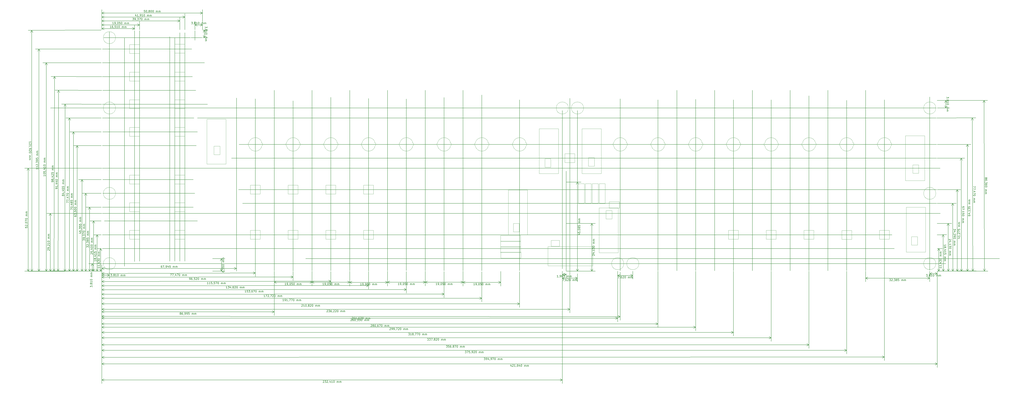
<source format=gbr>
G04 #@! TF.FileFunction,Other,User*
%FSLAX46Y46*%
G04 Gerber Fmt 4.6, Leading zero omitted, Abs format (unit mm)*
G04 Created by KiCad (PCBNEW 4.0.2-stable) date 27/12/2016 15:35:48*
%MOMM*%
G01*
G04 APERTURE LIST*
%ADD10C,0.100000*%
%ADD11C,0.200000*%
%ADD12C,0.050000*%
G04 APERTURE END LIST*
D10*
D11*
X85344000Y-80010000D02*
X41656000Y-80010000D01*
X493649000Y-191770000D02*
X493649000Y-191770000D01*
X143510000Y-191770000D02*
X493649000Y-191770000D01*
X101311413Y-198135475D02*
X101311413Y-198325952D01*
X101359032Y-198421190D01*
X101406651Y-198468809D01*
X101549508Y-198564047D01*
X101739984Y-198611666D01*
X102120937Y-198611666D01*
X102216175Y-198564047D01*
X102263794Y-198516428D01*
X102311413Y-198421190D01*
X102311413Y-198230713D01*
X102263794Y-198135475D01*
X102216175Y-198087856D01*
X102120937Y-198040237D01*
X101882842Y-198040237D01*
X101787603Y-198087856D01*
X101739984Y-198135475D01*
X101692365Y-198230713D01*
X101692365Y-198421190D01*
X101739984Y-198516428D01*
X101787603Y-198564047D01*
X101882842Y-198611666D01*
X102263794Y-197564047D02*
X102311413Y-197564047D01*
X102406651Y-197611666D01*
X102454270Y-197659285D01*
X101311413Y-197230714D02*
X101311413Y-196611666D01*
X101692365Y-196945000D01*
X101692365Y-196802142D01*
X101739984Y-196706904D01*
X101787603Y-196659285D01*
X101882842Y-196611666D01*
X102120937Y-196611666D01*
X102216175Y-196659285D01*
X102263794Y-196706904D01*
X102311413Y-196802142D01*
X102311413Y-197087857D01*
X102263794Y-197183095D01*
X102216175Y-197230714D01*
X101311413Y-195706904D02*
X101311413Y-196183095D01*
X101787603Y-196230714D01*
X101739984Y-196183095D01*
X101692365Y-196087857D01*
X101692365Y-195849761D01*
X101739984Y-195754523D01*
X101787603Y-195706904D01*
X101882842Y-195659285D01*
X102120937Y-195659285D01*
X102216175Y-195706904D01*
X102263794Y-195754523D01*
X102311413Y-195849761D01*
X102311413Y-196087857D01*
X102263794Y-196183095D01*
X102216175Y-196230714D01*
X101311413Y-195040238D02*
X101311413Y-194944999D01*
X101359032Y-194849761D01*
X101406651Y-194802142D01*
X101501889Y-194754523D01*
X101692365Y-194706904D01*
X101930461Y-194706904D01*
X102120937Y-194754523D01*
X102216175Y-194802142D01*
X102263794Y-194849761D01*
X102311413Y-194944999D01*
X102311413Y-195040238D01*
X102263794Y-195135476D01*
X102216175Y-195183095D01*
X102120937Y-195230714D01*
X101930461Y-195278333D01*
X101692365Y-195278333D01*
X101501889Y-195230714D01*
X101406651Y-195183095D01*
X101359032Y-195135476D01*
X101311413Y-195040238D01*
X102311413Y-193516428D02*
X101644746Y-193516428D01*
X101739984Y-193516428D02*
X101692365Y-193468809D01*
X101644746Y-193373571D01*
X101644746Y-193230713D01*
X101692365Y-193135475D01*
X101787603Y-193087856D01*
X102311413Y-193087856D01*
X101787603Y-193087856D02*
X101692365Y-193040237D01*
X101644746Y-192944999D01*
X101644746Y-192802142D01*
X101692365Y-192706904D01*
X101787603Y-192659285D01*
X102311413Y-192659285D01*
X102311413Y-192183095D02*
X101644746Y-192183095D01*
X101739984Y-192183095D02*
X101692365Y-192135476D01*
X101644746Y-192040238D01*
X101644746Y-191897380D01*
X101692365Y-191802142D01*
X101787603Y-191754523D01*
X102311413Y-191754523D01*
X101787603Y-191754523D02*
X101692365Y-191706904D01*
X101644746Y-191611666D01*
X101644746Y-191468809D01*
X101692365Y-191373571D01*
X101787603Y-191325952D01*
X102311413Y-191325952D01*
X100959032Y-198120000D02*
X100959032Y-191770000D01*
X96520000Y-198120000D02*
X102759032Y-198120000D01*
X96520000Y-191770000D02*
X102759032Y-191770000D01*
X100959032Y-191770000D02*
X101545453Y-192896504D01*
X100959032Y-191770000D02*
X100372611Y-192896504D01*
X100959032Y-198120000D02*
X101545453Y-196993496D01*
X100959032Y-198120000D02*
X100372611Y-196993496D01*
X301085715Y-200631381D02*
X301752382Y-200631381D01*
X301323810Y-201631381D01*
X302180953Y-201583762D02*
X302180953Y-201631381D01*
X302133334Y-201726619D01*
X302085715Y-201774238D01*
X303038096Y-200631381D02*
X302847619Y-200631381D01*
X302752381Y-200679000D01*
X302704762Y-200726619D01*
X302609524Y-200869476D01*
X302561905Y-201059952D01*
X302561905Y-201440905D01*
X302609524Y-201536143D01*
X302657143Y-201583762D01*
X302752381Y-201631381D01*
X302942858Y-201631381D01*
X303038096Y-201583762D01*
X303085715Y-201536143D01*
X303133334Y-201440905D01*
X303133334Y-201202810D01*
X303085715Y-201107571D01*
X303038096Y-201059952D01*
X302942858Y-201012333D01*
X302752381Y-201012333D01*
X302657143Y-201059952D01*
X302609524Y-201107571D01*
X302561905Y-201202810D01*
X303514286Y-200726619D02*
X303561905Y-200679000D01*
X303657143Y-200631381D01*
X303895239Y-200631381D01*
X303990477Y-200679000D01*
X304038096Y-200726619D01*
X304085715Y-200821857D01*
X304085715Y-200917095D01*
X304038096Y-201059952D01*
X303466667Y-201631381D01*
X304085715Y-201631381D01*
X304704762Y-200631381D02*
X304800001Y-200631381D01*
X304895239Y-200679000D01*
X304942858Y-200726619D01*
X304990477Y-200821857D01*
X305038096Y-201012333D01*
X305038096Y-201250429D01*
X304990477Y-201440905D01*
X304942858Y-201536143D01*
X304895239Y-201583762D01*
X304800001Y-201631381D01*
X304704762Y-201631381D01*
X304609524Y-201583762D01*
X304561905Y-201536143D01*
X304514286Y-201440905D01*
X304466667Y-201250429D01*
X304466667Y-201012333D01*
X304514286Y-200821857D01*
X304561905Y-200726619D01*
X304609524Y-200679000D01*
X304704762Y-200631381D01*
X306228572Y-201631381D02*
X306228572Y-200964714D01*
X306228572Y-201059952D02*
X306276191Y-201012333D01*
X306371429Y-200964714D01*
X306514287Y-200964714D01*
X306609525Y-201012333D01*
X306657144Y-201107571D01*
X306657144Y-201631381D01*
X306657144Y-201107571D02*
X306704763Y-201012333D01*
X306800001Y-200964714D01*
X306942858Y-200964714D01*
X307038096Y-201012333D01*
X307085715Y-201107571D01*
X307085715Y-201631381D01*
X307561905Y-201631381D02*
X307561905Y-200964714D01*
X307561905Y-201059952D02*
X307609524Y-201012333D01*
X307704762Y-200964714D01*
X307847620Y-200964714D01*
X307942858Y-201012333D01*
X307990477Y-201107571D01*
X307990477Y-201631381D01*
X307990477Y-201107571D02*
X308038096Y-201012333D01*
X308133334Y-200964714D01*
X308276191Y-200964714D01*
X308371429Y-201012333D01*
X308419048Y-201107571D01*
X308419048Y-201631381D01*
X300990000Y-200279000D02*
X308610000Y-200279000D01*
X300990000Y-198120000D02*
X300990000Y-202079000D01*
X308610000Y-198120000D02*
X308610000Y-202079000D01*
X308610000Y-200279000D02*
X307483496Y-200865421D01*
X308610000Y-200279000D02*
X307483496Y-199692579D01*
X300990000Y-200279000D02*
X302116504Y-200865421D01*
X300990000Y-200279000D02*
X302116504Y-199692579D01*
X166195953Y-222381438D02*
X166243572Y-222333819D01*
X166338810Y-222286200D01*
X166576906Y-222286200D01*
X166672144Y-222333819D01*
X166719763Y-222381438D01*
X166767382Y-222476676D01*
X166767382Y-222571914D01*
X166719763Y-222714771D01*
X166148334Y-223286200D01*
X166767382Y-223286200D01*
X167624525Y-222286200D02*
X167434048Y-222286200D01*
X167338810Y-222333819D01*
X167291191Y-222381438D01*
X167195953Y-222524295D01*
X167148334Y-222714771D01*
X167148334Y-223095724D01*
X167195953Y-223190962D01*
X167243572Y-223238581D01*
X167338810Y-223286200D01*
X167529287Y-223286200D01*
X167624525Y-223238581D01*
X167672144Y-223190962D01*
X167719763Y-223095724D01*
X167719763Y-222857629D01*
X167672144Y-222762390D01*
X167624525Y-222714771D01*
X167529287Y-222667152D01*
X167338810Y-222667152D01*
X167243572Y-222714771D01*
X167195953Y-222762390D01*
X167148334Y-222857629D01*
X168338810Y-222286200D02*
X168434049Y-222286200D01*
X168529287Y-222333819D01*
X168576906Y-222381438D01*
X168624525Y-222476676D01*
X168672144Y-222667152D01*
X168672144Y-222905248D01*
X168624525Y-223095724D01*
X168576906Y-223190962D01*
X168529287Y-223238581D01*
X168434049Y-223286200D01*
X168338810Y-223286200D01*
X168243572Y-223238581D01*
X168195953Y-223190962D01*
X168148334Y-223095724D01*
X168100715Y-222905248D01*
X168100715Y-222667152D01*
X168148334Y-222476676D01*
X168195953Y-222381438D01*
X168243572Y-222333819D01*
X168338810Y-222286200D01*
X169148334Y-223238581D02*
X169148334Y-223286200D01*
X169100715Y-223381438D01*
X169053096Y-223429057D01*
X169481667Y-222286200D02*
X170100715Y-222286200D01*
X169767381Y-222667152D01*
X169910239Y-222667152D01*
X170005477Y-222714771D01*
X170053096Y-222762390D01*
X170100715Y-222857629D01*
X170100715Y-223095724D01*
X170053096Y-223190962D01*
X170005477Y-223238581D01*
X169910239Y-223286200D01*
X169624524Y-223286200D01*
X169529286Y-223238581D01*
X169481667Y-223190962D01*
X171005477Y-222286200D02*
X170529286Y-222286200D01*
X170481667Y-222762390D01*
X170529286Y-222714771D01*
X170624524Y-222667152D01*
X170862620Y-222667152D01*
X170957858Y-222714771D01*
X171005477Y-222762390D01*
X171053096Y-222857629D01*
X171053096Y-223095724D01*
X171005477Y-223190962D01*
X170957858Y-223238581D01*
X170862620Y-223286200D01*
X170624524Y-223286200D01*
X170529286Y-223238581D01*
X170481667Y-223190962D01*
X171672143Y-222286200D02*
X171767382Y-222286200D01*
X171862620Y-222333819D01*
X171910239Y-222381438D01*
X171957858Y-222476676D01*
X172005477Y-222667152D01*
X172005477Y-222905248D01*
X171957858Y-223095724D01*
X171910239Y-223190962D01*
X171862620Y-223238581D01*
X171767382Y-223286200D01*
X171672143Y-223286200D01*
X171576905Y-223238581D01*
X171529286Y-223190962D01*
X171481667Y-223095724D01*
X171434048Y-222905248D01*
X171434048Y-222667152D01*
X171481667Y-222476676D01*
X171529286Y-222381438D01*
X171576905Y-222333819D01*
X171672143Y-222286200D01*
X173195953Y-223286200D02*
X173195953Y-222619533D01*
X173195953Y-222714771D02*
X173243572Y-222667152D01*
X173338810Y-222619533D01*
X173481668Y-222619533D01*
X173576906Y-222667152D01*
X173624525Y-222762390D01*
X173624525Y-223286200D01*
X173624525Y-222762390D02*
X173672144Y-222667152D01*
X173767382Y-222619533D01*
X173910239Y-222619533D01*
X174005477Y-222667152D01*
X174053096Y-222762390D01*
X174053096Y-223286200D01*
X174529286Y-223286200D02*
X174529286Y-222619533D01*
X174529286Y-222714771D02*
X174576905Y-222667152D01*
X174672143Y-222619533D01*
X174815001Y-222619533D01*
X174910239Y-222667152D01*
X174957858Y-222762390D01*
X174957858Y-223286200D01*
X174957858Y-222762390D02*
X175005477Y-222667152D01*
X175100715Y-222619533D01*
X175243572Y-222619533D01*
X175338810Y-222667152D01*
X175386429Y-222762390D01*
X175386429Y-223286200D01*
X40640000Y-221933819D02*
X300990000Y-221933819D01*
X40640000Y-198120000D02*
X40640000Y-223733819D01*
X300990000Y-198120000D02*
X300990000Y-223733819D01*
X300990000Y-221933819D02*
X299863496Y-222520240D01*
X300990000Y-221933819D02*
X299863496Y-221347398D01*
X40640000Y-221933819D02*
X41766504Y-222520240D01*
X40640000Y-221933819D02*
X41766504Y-221347398D01*
X288356619Y-190197857D02*
X288309000Y-190150238D01*
X288261381Y-190055000D01*
X288261381Y-189816904D01*
X288309000Y-189721666D01*
X288356619Y-189674047D01*
X288451857Y-189626428D01*
X288547095Y-189626428D01*
X288689952Y-189674047D01*
X289261381Y-190245476D01*
X289261381Y-189626428D01*
X288594714Y-188769285D02*
X289261381Y-188769285D01*
X288213762Y-189007381D02*
X288928048Y-189245476D01*
X288928048Y-188626428D01*
X289213762Y-188197857D02*
X289261381Y-188197857D01*
X289356619Y-188245476D01*
X289404238Y-188293095D01*
X289261381Y-187245476D02*
X289261381Y-187816905D01*
X289261381Y-187531191D02*
X288261381Y-187531191D01*
X288404238Y-187626429D01*
X288499476Y-187721667D01*
X288547095Y-187816905D01*
X288261381Y-186912143D02*
X288261381Y-186293095D01*
X288642333Y-186626429D01*
X288642333Y-186483571D01*
X288689952Y-186388333D01*
X288737571Y-186340714D01*
X288832810Y-186293095D01*
X289070905Y-186293095D01*
X289166143Y-186340714D01*
X289213762Y-186388333D01*
X289261381Y-186483571D01*
X289261381Y-186769286D01*
X289213762Y-186864524D01*
X289166143Y-186912143D01*
X288261381Y-185674048D02*
X288261381Y-185578809D01*
X288309000Y-185483571D01*
X288356619Y-185435952D01*
X288451857Y-185388333D01*
X288642333Y-185340714D01*
X288880429Y-185340714D01*
X289070905Y-185388333D01*
X289166143Y-185435952D01*
X289213762Y-185483571D01*
X289261381Y-185578809D01*
X289261381Y-185674048D01*
X289213762Y-185769286D01*
X289166143Y-185816905D01*
X289070905Y-185864524D01*
X288880429Y-185912143D01*
X288642333Y-185912143D01*
X288451857Y-185864524D01*
X288356619Y-185816905D01*
X288309000Y-185769286D01*
X288261381Y-185674048D01*
X289261381Y-184150238D02*
X288594714Y-184150238D01*
X288689952Y-184150238D02*
X288642333Y-184102619D01*
X288594714Y-184007381D01*
X288594714Y-183864523D01*
X288642333Y-183769285D01*
X288737571Y-183721666D01*
X289261381Y-183721666D01*
X288737571Y-183721666D02*
X288642333Y-183674047D01*
X288594714Y-183578809D01*
X288594714Y-183435952D01*
X288642333Y-183340714D01*
X288737571Y-183293095D01*
X289261381Y-183293095D01*
X289261381Y-182816905D02*
X288594714Y-182816905D01*
X288689952Y-182816905D02*
X288642333Y-182769286D01*
X288594714Y-182674048D01*
X288594714Y-182531190D01*
X288642333Y-182435952D01*
X288737571Y-182388333D01*
X289261381Y-182388333D01*
X288737571Y-182388333D02*
X288642333Y-182340714D01*
X288594714Y-182245476D01*
X288594714Y-182102619D01*
X288642333Y-182007381D01*
X288737571Y-181959762D01*
X289261381Y-181959762D01*
X287909000Y-198120000D02*
X287909000Y-173990000D01*
X274955000Y-198120000D02*
X289709000Y-198120000D01*
X274955000Y-173990000D02*
X289709000Y-173990000D01*
X287909000Y-173990000D02*
X288495421Y-175116504D01*
X287909000Y-173990000D02*
X287322579Y-175116504D01*
X287909000Y-198120000D02*
X288495421Y-196993496D01*
X287909000Y-198120000D02*
X287322579Y-196993496D01*
X281355714Y-179244166D02*
X282022381Y-179244166D01*
X280974762Y-179482262D02*
X281689048Y-179720357D01*
X281689048Y-179101309D01*
X281022381Y-178244166D02*
X281022381Y-178720357D01*
X281498571Y-178767976D01*
X281450952Y-178720357D01*
X281403333Y-178625119D01*
X281403333Y-178387023D01*
X281450952Y-178291785D01*
X281498571Y-178244166D01*
X281593810Y-178196547D01*
X281831905Y-178196547D01*
X281927143Y-178244166D01*
X281974762Y-178291785D01*
X282022381Y-178387023D01*
X282022381Y-178625119D01*
X281974762Y-178720357D01*
X281927143Y-178767976D01*
X281974762Y-177720357D02*
X282022381Y-177720357D01*
X282117619Y-177767976D01*
X282165238Y-177815595D01*
X281022381Y-177101310D02*
X281022381Y-177006071D01*
X281070000Y-176910833D01*
X281117619Y-176863214D01*
X281212857Y-176815595D01*
X281403333Y-176767976D01*
X281641429Y-176767976D01*
X281831905Y-176815595D01*
X281927143Y-176863214D01*
X281974762Y-176910833D01*
X282022381Y-177006071D01*
X282022381Y-177101310D01*
X281974762Y-177196548D01*
X281927143Y-177244167D01*
X281831905Y-177291786D01*
X281641429Y-177339405D01*
X281403333Y-177339405D01*
X281212857Y-177291786D01*
X281117619Y-177244167D01*
X281070000Y-177196548D01*
X281022381Y-177101310D01*
X281450952Y-176196548D02*
X281403333Y-176291786D01*
X281355714Y-176339405D01*
X281260476Y-176387024D01*
X281212857Y-176387024D01*
X281117619Y-176339405D01*
X281070000Y-176291786D01*
X281022381Y-176196548D01*
X281022381Y-176006071D01*
X281070000Y-175910833D01*
X281117619Y-175863214D01*
X281212857Y-175815595D01*
X281260476Y-175815595D01*
X281355714Y-175863214D01*
X281403333Y-175910833D01*
X281450952Y-176006071D01*
X281450952Y-176196548D01*
X281498571Y-176291786D01*
X281546190Y-176339405D01*
X281641429Y-176387024D01*
X281831905Y-176387024D01*
X281927143Y-176339405D01*
X281974762Y-176291786D01*
X282022381Y-176196548D01*
X282022381Y-176006071D01*
X281974762Y-175910833D01*
X281927143Y-175863214D01*
X281831905Y-175815595D01*
X281641429Y-175815595D01*
X281546190Y-175863214D01*
X281498571Y-175910833D01*
X281450952Y-176006071D01*
X281022381Y-174910833D02*
X281022381Y-175387024D01*
X281498571Y-175434643D01*
X281450952Y-175387024D01*
X281403333Y-175291786D01*
X281403333Y-175053690D01*
X281450952Y-174958452D01*
X281498571Y-174910833D01*
X281593810Y-174863214D01*
X281831905Y-174863214D01*
X281927143Y-174910833D01*
X281974762Y-174958452D01*
X282022381Y-175053690D01*
X282022381Y-175291786D01*
X281974762Y-175387024D01*
X281927143Y-175434643D01*
X282022381Y-173672738D02*
X281355714Y-173672738D01*
X281450952Y-173672738D02*
X281403333Y-173625119D01*
X281355714Y-173529881D01*
X281355714Y-173387023D01*
X281403333Y-173291785D01*
X281498571Y-173244166D01*
X282022381Y-173244166D01*
X281498571Y-173244166D02*
X281403333Y-173196547D01*
X281355714Y-173101309D01*
X281355714Y-172958452D01*
X281403333Y-172863214D01*
X281498571Y-172815595D01*
X282022381Y-172815595D01*
X282022381Y-172339405D02*
X281355714Y-172339405D01*
X281450952Y-172339405D02*
X281403333Y-172291786D01*
X281355714Y-172196548D01*
X281355714Y-172053690D01*
X281403333Y-171958452D01*
X281498571Y-171910833D01*
X282022381Y-171910833D01*
X281498571Y-171910833D02*
X281403333Y-171863214D01*
X281355714Y-171767976D01*
X281355714Y-171625119D01*
X281403333Y-171529881D01*
X281498571Y-171482262D01*
X282022381Y-171482262D01*
X280670000Y-198120000D02*
X280670000Y-153035000D01*
X274955000Y-198120000D02*
X282470000Y-198120000D01*
X274955000Y-153035000D02*
X282470000Y-153035000D01*
X280670000Y-153035000D02*
X281256421Y-154161504D01*
X280670000Y-153035000D02*
X280083579Y-154161504D01*
X280670000Y-198120000D02*
X281256421Y-196993496D01*
X280670000Y-198120000D02*
X280083579Y-196993496D01*
X274955000Y-197866000D02*
X274955000Y-147447000D01*
X270907263Y-201123381D02*
X270335834Y-201123381D01*
X270621548Y-201123381D02*
X270621548Y-200123381D01*
X270526310Y-200266238D01*
X270431072Y-200361476D01*
X270335834Y-200409095D01*
X271383453Y-201075762D02*
X271383453Y-201123381D01*
X271335834Y-201218619D01*
X271288215Y-201266238D01*
X271859643Y-201123381D02*
X272050119Y-201123381D01*
X272145358Y-201075762D01*
X272192977Y-201028143D01*
X272288215Y-200885286D01*
X272335834Y-200694810D01*
X272335834Y-200313857D01*
X272288215Y-200218619D01*
X272240596Y-200171000D01*
X272145358Y-200123381D01*
X271954881Y-200123381D01*
X271859643Y-200171000D01*
X271812024Y-200218619D01*
X271764405Y-200313857D01*
X271764405Y-200551952D01*
X271812024Y-200647190D01*
X271859643Y-200694810D01*
X271954881Y-200742429D01*
X272145358Y-200742429D01*
X272240596Y-200694810D01*
X272288215Y-200647190D01*
X272335834Y-200551952D01*
X272954881Y-200123381D02*
X273050120Y-200123381D01*
X273145358Y-200171000D01*
X273192977Y-200218619D01*
X273240596Y-200313857D01*
X273288215Y-200504333D01*
X273288215Y-200742429D01*
X273240596Y-200932905D01*
X273192977Y-201028143D01*
X273145358Y-201075762D01*
X273050120Y-201123381D01*
X272954881Y-201123381D01*
X272859643Y-201075762D01*
X272812024Y-201028143D01*
X272764405Y-200932905D01*
X272716786Y-200742429D01*
X272716786Y-200504333D01*
X272764405Y-200313857D01*
X272812024Y-200218619D01*
X272859643Y-200171000D01*
X272954881Y-200123381D01*
X274192977Y-200123381D02*
X273716786Y-200123381D01*
X273669167Y-200599571D01*
X273716786Y-200551952D01*
X273812024Y-200504333D01*
X274050120Y-200504333D01*
X274145358Y-200551952D01*
X274192977Y-200599571D01*
X274240596Y-200694810D01*
X274240596Y-200932905D01*
X274192977Y-201028143D01*
X274145358Y-201075762D01*
X274050120Y-201123381D01*
X273812024Y-201123381D01*
X273716786Y-201075762D01*
X273669167Y-201028143D01*
X275431072Y-201123381D02*
X275431072Y-200456714D01*
X275431072Y-200551952D02*
X275478691Y-200504333D01*
X275573929Y-200456714D01*
X275716787Y-200456714D01*
X275812025Y-200504333D01*
X275859644Y-200599571D01*
X275859644Y-201123381D01*
X275859644Y-200599571D02*
X275907263Y-200504333D01*
X276002501Y-200456714D01*
X276145358Y-200456714D01*
X276240596Y-200504333D01*
X276288215Y-200599571D01*
X276288215Y-201123381D01*
X276764405Y-201123381D02*
X276764405Y-200456714D01*
X276764405Y-200551952D02*
X276812024Y-200504333D01*
X276907262Y-200456714D01*
X277050120Y-200456714D01*
X277145358Y-200504333D01*
X277192977Y-200599571D01*
X277192977Y-201123381D01*
X277192977Y-200599571D02*
X277240596Y-200504333D01*
X277335834Y-200456714D01*
X277478691Y-200456714D01*
X277573929Y-200504333D01*
X277621548Y-200599571D01*
X277621548Y-201123381D01*
X273050000Y-199771000D02*
X274955000Y-199771000D01*
X273050000Y-199390000D02*
X273050000Y-201571000D01*
X274955000Y-199390000D02*
X274955000Y-201571000D01*
X274955000Y-199771000D02*
X273828496Y-200357421D01*
X274955000Y-199771000D02*
X273828496Y-199184579D01*
X273050000Y-199771000D02*
X274176504Y-200357421D01*
X273050000Y-199771000D02*
X274176504Y-199184579D01*
X280670000Y-116840000D02*
X280670000Y-116840000D01*
X280670000Y-196850000D02*
X280670000Y-116840000D01*
X273145715Y-202028381D02*
X273812382Y-202028381D01*
X273383810Y-203028381D01*
X274240953Y-202980762D02*
X274240953Y-203028381D01*
X274193334Y-203123619D01*
X274145715Y-203171238D01*
X275098096Y-202028381D02*
X274907619Y-202028381D01*
X274812381Y-202076000D01*
X274764762Y-202123619D01*
X274669524Y-202266476D01*
X274621905Y-202456952D01*
X274621905Y-202837905D01*
X274669524Y-202933143D01*
X274717143Y-202980762D01*
X274812381Y-203028381D01*
X275002858Y-203028381D01*
X275098096Y-202980762D01*
X275145715Y-202933143D01*
X275193334Y-202837905D01*
X275193334Y-202599810D01*
X275145715Y-202504571D01*
X275098096Y-202456952D01*
X275002858Y-202409333D01*
X274812381Y-202409333D01*
X274717143Y-202456952D01*
X274669524Y-202504571D01*
X274621905Y-202599810D01*
X275574286Y-202123619D02*
X275621905Y-202076000D01*
X275717143Y-202028381D01*
X275955239Y-202028381D01*
X276050477Y-202076000D01*
X276098096Y-202123619D01*
X276145715Y-202218857D01*
X276145715Y-202314095D01*
X276098096Y-202456952D01*
X275526667Y-203028381D01*
X276145715Y-203028381D01*
X276764762Y-202028381D02*
X276860001Y-202028381D01*
X276955239Y-202076000D01*
X277002858Y-202123619D01*
X277050477Y-202218857D01*
X277098096Y-202409333D01*
X277098096Y-202647429D01*
X277050477Y-202837905D01*
X277002858Y-202933143D01*
X276955239Y-202980762D01*
X276860001Y-203028381D01*
X276764762Y-203028381D01*
X276669524Y-202980762D01*
X276621905Y-202933143D01*
X276574286Y-202837905D01*
X276526667Y-202647429D01*
X276526667Y-202409333D01*
X276574286Y-202218857D01*
X276621905Y-202123619D01*
X276669524Y-202076000D01*
X276764762Y-202028381D01*
X278288572Y-203028381D02*
X278288572Y-202361714D01*
X278288572Y-202456952D02*
X278336191Y-202409333D01*
X278431429Y-202361714D01*
X278574287Y-202361714D01*
X278669525Y-202409333D01*
X278717144Y-202504571D01*
X278717144Y-203028381D01*
X278717144Y-202504571D02*
X278764763Y-202409333D01*
X278860001Y-202361714D01*
X279002858Y-202361714D01*
X279098096Y-202409333D01*
X279145715Y-202504571D01*
X279145715Y-203028381D01*
X279621905Y-203028381D02*
X279621905Y-202361714D01*
X279621905Y-202456952D02*
X279669524Y-202409333D01*
X279764762Y-202361714D01*
X279907620Y-202361714D01*
X280002858Y-202409333D01*
X280050477Y-202504571D01*
X280050477Y-203028381D01*
X280050477Y-202504571D02*
X280098096Y-202409333D01*
X280193334Y-202361714D01*
X280336191Y-202361714D01*
X280431429Y-202409333D01*
X280479048Y-202504571D01*
X280479048Y-203028381D01*
X273050000Y-201676000D02*
X280670000Y-201676000D01*
X273050000Y-199390000D02*
X273050000Y-203476000D01*
X280670000Y-199390000D02*
X280670000Y-203476000D01*
X280670000Y-201676000D02*
X279543496Y-202262421D01*
X280670000Y-201676000D02*
X279543496Y-201089579D01*
X273050000Y-201676000D02*
X274176504Y-202262421D01*
X273050000Y-201676000D02*
X274176504Y-201089579D01*
X273050000Y-116840000D02*
X273050000Y-116840000D01*
X273050000Y-196850000D02*
X273050000Y-116840000D01*
X152225953Y-253556656D02*
X152273572Y-253509037D01*
X152368810Y-253461418D01*
X152606906Y-253461418D01*
X152702144Y-253509037D01*
X152749763Y-253556656D01*
X152797382Y-253651894D01*
X152797382Y-253747132D01*
X152749763Y-253889989D01*
X152178334Y-254461418D01*
X152797382Y-254461418D01*
X153130715Y-253461418D02*
X153749763Y-253461418D01*
X153416429Y-253842370D01*
X153559287Y-253842370D01*
X153654525Y-253889989D01*
X153702144Y-253937608D01*
X153749763Y-254032847D01*
X153749763Y-254270942D01*
X153702144Y-254366180D01*
X153654525Y-254413799D01*
X153559287Y-254461418D01*
X153273572Y-254461418D01*
X153178334Y-254413799D01*
X153130715Y-254366180D01*
X154130715Y-253556656D02*
X154178334Y-253509037D01*
X154273572Y-253461418D01*
X154511668Y-253461418D01*
X154606906Y-253509037D01*
X154654525Y-253556656D01*
X154702144Y-253651894D01*
X154702144Y-253747132D01*
X154654525Y-253889989D01*
X154083096Y-254461418D01*
X154702144Y-254461418D01*
X155178334Y-254413799D02*
X155178334Y-254461418D01*
X155130715Y-254556656D01*
X155083096Y-254604275D01*
X156035477Y-253794751D02*
X156035477Y-254461418D01*
X155797381Y-253413799D02*
X155559286Y-254128085D01*
X156178334Y-254128085D01*
X157083096Y-254461418D02*
X156511667Y-254461418D01*
X156797381Y-254461418D02*
X156797381Y-253461418D01*
X156702143Y-253604275D01*
X156606905Y-253699513D01*
X156511667Y-253747132D01*
X157702143Y-253461418D02*
X157797382Y-253461418D01*
X157892620Y-253509037D01*
X157940239Y-253556656D01*
X157987858Y-253651894D01*
X158035477Y-253842370D01*
X158035477Y-254080466D01*
X157987858Y-254270942D01*
X157940239Y-254366180D01*
X157892620Y-254413799D01*
X157797382Y-254461418D01*
X157702143Y-254461418D01*
X157606905Y-254413799D01*
X157559286Y-254366180D01*
X157511667Y-254270942D01*
X157464048Y-254080466D01*
X157464048Y-253842370D01*
X157511667Y-253651894D01*
X157559286Y-253556656D01*
X157606905Y-253509037D01*
X157702143Y-253461418D01*
X159225953Y-254461418D02*
X159225953Y-253794751D01*
X159225953Y-253889989D02*
X159273572Y-253842370D01*
X159368810Y-253794751D01*
X159511668Y-253794751D01*
X159606906Y-253842370D01*
X159654525Y-253937608D01*
X159654525Y-254461418D01*
X159654525Y-253937608D02*
X159702144Y-253842370D01*
X159797382Y-253794751D01*
X159940239Y-253794751D01*
X160035477Y-253842370D01*
X160083096Y-253937608D01*
X160083096Y-254461418D01*
X160559286Y-254461418D02*
X160559286Y-253794751D01*
X160559286Y-253889989D02*
X160606905Y-253842370D01*
X160702143Y-253794751D01*
X160845001Y-253794751D01*
X160940239Y-253842370D01*
X160987858Y-253937608D01*
X160987858Y-254461418D01*
X160987858Y-253937608D02*
X161035477Y-253842370D01*
X161130715Y-253794751D01*
X161273572Y-253794751D01*
X161368810Y-253842370D01*
X161416429Y-253937608D01*
X161416429Y-254461418D01*
X40640000Y-253109037D02*
X273050000Y-253109037D01*
X40640000Y-198120000D02*
X40640000Y-254909037D01*
X273050000Y-198120000D02*
X273050000Y-254909037D01*
X273050000Y-253109037D02*
X271923496Y-253695458D01*
X273050000Y-253109037D02*
X271923496Y-252522616D01*
X40640000Y-253109037D02*
X41766504Y-253695458D01*
X40640000Y-253109037D02*
X41766504Y-252522616D01*
X77470000Y-80010000D02*
X77470000Y-80010000D01*
X77470000Y-193040000D02*
X77470000Y-80010000D01*
X74930000Y-79502000D02*
X74930000Y-79502000D01*
X74930000Y-193040000D02*
X74930000Y-79502000D01*
X52070000Y-195580000D02*
X52070000Y-80137000D01*
X426085000Y-197866000D02*
X426085000Y-106553000D01*
X407035000Y-197866000D02*
X407035000Y-106553000D01*
X387985000Y-197866000D02*
X387985000Y-106553000D01*
X368935000Y-197866000D02*
X368935000Y-106553000D01*
X349885000Y-197866000D02*
X349885000Y-106553000D01*
X330835000Y-197866000D02*
X330835000Y-106553000D01*
X438087024Y-202028381D02*
X438706072Y-202028381D01*
X438372738Y-202409333D01*
X438515596Y-202409333D01*
X438610834Y-202456952D01*
X438658453Y-202504571D01*
X438706072Y-202599810D01*
X438706072Y-202837905D01*
X438658453Y-202933143D01*
X438610834Y-202980762D01*
X438515596Y-203028381D01*
X438229881Y-203028381D01*
X438134643Y-202980762D01*
X438087024Y-202933143D01*
X439087024Y-202123619D02*
X439134643Y-202076000D01*
X439229881Y-202028381D01*
X439467977Y-202028381D01*
X439563215Y-202076000D01*
X439610834Y-202123619D01*
X439658453Y-202218857D01*
X439658453Y-202314095D01*
X439610834Y-202456952D01*
X439039405Y-203028381D01*
X439658453Y-203028381D01*
X440134643Y-202980762D02*
X440134643Y-203028381D01*
X440087024Y-203123619D01*
X440039405Y-203171238D01*
X440467976Y-202028381D02*
X441087024Y-202028381D01*
X440753690Y-202409333D01*
X440896548Y-202409333D01*
X440991786Y-202456952D01*
X441039405Y-202504571D01*
X441087024Y-202599810D01*
X441087024Y-202837905D01*
X441039405Y-202933143D01*
X440991786Y-202980762D01*
X440896548Y-203028381D01*
X440610833Y-203028381D01*
X440515595Y-202980762D01*
X440467976Y-202933143D01*
X441658452Y-202456952D02*
X441563214Y-202409333D01*
X441515595Y-202361714D01*
X441467976Y-202266476D01*
X441467976Y-202218857D01*
X441515595Y-202123619D01*
X441563214Y-202076000D01*
X441658452Y-202028381D01*
X441848929Y-202028381D01*
X441944167Y-202076000D01*
X441991786Y-202123619D01*
X442039405Y-202218857D01*
X442039405Y-202266476D01*
X441991786Y-202361714D01*
X441944167Y-202409333D01*
X441848929Y-202456952D01*
X441658452Y-202456952D01*
X441563214Y-202504571D01*
X441515595Y-202552190D01*
X441467976Y-202647429D01*
X441467976Y-202837905D01*
X441515595Y-202933143D01*
X441563214Y-202980762D01*
X441658452Y-203028381D01*
X441848929Y-203028381D01*
X441944167Y-202980762D01*
X441991786Y-202933143D01*
X442039405Y-202837905D01*
X442039405Y-202647429D01*
X441991786Y-202552190D01*
X441944167Y-202504571D01*
X441848929Y-202456952D01*
X442944167Y-202028381D02*
X442467976Y-202028381D01*
X442420357Y-202504571D01*
X442467976Y-202456952D01*
X442563214Y-202409333D01*
X442801310Y-202409333D01*
X442896548Y-202456952D01*
X442944167Y-202504571D01*
X442991786Y-202599810D01*
X442991786Y-202837905D01*
X442944167Y-202933143D01*
X442896548Y-202980762D01*
X442801310Y-203028381D01*
X442563214Y-203028381D01*
X442467976Y-202980762D01*
X442420357Y-202933143D01*
X444182262Y-203028381D02*
X444182262Y-202361714D01*
X444182262Y-202456952D02*
X444229881Y-202409333D01*
X444325119Y-202361714D01*
X444467977Y-202361714D01*
X444563215Y-202409333D01*
X444610834Y-202504571D01*
X444610834Y-203028381D01*
X444610834Y-202504571D02*
X444658453Y-202409333D01*
X444753691Y-202361714D01*
X444896548Y-202361714D01*
X444991786Y-202409333D01*
X445039405Y-202504571D01*
X445039405Y-203028381D01*
X445515595Y-203028381D02*
X445515595Y-202361714D01*
X445515595Y-202456952D02*
X445563214Y-202409333D01*
X445658452Y-202361714D01*
X445801310Y-202361714D01*
X445896548Y-202409333D01*
X445944167Y-202504571D01*
X445944167Y-203028381D01*
X445944167Y-202504571D02*
X445991786Y-202409333D01*
X446087024Y-202361714D01*
X446229881Y-202361714D01*
X446325119Y-202409333D01*
X446372738Y-202504571D01*
X446372738Y-203028381D01*
X458470000Y-201676000D02*
X426085000Y-201676000D01*
X458470000Y-198120000D02*
X458470000Y-203476000D01*
X426085000Y-198120000D02*
X426085000Y-203476000D01*
X426085000Y-201676000D02*
X427211504Y-201089579D01*
X426085000Y-201676000D02*
X427211504Y-202262421D01*
X458470000Y-201676000D02*
X457343496Y-201089579D01*
X458470000Y-201676000D02*
X457343496Y-202262421D01*
X203835000Y-197866000D02*
X203835000Y-106553000D01*
X222885000Y-197866000D02*
X222885000Y-106553000D01*
X165735000Y-197866000D02*
X165735000Y-106553000D01*
X184785000Y-197866000D02*
X184785000Y-106553000D01*
X146685000Y-197866000D02*
X146685000Y-106553000D01*
X190743100Y-205069417D02*
X190171671Y-205069790D01*
X190457385Y-205069604D02*
X190456733Y-204069604D01*
X190361588Y-204212523D01*
X190266412Y-204307823D01*
X190171205Y-204355504D01*
X191219290Y-205069107D02*
X191409766Y-205068983D01*
X191504974Y-205021302D01*
X191552562Y-204973651D01*
X191647706Y-204830732D01*
X191695201Y-204640225D01*
X191694953Y-204259272D01*
X191647271Y-204164066D01*
X191599621Y-204116478D01*
X191504352Y-204068921D01*
X191313875Y-204069045D01*
X191218669Y-204116726D01*
X191171081Y-204164376D01*
X191123524Y-204259645D01*
X191123679Y-204497740D01*
X191171360Y-204592947D01*
X191219010Y-204640536D01*
X191314279Y-204688093D01*
X191504756Y-204687969D01*
X191599963Y-204640287D01*
X191647551Y-204592636D01*
X191695108Y-204497367D01*
X192171639Y-205020867D02*
X192171671Y-205068486D01*
X192124114Y-205163755D01*
X192076526Y-205211405D01*
X192790065Y-204068082D02*
X192885304Y-204068020D01*
X192980573Y-204115577D01*
X193028223Y-204163165D01*
X193075904Y-204258372D01*
X193123648Y-204448817D01*
X193123803Y-204686913D01*
X193076308Y-204877420D01*
X193028751Y-204972689D01*
X192981163Y-205020339D01*
X192885956Y-205068020D01*
X192790717Y-205068082D01*
X192695448Y-205020525D01*
X192647798Y-204972937D01*
X192600117Y-204877730D01*
X192552374Y-204687285D01*
X192552219Y-204449189D01*
X192599713Y-204258682D01*
X192647270Y-204163413D01*
X192694858Y-204115763D01*
X192790065Y-204068082D01*
X194028161Y-204067274D02*
X193551970Y-204067585D01*
X193504662Y-204543806D01*
X193552250Y-204496156D01*
X193647456Y-204448475D01*
X193885552Y-204448320D01*
X193980821Y-204495876D01*
X194028471Y-204543464D01*
X194076153Y-204638672D01*
X194076308Y-204876767D01*
X194028751Y-204972036D01*
X193981163Y-205019686D01*
X193885956Y-205067367D01*
X193647860Y-205067523D01*
X193552591Y-205019966D01*
X193504941Y-204972378D01*
X194694827Y-204066840D02*
X194790066Y-204066778D01*
X194885335Y-204114334D01*
X194932985Y-204161922D01*
X194980666Y-204257129D01*
X195028409Y-204447574D01*
X195028564Y-204685670D01*
X194981070Y-204876177D01*
X194933513Y-204971446D01*
X194885925Y-205019096D01*
X194790718Y-205066777D01*
X194695479Y-205066839D01*
X194600210Y-205019283D01*
X194552560Y-204971695D01*
X194504879Y-204876488D01*
X194457136Y-204686043D01*
X194456980Y-204447947D01*
X194504475Y-204257440D01*
X194552032Y-204162171D01*
X194599620Y-204114521D01*
X194694827Y-204066840D01*
X196219289Y-205065845D02*
X196218854Y-204399179D01*
X196218916Y-204494417D02*
X196266504Y-204446767D01*
X196361711Y-204399085D01*
X196504569Y-204398992D01*
X196599838Y-204446549D01*
X196647519Y-204541756D01*
X196647861Y-205065566D01*
X196647519Y-204541756D02*
X196695076Y-204446487D01*
X196790283Y-204398806D01*
X196933140Y-204398713D01*
X197028409Y-204446270D01*
X197076090Y-204541476D01*
X197076431Y-205065286D01*
X197552621Y-205064976D02*
X197552187Y-204398309D01*
X197552249Y-204493547D02*
X197599837Y-204445897D01*
X197695044Y-204398216D01*
X197837901Y-204398123D01*
X197933171Y-204445679D01*
X197980852Y-204540886D01*
X197981193Y-205064696D01*
X197980852Y-204540886D02*
X198028408Y-204445617D01*
X198123615Y-204397936D01*
X198266472Y-204397843D01*
X198361741Y-204445400D01*
X198409423Y-204540607D01*
X198409764Y-205064417D01*
X184788645Y-203720920D02*
X203838645Y-203708494D01*
X184785000Y-198132426D02*
X184789819Y-205520920D01*
X203835000Y-198120000D02*
X203839819Y-205508494D01*
X203838645Y-203708494D02*
X202712524Y-204295649D01*
X203838645Y-203708494D02*
X202711759Y-203122808D01*
X184788645Y-203720920D02*
X185915531Y-204306606D01*
X184788645Y-203720920D02*
X185914766Y-203133765D01*
X228842680Y-205162030D02*
X228271251Y-205162403D01*
X228556965Y-205162217D02*
X228556313Y-204162217D01*
X228461168Y-204305136D01*
X228365992Y-204400436D01*
X228270785Y-204448117D01*
X229318870Y-205161720D02*
X229509346Y-205161596D01*
X229604554Y-205113915D01*
X229652142Y-205066264D01*
X229747286Y-204923345D01*
X229794781Y-204732838D01*
X229794533Y-204351885D01*
X229746851Y-204256679D01*
X229699201Y-204209091D01*
X229603932Y-204161534D01*
X229413455Y-204161658D01*
X229318249Y-204209339D01*
X229270661Y-204256989D01*
X229223104Y-204352258D01*
X229223259Y-204590353D01*
X229270940Y-204685560D01*
X229318590Y-204733149D01*
X229413859Y-204780706D01*
X229604336Y-204780582D01*
X229699543Y-204732900D01*
X229747131Y-204685249D01*
X229794688Y-204589980D01*
X230271219Y-205113480D02*
X230271251Y-205161099D01*
X230223694Y-205256368D01*
X230176106Y-205304018D01*
X230889645Y-204160695D02*
X230984884Y-204160633D01*
X231080153Y-204208190D01*
X231127803Y-204255778D01*
X231175484Y-204350985D01*
X231223228Y-204541430D01*
X231223383Y-204779526D01*
X231175888Y-204970033D01*
X231128331Y-205065302D01*
X231080743Y-205112952D01*
X230985536Y-205160633D01*
X230890297Y-205160695D01*
X230795028Y-205113138D01*
X230747378Y-205065550D01*
X230699697Y-204970343D01*
X230651954Y-204779898D01*
X230651799Y-204541802D01*
X230699293Y-204351295D01*
X230746850Y-204256026D01*
X230794438Y-204208376D01*
X230889645Y-204160695D01*
X232127741Y-204159887D02*
X231651550Y-204160198D01*
X231604242Y-204636419D01*
X231651830Y-204588769D01*
X231747036Y-204541088D01*
X231985132Y-204540933D01*
X232080401Y-204588489D01*
X232128051Y-204636077D01*
X232175733Y-204731285D01*
X232175888Y-204969380D01*
X232128331Y-205064649D01*
X232080743Y-205112299D01*
X231985536Y-205159980D01*
X231747440Y-205160136D01*
X231652171Y-205112579D01*
X231604521Y-205064991D01*
X232794407Y-204159453D02*
X232889646Y-204159391D01*
X232984915Y-204206947D01*
X233032565Y-204254535D01*
X233080246Y-204349742D01*
X233127989Y-204540187D01*
X233128144Y-204778283D01*
X233080650Y-204968790D01*
X233033093Y-205064059D01*
X232985505Y-205111709D01*
X232890298Y-205159390D01*
X232795059Y-205159452D01*
X232699790Y-205111896D01*
X232652140Y-205064308D01*
X232604459Y-204969101D01*
X232556716Y-204778656D01*
X232556560Y-204540560D01*
X232604055Y-204350053D01*
X232651612Y-204254784D01*
X232699200Y-204207134D01*
X232794407Y-204159453D01*
X234318869Y-205158458D02*
X234318434Y-204491792D01*
X234318496Y-204587030D02*
X234366084Y-204539380D01*
X234461291Y-204491698D01*
X234604149Y-204491605D01*
X234699418Y-204539162D01*
X234747099Y-204634369D01*
X234747441Y-205158179D01*
X234747099Y-204634369D02*
X234794656Y-204539100D01*
X234889863Y-204491419D01*
X235032720Y-204491326D01*
X235127989Y-204538883D01*
X235175670Y-204634089D01*
X235176011Y-205157899D01*
X235652201Y-205157589D02*
X235651767Y-204490922D01*
X235651829Y-204586160D02*
X235699417Y-204538510D01*
X235794624Y-204490829D01*
X235937481Y-204490736D01*
X236032751Y-204538292D01*
X236080432Y-204633499D01*
X236080773Y-205157309D01*
X236080432Y-204633499D02*
X236127988Y-204538230D01*
X236223195Y-204490549D01*
X236366052Y-204490456D01*
X236461321Y-204538013D01*
X236509003Y-204633220D01*
X236509344Y-205157030D01*
X222888225Y-203813533D02*
X241938225Y-203801107D01*
X222884580Y-198225039D02*
X222889399Y-205613533D01*
X241934580Y-198212613D02*
X241939399Y-205601107D01*
X241938225Y-203801107D02*
X240812104Y-204388262D01*
X241938225Y-203801107D02*
X240811339Y-203215421D01*
X222888225Y-203813533D02*
X224015111Y-204399219D01*
X222888225Y-203813533D02*
X224014346Y-203226378D01*
X209814750Y-205069417D02*
X209243321Y-205069790D01*
X209529035Y-205069604D02*
X209528383Y-204069604D01*
X209433238Y-204212523D01*
X209338062Y-204307823D01*
X209242855Y-204355504D01*
X210290940Y-205069107D02*
X210481416Y-205068983D01*
X210576624Y-205021302D01*
X210624212Y-204973651D01*
X210719356Y-204830732D01*
X210766851Y-204640225D01*
X210766603Y-204259272D01*
X210718921Y-204164066D01*
X210671271Y-204116478D01*
X210576002Y-204068921D01*
X210385525Y-204069045D01*
X210290319Y-204116726D01*
X210242731Y-204164376D01*
X210195174Y-204259645D01*
X210195329Y-204497740D01*
X210243010Y-204592947D01*
X210290660Y-204640536D01*
X210385929Y-204688093D01*
X210576406Y-204687969D01*
X210671613Y-204640287D01*
X210719201Y-204592636D01*
X210766758Y-204497367D01*
X211243289Y-205020867D02*
X211243321Y-205068486D01*
X211195764Y-205163755D01*
X211148176Y-205211405D01*
X211861715Y-204068082D02*
X211956954Y-204068020D01*
X212052223Y-204115577D01*
X212099873Y-204163165D01*
X212147554Y-204258372D01*
X212195298Y-204448817D01*
X212195453Y-204686913D01*
X212147958Y-204877420D01*
X212100401Y-204972689D01*
X212052813Y-205020339D01*
X211957606Y-205068020D01*
X211862367Y-205068082D01*
X211767098Y-205020525D01*
X211719448Y-204972937D01*
X211671767Y-204877730D01*
X211624024Y-204687285D01*
X211623869Y-204449189D01*
X211671363Y-204258682D01*
X211718920Y-204163413D01*
X211766508Y-204115763D01*
X211861715Y-204068082D01*
X213099811Y-204067274D02*
X212623620Y-204067585D01*
X212576312Y-204543806D01*
X212623900Y-204496156D01*
X212719106Y-204448475D01*
X212957202Y-204448320D01*
X213052471Y-204495876D01*
X213100121Y-204543464D01*
X213147803Y-204638672D01*
X213147958Y-204876767D01*
X213100401Y-204972036D01*
X213052813Y-205019686D01*
X212957606Y-205067367D01*
X212719510Y-205067523D01*
X212624241Y-205019966D01*
X212576591Y-204972378D01*
X213766477Y-204066840D02*
X213861716Y-204066778D01*
X213956985Y-204114334D01*
X214004635Y-204161922D01*
X214052316Y-204257129D01*
X214100059Y-204447574D01*
X214100214Y-204685670D01*
X214052720Y-204876177D01*
X214005163Y-204971446D01*
X213957575Y-205019096D01*
X213862368Y-205066777D01*
X213767129Y-205066839D01*
X213671860Y-205019283D01*
X213624210Y-204971695D01*
X213576529Y-204876488D01*
X213528786Y-204686043D01*
X213528630Y-204447947D01*
X213576125Y-204257440D01*
X213623682Y-204162171D01*
X213671270Y-204114521D01*
X213766477Y-204066840D01*
X215290939Y-205065845D02*
X215290504Y-204399179D01*
X215290566Y-204494417D02*
X215338154Y-204446767D01*
X215433361Y-204399085D01*
X215576219Y-204398992D01*
X215671488Y-204446549D01*
X215719169Y-204541756D01*
X215719511Y-205065566D01*
X215719169Y-204541756D02*
X215766726Y-204446487D01*
X215861933Y-204398806D01*
X216004790Y-204398713D01*
X216100059Y-204446270D01*
X216147740Y-204541476D01*
X216148081Y-205065286D01*
X216624271Y-205064976D02*
X216623837Y-204398309D01*
X216623899Y-204493547D02*
X216671487Y-204445897D01*
X216766694Y-204398216D01*
X216909551Y-204398123D01*
X217004821Y-204445679D01*
X217052502Y-204540886D01*
X217052843Y-205064696D01*
X217052502Y-204540886D02*
X217100058Y-204445617D01*
X217195265Y-204397936D01*
X217338122Y-204397843D01*
X217433391Y-204445400D01*
X217481073Y-204540607D01*
X217481414Y-205064417D01*
X203860295Y-203720920D02*
X222910295Y-203708494D01*
X203856650Y-198132426D02*
X203861469Y-205520920D01*
X222906650Y-198120000D02*
X222911469Y-205508494D01*
X222910295Y-203708494D02*
X221784174Y-204295649D01*
X222910295Y-203708494D02*
X221783409Y-203122808D01*
X203860295Y-203720920D02*
X204987181Y-204306606D01*
X203860295Y-203720920D02*
X204986416Y-203133765D01*
X171692680Y-205162030D02*
X171121251Y-205162403D01*
X171406965Y-205162217D02*
X171406313Y-204162217D01*
X171311168Y-204305136D01*
X171215992Y-204400436D01*
X171120785Y-204448117D01*
X172168870Y-205161720D02*
X172359346Y-205161596D01*
X172454554Y-205113915D01*
X172502142Y-205066264D01*
X172597286Y-204923345D01*
X172644781Y-204732838D01*
X172644533Y-204351885D01*
X172596851Y-204256679D01*
X172549201Y-204209091D01*
X172453932Y-204161534D01*
X172263455Y-204161658D01*
X172168249Y-204209339D01*
X172120661Y-204256989D01*
X172073104Y-204352258D01*
X172073259Y-204590353D01*
X172120940Y-204685560D01*
X172168590Y-204733149D01*
X172263859Y-204780706D01*
X172454336Y-204780582D01*
X172549543Y-204732900D01*
X172597131Y-204685249D01*
X172644688Y-204589980D01*
X173121219Y-205113480D02*
X173121251Y-205161099D01*
X173073694Y-205256368D01*
X173026106Y-205304018D01*
X173739645Y-204160695D02*
X173834884Y-204160633D01*
X173930153Y-204208190D01*
X173977803Y-204255778D01*
X174025484Y-204350985D01*
X174073228Y-204541430D01*
X174073383Y-204779526D01*
X174025888Y-204970033D01*
X173978331Y-205065302D01*
X173930743Y-205112952D01*
X173835536Y-205160633D01*
X173740297Y-205160695D01*
X173645028Y-205113138D01*
X173597378Y-205065550D01*
X173549697Y-204970343D01*
X173501954Y-204779898D01*
X173501799Y-204541802D01*
X173549293Y-204351295D01*
X173596850Y-204256026D01*
X173644438Y-204208376D01*
X173739645Y-204160695D01*
X174977741Y-204159887D02*
X174501550Y-204160198D01*
X174454242Y-204636419D01*
X174501830Y-204588769D01*
X174597036Y-204541088D01*
X174835132Y-204540933D01*
X174930401Y-204588489D01*
X174978051Y-204636077D01*
X175025733Y-204731285D01*
X175025888Y-204969380D01*
X174978331Y-205064649D01*
X174930743Y-205112299D01*
X174835536Y-205159980D01*
X174597440Y-205160136D01*
X174502171Y-205112579D01*
X174454521Y-205064991D01*
X175644407Y-204159453D02*
X175739646Y-204159391D01*
X175834915Y-204206947D01*
X175882565Y-204254535D01*
X175930246Y-204349742D01*
X175977989Y-204540187D01*
X175978144Y-204778283D01*
X175930650Y-204968790D01*
X175883093Y-205064059D01*
X175835505Y-205111709D01*
X175740298Y-205159390D01*
X175645059Y-205159452D01*
X175549790Y-205111896D01*
X175502140Y-205064308D01*
X175454459Y-204969101D01*
X175406716Y-204778656D01*
X175406560Y-204540560D01*
X175454055Y-204350053D01*
X175501612Y-204254784D01*
X175549200Y-204207134D01*
X175644407Y-204159453D01*
X177168869Y-205158458D02*
X177168434Y-204491792D01*
X177168496Y-204587030D02*
X177216084Y-204539380D01*
X177311291Y-204491698D01*
X177454149Y-204491605D01*
X177549418Y-204539162D01*
X177597099Y-204634369D01*
X177597441Y-205158179D01*
X177597099Y-204634369D02*
X177644656Y-204539100D01*
X177739863Y-204491419D01*
X177882720Y-204491326D01*
X177977989Y-204538883D01*
X178025670Y-204634089D01*
X178026011Y-205157899D01*
X178502201Y-205157589D02*
X178501767Y-204490922D01*
X178501829Y-204586160D02*
X178549417Y-204538510D01*
X178644624Y-204490829D01*
X178787481Y-204490736D01*
X178882751Y-204538292D01*
X178930432Y-204633499D01*
X178930773Y-205157309D01*
X178930432Y-204633499D02*
X178977988Y-204538230D01*
X179073195Y-204490549D01*
X179216052Y-204490456D01*
X179311321Y-204538013D01*
X179359003Y-204633220D01*
X179359344Y-205157030D01*
X165738225Y-203813533D02*
X184788225Y-203801107D01*
X165734580Y-198225039D02*
X165739399Y-205613533D01*
X184784580Y-198212613D02*
X184789399Y-205601107D01*
X184788225Y-203801107D02*
X183662104Y-204388262D01*
X184788225Y-203801107D02*
X183661339Y-203215421D01*
X165738225Y-203813533D02*
X166865111Y-204399219D01*
X165738225Y-203813533D02*
X166864346Y-203226378D01*
X152664750Y-205069417D02*
X152093321Y-205069790D01*
X152379035Y-205069604D02*
X152378383Y-204069604D01*
X152283238Y-204212523D01*
X152188062Y-204307823D01*
X152092855Y-204355504D01*
X153140940Y-205069107D02*
X153331416Y-205068983D01*
X153426624Y-205021302D01*
X153474212Y-204973651D01*
X153569356Y-204830732D01*
X153616851Y-204640225D01*
X153616603Y-204259272D01*
X153568921Y-204164066D01*
X153521271Y-204116478D01*
X153426002Y-204068921D01*
X153235525Y-204069045D01*
X153140319Y-204116726D01*
X153092731Y-204164376D01*
X153045174Y-204259645D01*
X153045329Y-204497740D01*
X153093010Y-204592947D01*
X153140660Y-204640536D01*
X153235929Y-204688093D01*
X153426406Y-204687969D01*
X153521613Y-204640287D01*
X153569201Y-204592636D01*
X153616758Y-204497367D01*
X154093289Y-205020867D02*
X154093321Y-205068486D01*
X154045764Y-205163755D01*
X153998176Y-205211405D01*
X154711715Y-204068082D02*
X154806954Y-204068020D01*
X154902223Y-204115577D01*
X154949873Y-204163165D01*
X154997554Y-204258372D01*
X155045298Y-204448817D01*
X155045453Y-204686913D01*
X154997958Y-204877420D01*
X154950401Y-204972689D01*
X154902813Y-205020339D01*
X154807606Y-205068020D01*
X154712367Y-205068082D01*
X154617098Y-205020525D01*
X154569448Y-204972937D01*
X154521767Y-204877730D01*
X154474024Y-204687285D01*
X154473869Y-204449189D01*
X154521363Y-204258682D01*
X154568920Y-204163413D01*
X154616508Y-204115763D01*
X154711715Y-204068082D01*
X155949811Y-204067274D02*
X155473620Y-204067585D01*
X155426312Y-204543806D01*
X155473900Y-204496156D01*
X155569106Y-204448475D01*
X155807202Y-204448320D01*
X155902471Y-204495876D01*
X155950121Y-204543464D01*
X155997803Y-204638672D01*
X155997958Y-204876767D01*
X155950401Y-204972036D01*
X155902813Y-205019686D01*
X155807606Y-205067367D01*
X155569510Y-205067523D01*
X155474241Y-205019966D01*
X155426591Y-204972378D01*
X156616477Y-204066840D02*
X156711716Y-204066778D01*
X156806985Y-204114334D01*
X156854635Y-204161922D01*
X156902316Y-204257129D01*
X156950059Y-204447574D01*
X156950214Y-204685670D01*
X156902720Y-204876177D01*
X156855163Y-204971446D01*
X156807575Y-205019096D01*
X156712368Y-205066777D01*
X156617129Y-205066839D01*
X156521860Y-205019283D01*
X156474210Y-204971695D01*
X156426529Y-204876488D01*
X156378786Y-204686043D01*
X156378630Y-204447947D01*
X156426125Y-204257440D01*
X156473682Y-204162171D01*
X156521270Y-204114521D01*
X156616477Y-204066840D01*
X158140939Y-205065845D02*
X158140504Y-204399179D01*
X158140566Y-204494417D02*
X158188154Y-204446767D01*
X158283361Y-204399085D01*
X158426219Y-204398992D01*
X158521488Y-204446549D01*
X158569169Y-204541756D01*
X158569511Y-205065566D01*
X158569169Y-204541756D02*
X158616726Y-204446487D01*
X158711933Y-204398806D01*
X158854790Y-204398713D01*
X158950059Y-204446270D01*
X158997740Y-204541476D01*
X158998081Y-205065286D01*
X159474271Y-205064976D02*
X159473837Y-204398309D01*
X159473899Y-204493547D02*
X159521487Y-204445897D01*
X159616694Y-204398216D01*
X159759551Y-204398123D01*
X159854821Y-204445679D01*
X159902502Y-204540886D01*
X159902843Y-205064696D01*
X159902502Y-204540886D02*
X159950058Y-204445617D01*
X160045265Y-204397936D01*
X160188122Y-204397843D01*
X160283391Y-204445400D01*
X160331073Y-204540607D01*
X160331414Y-205064417D01*
X146710295Y-203720920D02*
X165760295Y-203708494D01*
X146706650Y-198132426D02*
X146711469Y-205520920D01*
X165756650Y-198120000D02*
X165761469Y-205508494D01*
X165760295Y-203708494D02*
X164634174Y-204295649D01*
X165760295Y-203708494D02*
X164633409Y-203122808D01*
X146710295Y-203720920D02*
X147837181Y-204306606D01*
X146710295Y-203720920D02*
X147836416Y-203133765D01*
X133593100Y-205069417D02*
X133021671Y-205069790D01*
X133307385Y-205069604D02*
X133306733Y-204069604D01*
X133211588Y-204212523D01*
X133116412Y-204307823D01*
X133021205Y-204355504D01*
X134069290Y-205069107D02*
X134259766Y-205068983D01*
X134354974Y-205021302D01*
X134402562Y-204973651D01*
X134497706Y-204830732D01*
X134545201Y-204640225D01*
X134544953Y-204259272D01*
X134497271Y-204164066D01*
X134449621Y-204116478D01*
X134354352Y-204068921D01*
X134163875Y-204069045D01*
X134068669Y-204116726D01*
X134021081Y-204164376D01*
X133973524Y-204259645D01*
X133973679Y-204497740D01*
X134021360Y-204592947D01*
X134069010Y-204640536D01*
X134164279Y-204688093D01*
X134354756Y-204687969D01*
X134449963Y-204640287D01*
X134497551Y-204592636D01*
X134545108Y-204497367D01*
X135021639Y-205020867D02*
X135021671Y-205068486D01*
X134974114Y-205163755D01*
X134926526Y-205211405D01*
X135640065Y-204068082D02*
X135735304Y-204068020D01*
X135830573Y-204115577D01*
X135878223Y-204163165D01*
X135925904Y-204258372D01*
X135973648Y-204448817D01*
X135973803Y-204686913D01*
X135926308Y-204877420D01*
X135878751Y-204972689D01*
X135831163Y-205020339D01*
X135735956Y-205068020D01*
X135640717Y-205068082D01*
X135545448Y-205020525D01*
X135497798Y-204972937D01*
X135450117Y-204877730D01*
X135402374Y-204687285D01*
X135402219Y-204449189D01*
X135449713Y-204258682D01*
X135497270Y-204163413D01*
X135544858Y-204115763D01*
X135640065Y-204068082D01*
X136878161Y-204067274D02*
X136401970Y-204067585D01*
X136354662Y-204543806D01*
X136402250Y-204496156D01*
X136497456Y-204448475D01*
X136735552Y-204448320D01*
X136830821Y-204495876D01*
X136878471Y-204543464D01*
X136926153Y-204638672D01*
X136926308Y-204876767D01*
X136878751Y-204972036D01*
X136831163Y-205019686D01*
X136735956Y-205067367D01*
X136497860Y-205067523D01*
X136402591Y-205019966D01*
X136354941Y-204972378D01*
X137544827Y-204066840D02*
X137640066Y-204066778D01*
X137735335Y-204114334D01*
X137782985Y-204161922D01*
X137830666Y-204257129D01*
X137878409Y-204447574D01*
X137878564Y-204685670D01*
X137831070Y-204876177D01*
X137783513Y-204971446D01*
X137735925Y-205019096D01*
X137640718Y-205066777D01*
X137545479Y-205066839D01*
X137450210Y-205019283D01*
X137402560Y-204971695D01*
X137354879Y-204876488D01*
X137307136Y-204686043D01*
X137306980Y-204447947D01*
X137354475Y-204257440D01*
X137402032Y-204162171D01*
X137449620Y-204114521D01*
X137544827Y-204066840D01*
X139069289Y-205065845D02*
X139068854Y-204399179D01*
X139068916Y-204494417D02*
X139116504Y-204446767D01*
X139211711Y-204399085D01*
X139354569Y-204398992D01*
X139449838Y-204446549D01*
X139497519Y-204541756D01*
X139497861Y-205065566D01*
X139497519Y-204541756D02*
X139545076Y-204446487D01*
X139640283Y-204398806D01*
X139783140Y-204398713D01*
X139878409Y-204446270D01*
X139926090Y-204541476D01*
X139926431Y-205065286D01*
X140402621Y-205064976D02*
X140402187Y-204398309D01*
X140402249Y-204493547D02*
X140449837Y-204445897D01*
X140545044Y-204398216D01*
X140687901Y-204398123D01*
X140783171Y-204445679D01*
X140830852Y-204540886D01*
X140831193Y-205064696D01*
X140830852Y-204540886D02*
X140878408Y-204445617D01*
X140973615Y-204397936D01*
X141116472Y-204397843D01*
X141211741Y-204445400D01*
X141259423Y-204540607D01*
X141259764Y-205064417D01*
X127638645Y-203720920D02*
X146688645Y-203708494D01*
X127635000Y-198132426D02*
X127639819Y-205520920D01*
X146685000Y-198120000D02*
X146689819Y-205508494D01*
X146688645Y-203708494D02*
X145562524Y-204295649D01*
X146688645Y-203708494D02*
X145561759Y-203122808D01*
X127638645Y-203720920D02*
X128765531Y-204306606D01*
X127638645Y-203720920D02*
X128764766Y-203133765D01*
X127635000Y-106553000D02*
X127635000Y-106553000D01*
X127635000Y-197866000D02*
X127635000Y-106553000D01*
X80185119Y-219474952D02*
X80089881Y-219427333D01*
X80042262Y-219379714D01*
X79994643Y-219284476D01*
X79994643Y-219236857D01*
X80042262Y-219141619D01*
X80089881Y-219094000D01*
X80185119Y-219046381D01*
X80375596Y-219046381D01*
X80470834Y-219094000D01*
X80518453Y-219141619D01*
X80566072Y-219236857D01*
X80566072Y-219284476D01*
X80518453Y-219379714D01*
X80470834Y-219427333D01*
X80375596Y-219474952D01*
X80185119Y-219474952D01*
X80089881Y-219522571D01*
X80042262Y-219570190D01*
X79994643Y-219665429D01*
X79994643Y-219855905D01*
X80042262Y-219951143D01*
X80089881Y-219998762D01*
X80185119Y-220046381D01*
X80375596Y-220046381D01*
X80470834Y-219998762D01*
X80518453Y-219951143D01*
X80566072Y-219855905D01*
X80566072Y-219665429D01*
X80518453Y-219570190D01*
X80470834Y-219522571D01*
X80375596Y-219474952D01*
X81423215Y-219046381D02*
X81232738Y-219046381D01*
X81137500Y-219094000D01*
X81089881Y-219141619D01*
X80994643Y-219284476D01*
X80947024Y-219474952D01*
X80947024Y-219855905D01*
X80994643Y-219951143D01*
X81042262Y-219998762D01*
X81137500Y-220046381D01*
X81327977Y-220046381D01*
X81423215Y-219998762D01*
X81470834Y-219951143D01*
X81518453Y-219855905D01*
X81518453Y-219617810D01*
X81470834Y-219522571D01*
X81423215Y-219474952D01*
X81327977Y-219427333D01*
X81137500Y-219427333D01*
X81042262Y-219474952D01*
X80994643Y-219522571D01*
X80947024Y-219617810D01*
X81994643Y-219998762D02*
X81994643Y-220046381D01*
X81947024Y-220141619D01*
X81899405Y-220189238D01*
X82470833Y-220046381D02*
X82661309Y-220046381D01*
X82756548Y-219998762D01*
X82804167Y-219951143D01*
X82899405Y-219808286D01*
X82947024Y-219617810D01*
X82947024Y-219236857D01*
X82899405Y-219141619D01*
X82851786Y-219094000D01*
X82756548Y-219046381D01*
X82566071Y-219046381D01*
X82470833Y-219094000D01*
X82423214Y-219141619D01*
X82375595Y-219236857D01*
X82375595Y-219474952D01*
X82423214Y-219570190D01*
X82470833Y-219617810D01*
X82566071Y-219665429D01*
X82756548Y-219665429D01*
X82851786Y-219617810D01*
X82899405Y-219570190D01*
X82947024Y-219474952D01*
X83423214Y-220046381D02*
X83613690Y-220046381D01*
X83708929Y-219998762D01*
X83756548Y-219951143D01*
X83851786Y-219808286D01*
X83899405Y-219617810D01*
X83899405Y-219236857D01*
X83851786Y-219141619D01*
X83804167Y-219094000D01*
X83708929Y-219046381D01*
X83518452Y-219046381D01*
X83423214Y-219094000D01*
X83375595Y-219141619D01*
X83327976Y-219236857D01*
X83327976Y-219474952D01*
X83375595Y-219570190D01*
X83423214Y-219617810D01*
X83518452Y-219665429D01*
X83708929Y-219665429D01*
X83804167Y-219617810D01*
X83851786Y-219570190D01*
X83899405Y-219474952D01*
X84804167Y-219046381D02*
X84327976Y-219046381D01*
X84280357Y-219522571D01*
X84327976Y-219474952D01*
X84423214Y-219427333D01*
X84661310Y-219427333D01*
X84756548Y-219474952D01*
X84804167Y-219522571D01*
X84851786Y-219617810D01*
X84851786Y-219855905D01*
X84804167Y-219951143D01*
X84756548Y-219998762D01*
X84661310Y-220046381D01*
X84423214Y-220046381D01*
X84327976Y-219998762D01*
X84280357Y-219951143D01*
X86042262Y-220046381D02*
X86042262Y-219379714D01*
X86042262Y-219474952D02*
X86089881Y-219427333D01*
X86185119Y-219379714D01*
X86327977Y-219379714D01*
X86423215Y-219427333D01*
X86470834Y-219522571D01*
X86470834Y-220046381D01*
X86470834Y-219522571D02*
X86518453Y-219427333D01*
X86613691Y-219379714D01*
X86756548Y-219379714D01*
X86851786Y-219427333D01*
X86899405Y-219522571D01*
X86899405Y-220046381D01*
X87375595Y-220046381D02*
X87375595Y-219379714D01*
X87375595Y-219474952D02*
X87423214Y-219427333D01*
X87518452Y-219379714D01*
X87661310Y-219379714D01*
X87756548Y-219427333D01*
X87804167Y-219522571D01*
X87804167Y-220046381D01*
X87804167Y-219522571D02*
X87851786Y-219427333D01*
X87947024Y-219379714D01*
X88089881Y-219379714D01*
X88185119Y-219427333D01*
X88232738Y-219522571D01*
X88232738Y-220046381D01*
X40640000Y-218694000D02*
X127635000Y-218694000D01*
X40640000Y-198120000D02*
X40640000Y-220494000D01*
X127635000Y-198120000D02*
X127635000Y-220494000D01*
X127635000Y-218694000D02*
X126508496Y-219280421D01*
X127635000Y-218694000D02*
X126508496Y-218107579D01*
X40640000Y-218694000D02*
X41766504Y-219280421D01*
X40640000Y-218694000D02*
X41766504Y-218107579D01*
X463804000Y-168910000D02*
X463804000Y-168910000D01*
X40894000Y-168910000D02*
X463804000Y-168910000D01*
X13252619Y-187657857D02*
X13205000Y-187610238D01*
X13157381Y-187515000D01*
X13157381Y-187276904D01*
X13205000Y-187181666D01*
X13252619Y-187134047D01*
X13347857Y-187086428D01*
X13443095Y-187086428D01*
X13585952Y-187134047D01*
X14157381Y-187705476D01*
X14157381Y-187086428D01*
X14157381Y-186610238D02*
X14157381Y-186419762D01*
X14109762Y-186324523D01*
X14062143Y-186276904D01*
X13919286Y-186181666D01*
X13728810Y-186134047D01*
X13347857Y-186134047D01*
X13252619Y-186181666D01*
X13205000Y-186229285D01*
X13157381Y-186324523D01*
X13157381Y-186515000D01*
X13205000Y-186610238D01*
X13252619Y-186657857D01*
X13347857Y-186705476D01*
X13585952Y-186705476D01*
X13681190Y-186657857D01*
X13728810Y-186610238D01*
X13776429Y-186515000D01*
X13776429Y-186324523D01*
X13728810Y-186229285D01*
X13681190Y-186181666D01*
X13585952Y-186134047D01*
X14109762Y-185657857D02*
X14157381Y-185657857D01*
X14252619Y-185705476D01*
X14300238Y-185753095D01*
X13252619Y-185276905D02*
X13205000Y-185229286D01*
X13157381Y-185134048D01*
X13157381Y-184895952D01*
X13205000Y-184800714D01*
X13252619Y-184753095D01*
X13347857Y-184705476D01*
X13443095Y-184705476D01*
X13585952Y-184753095D01*
X14157381Y-185324524D01*
X14157381Y-184705476D01*
X14157381Y-183753095D02*
X14157381Y-184324524D01*
X14157381Y-184038810D02*
X13157381Y-184038810D01*
X13300238Y-184134048D01*
X13395476Y-184229286D01*
X13443095Y-184324524D01*
X13157381Y-183134048D02*
X13157381Y-183038809D01*
X13205000Y-182943571D01*
X13252619Y-182895952D01*
X13347857Y-182848333D01*
X13538333Y-182800714D01*
X13776429Y-182800714D01*
X13966905Y-182848333D01*
X14062143Y-182895952D01*
X14109762Y-182943571D01*
X14157381Y-183038809D01*
X14157381Y-183134048D01*
X14109762Y-183229286D01*
X14062143Y-183276905D01*
X13966905Y-183324524D01*
X13776429Y-183372143D01*
X13538333Y-183372143D01*
X13347857Y-183324524D01*
X13252619Y-183276905D01*
X13205000Y-183229286D01*
X13157381Y-183134048D01*
X14157381Y-181610238D02*
X13490714Y-181610238D01*
X13585952Y-181610238D02*
X13538333Y-181562619D01*
X13490714Y-181467381D01*
X13490714Y-181324523D01*
X13538333Y-181229285D01*
X13633571Y-181181666D01*
X14157381Y-181181666D01*
X13633571Y-181181666D02*
X13538333Y-181134047D01*
X13490714Y-181038809D01*
X13490714Y-180895952D01*
X13538333Y-180800714D01*
X13633571Y-180753095D01*
X14157381Y-180753095D01*
X14157381Y-180276905D02*
X13490714Y-180276905D01*
X13585952Y-180276905D02*
X13538333Y-180229286D01*
X13490714Y-180134048D01*
X13490714Y-179991190D01*
X13538333Y-179895952D01*
X13633571Y-179848333D01*
X14157381Y-179848333D01*
X13633571Y-179848333D02*
X13538333Y-179800714D01*
X13490714Y-179705476D01*
X13490714Y-179562619D01*
X13538333Y-179467381D01*
X13633571Y-179419762D01*
X14157381Y-179419762D01*
X14605000Y-198120000D02*
X14605000Y-168910000D01*
X40640000Y-198120000D02*
X12805000Y-198120000D01*
X40640000Y-168910000D02*
X12805000Y-168910000D01*
X14605000Y-168910000D02*
X15191421Y-170036504D01*
X14605000Y-168910000D02*
X14018579Y-170036504D01*
X14605000Y-198120000D02*
X15191421Y-196993496D01*
X14605000Y-198120000D02*
X14018579Y-196993496D01*
X108585000Y-110490000D02*
X108585000Y-110490000D01*
X108585000Y-197739000D02*
X108585000Y-110490000D01*
X70945834Y-195273924D02*
X70755357Y-195273924D01*
X70660119Y-195321543D01*
X70612500Y-195369162D01*
X70517262Y-195512019D01*
X70469643Y-195702495D01*
X70469643Y-196083448D01*
X70517262Y-196178686D01*
X70564881Y-196226305D01*
X70660119Y-196273924D01*
X70850596Y-196273924D01*
X70945834Y-196226305D01*
X70993453Y-196178686D01*
X71041072Y-196083448D01*
X71041072Y-195845353D01*
X70993453Y-195750114D01*
X70945834Y-195702495D01*
X70850596Y-195654876D01*
X70660119Y-195654876D01*
X70564881Y-195702495D01*
X70517262Y-195750114D01*
X70469643Y-195845353D01*
X71374405Y-195273924D02*
X72041072Y-195273924D01*
X71612500Y-196273924D01*
X72469643Y-196226305D02*
X72469643Y-196273924D01*
X72422024Y-196369162D01*
X72374405Y-196416781D01*
X72945833Y-196273924D02*
X73136309Y-196273924D01*
X73231548Y-196226305D01*
X73279167Y-196178686D01*
X73374405Y-196035829D01*
X73422024Y-195845353D01*
X73422024Y-195464400D01*
X73374405Y-195369162D01*
X73326786Y-195321543D01*
X73231548Y-195273924D01*
X73041071Y-195273924D01*
X72945833Y-195321543D01*
X72898214Y-195369162D01*
X72850595Y-195464400D01*
X72850595Y-195702495D01*
X72898214Y-195797733D01*
X72945833Y-195845353D01*
X73041071Y-195892972D01*
X73231548Y-195892972D01*
X73326786Y-195845353D01*
X73374405Y-195797733D01*
X73422024Y-195702495D01*
X74279167Y-195607257D02*
X74279167Y-196273924D01*
X74041071Y-195226305D02*
X73802976Y-195940591D01*
X74422024Y-195940591D01*
X75279167Y-195273924D02*
X74802976Y-195273924D01*
X74755357Y-195750114D01*
X74802976Y-195702495D01*
X74898214Y-195654876D01*
X75136310Y-195654876D01*
X75231548Y-195702495D01*
X75279167Y-195750114D01*
X75326786Y-195845353D01*
X75326786Y-196083448D01*
X75279167Y-196178686D01*
X75231548Y-196226305D01*
X75136310Y-196273924D01*
X74898214Y-196273924D01*
X74802976Y-196226305D01*
X74755357Y-196178686D01*
X76517262Y-196273924D02*
X76517262Y-195607257D01*
X76517262Y-195702495D02*
X76564881Y-195654876D01*
X76660119Y-195607257D01*
X76802977Y-195607257D01*
X76898215Y-195654876D01*
X76945834Y-195750114D01*
X76945834Y-196273924D01*
X76945834Y-195750114D02*
X76993453Y-195654876D01*
X77088691Y-195607257D01*
X77231548Y-195607257D01*
X77326786Y-195654876D01*
X77374405Y-195750114D01*
X77374405Y-196273924D01*
X77850595Y-196273924D02*
X77850595Y-195607257D01*
X77850595Y-195702495D02*
X77898214Y-195654876D01*
X77993452Y-195607257D01*
X78136310Y-195607257D01*
X78231548Y-195654876D01*
X78279167Y-195750114D01*
X78279167Y-196273924D01*
X78279167Y-195750114D02*
X78326786Y-195654876D01*
X78422024Y-195607257D01*
X78564881Y-195607257D01*
X78660119Y-195654876D01*
X78707738Y-195750114D01*
X78707738Y-196273924D01*
X40640000Y-196721543D02*
X108585000Y-196721543D01*
X40640000Y-198120000D02*
X40640000Y-194921543D01*
X108585000Y-198120000D02*
X108585000Y-194921543D01*
X108585000Y-196721543D02*
X107458496Y-197307964D01*
X108585000Y-196721543D02*
X107458496Y-196135122D01*
X40640000Y-196721543D02*
X41766504Y-197307964D01*
X40640000Y-196721543D02*
X41766504Y-196135122D01*
X87630000Y-76454000D02*
X87630000Y-81280000D01*
X91186000Y-80010000D02*
X85598000Y-80010000D01*
X93776619Y-74390715D02*
X93776619Y-75009763D01*
X93395667Y-74676429D01*
X93395667Y-74819287D01*
X93348048Y-74914525D01*
X93300429Y-74962144D01*
X93205190Y-75009763D01*
X92967095Y-75009763D01*
X92871857Y-74962144D01*
X92824238Y-74914525D01*
X92776619Y-74819287D01*
X92776619Y-74533572D01*
X92824238Y-74438334D01*
X92871857Y-74390715D01*
X92824238Y-75485953D02*
X92776619Y-75485953D01*
X92681381Y-75438334D01*
X92633762Y-75390715D01*
X93348048Y-76057381D02*
X93395667Y-75962143D01*
X93443286Y-75914524D01*
X93538524Y-75866905D01*
X93586143Y-75866905D01*
X93681381Y-75914524D01*
X93729000Y-75962143D01*
X93776619Y-76057381D01*
X93776619Y-76247858D01*
X93729000Y-76343096D01*
X93681381Y-76390715D01*
X93586143Y-76438334D01*
X93538524Y-76438334D01*
X93443286Y-76390715D01*
X93395667Y-76343096D01*
X93348048Y-76247858D01*
X93348048Y-76057381D01*
X93300429Y-75962143D01*
X93252810Y-75914524D01*
X93157571Y-75866905D01*
X92967095Y-75866905D01*
X92871857Y-75914524D01*
X92824238Y-75962143D01*
X92776619Y-76057381D01*
X92776619Y-76247858D01*
X92824238Y-76343096D01*
X92871857Y-76390715D01*
X92967095Y-76438334D01*
X93157571Y-76438334D01*
X93252810Y-76390715D01*
X93300429Y-76343096D01*
X93348048Y-76247858D01*
X92776619Y-77390715D02*
X92776619Y-76819286D01*
X92776619Y-77105000D02*
X93776619Y-77105000D01*
X93633762Y-77009762D01*
X93538524Y-76914524D01*
X93490905Y-76819286D01*
X93776619Y-78009762D02*
X93776619Y-78105001D01*
X93729000Y-78200239D01*
X93681381Y-78247858D01*
X93586143Y-78295477D01*
X93395667Y-78343096D01*
X93157571Y-78343096D01*
X92967095Y-78295477D01*
X92871857Y-78247858D01*
X92824238Y-78200239D01*
X92776619Y-78105001D01*
X92776619Y-78009762D01*
X92824238Y-77914524D01*
X92871857Y-77866905D01*
X92967095Y-77819286D01*
X93157571Y-77771667D01*
X93395667Y-77771667D01*
X93586143Y-77819286D01*
X93681381Y-77866905D01*
X93729000Y-77914524D01*
X93776619Y-78009762D01*
X92776619Y-79533572D02*
X93443286Y-79533572D01*
X93348048Y-79533572D02*
X93395667Y-79581191D01*
X93443286Y-79676429D01*
X93443286Y-79819287D01*
X93395667Y-79914525D01*
X93300429Y-79962144D01*
X92776619Y-79962144D01*
X93300429Y-79962144D02*
X93395667Y-80009763D01*
X93443286Y-80105001D01*
X93443286Y-80247858D01*
X93395667Y-80343096D01*
X93300429Y-80390715D01*
X92776619Y-80390715D01*
X92776619Y-80866905D02*
X93443286Y-80866905D01*
X93348048Y-80866905D02*
X93395667Y-80914524D01*
X93443286Y-81009762D01*
X93443286Y-81152620D01*
X93395667Y-81247858D01*
X93300429Y-81295477D01*
X92776619Y-81295477D01*
X93300429Y-81295477D02*
X93395667Y-81343096D01*
X93443286Y-81438334D01*
X93443286Y-81581191D01*
X93395667Y-81676429D01*
X93300429Y-81724048D01*
X92776619Y-81724048D01*
X92329000Y-76200000D02*
X92329000Y-80010000D01*
X91567000Y-76200000D02*
X94129000Y-76200000D01*
X91567000Y-80010000D02*
X94129000Y-80010000D01*
X92329000Y-80010000D02*
X91742579Y-78883496D01*
X92329000Y-80010000D02*
X92915421Y-78883496D01*
X92329000Y-76200000D02*
X91742579Y-77326504D01*
X92329000Y-76200000D02*
X92915421Y-77326504D01*
X85820715Y-72085381D02*
X86439763Y-72085381D01*
X86106429Y-72466333D01*
X86249287Y-72466333D01*
X86344525Y-72513952D01*
X86392144Y-72561571D01*
X86439763Y-72656810D01*
X86439763Y-72894905D01*
X86392144Y-72990143D01*
X86344525Y-73037762D01*
X86249287Y-73085381D01*
X85963572Y-73085381D01*
X85868334Y-73037762D01*
X85820715Y-72990143D01*
X86915953Y-73037762D02*
X86915953Y-73085381D01*
X86868334Y-73180619D01*
X86820715Y-73228238D01*
X87487381Y-72513952D02*
X87392143Y-72466333D01*
X87344524Y-72418714D01*
X87296905Y-72323476D01*
X87296905Y-72275857D01*
X87344524Y-72180619D01*
X87392143Y-72133000D01*
X87487381Y-72085381D01*
X87677858Y-72085381D01*
X87773096Y-72133000D01*
X87820715Y-72180619D01*
X87868334Y-72275857D01*
X87868334Y-72323476D01*
X87820715Y-72418714D01*
X87773096Y-72466333D01*
X87677858Y-72513952D01*
X87487381Y-72513952D01*
X87392143Y-72561571D01*
X87344524Y-72609190D01*
X87296905Y-72704429D01*
X87296905Y-72894905D01*
X87344524Y-72990143D01*
X87392143Y-73037762D01*
X87487381Y-73085381D01*
X87677858Y-73085381D01*
X87773096Y-73037762D01*
X87820715Y-72990143D01*
X87868334Y-72894905D01*
X87868334Y-72704429D01*
X87820715Y-72609190D01*
X87773096Y-72561571D01*
X87677858Y-72513952D01*
X88820715Y-73085381D02*
X88249286Y-73085381D01*
X88535000Y-73085381D02*
X88535000Y-72085381D01*
X88439762Y-72228238D01*
X88344524Y-72323476D01*
X88249286Y-72371095D01*
X89439762Y-72085381D02*
X89535001Y-72085381D01*
X89630239Y-72133000D01*
X89677858Y-72180619D01*
X89725477Y-72275857D01*
X89773096Y-72466333D01*
X89773096Y-72704429D01*
X89725477Y-72894905D01*
X89677858Y-72990143D01*
X89630239Y-73037762D01*
X89535001Y-73085381D01*
X89439762Y-73085381D01*
X89344524Y-73037762D01*
X89296905Y-72990143D01*
X89249286Y-72894905D01*
X89201667Y-72704429D01*
X89201667Y-72466333D01*
X89249286Y-72275857D01*
X89296905Y-72180619D01*
X89344524Y-72133000D01*
X89439762Y-72085381D01*
X90963572Y-73085381D02*
X90963572Y-72418714D01*
X90963572Y-72513952D02*
X91011191Y-72466333D01*
X91106429Y-72418714D01*
X91249287Y-72418714D01*
X91344525Y-72466333D01*
X91392144Y-72561571D01*
X91392144Y-73085381D01*
X91392144Y-72561571D02*
X91439763Y-72466333D01*
X91535001Y-72418714D01*
X91677858Y-72418714D01*
X91773096Y-72466333D01*
X91820715Y-72561571D01*
X91820715Y-73085381D01*
X92296905Y-73085381D02*
X92296905Y-72418714D01*
X92296905Y-72513952D02*
X92344524Y-72466333D01*
X92439762Y-72418714D01*
X92582620Y-72418714D01*
X92677858Y-72466333D01*
X92725477Y-72561571D01*
X92725477Y-73085381D01*
X92725477Y-72561571D02*
X92773096Y-72466333D01*
X92868334Y-72418714D01*
X93011191Y-72418714D01*
X93106429Y-72466333D01*
X93154048Y-72561571D01*
X93154048Y-73085381D01*
X91440000Y-73533000D02*
X87630000Y-73533000D01*
X91440000Y-75946000D02*
X91440000Y-71733000D01*
X87630000Y-75946000D02*
X87630000Y-71733000D01*
X87630000Y-73533000D02*
X88756504Y-72946579D01*
X87630000Y-73533000D02*
X88756504Y-74119421D01*
X91440000Y-73533000D02*
X90313496Y-72946579D01*
X91440000Y-73533000D02*
X90313496Y-74119421D01*
X463677000Y-146050000D02*
X463677000Y-146050000D01*
X40894000Y-146050000D02*
X463677000Y-146050000D01*
X1981381Y-175704047D02*
X1981381Y-176180238D01*
X2457571Y-176227857D01*
X2409952Y-176180238D01*
X2362333Y-176085000D01*
X2362333Y-175846904D01*
X2409952Y-175751666D01*
X2457571Y-175704047D01*
X2552810Y-175656428D01*
X2790905Y-175656428D01*
X2886143Y-175704047D01*
X2933762Y-175751666D01*
X2981381Y-175846904D01*
X2981381Y-176085000D01*
X2933762Y-176180238D01*
X2886143Y-176227857D01*
X2076619Y-175275476D02*
X2029000Y-175227857D01*
X1981381Y-175132619D01*
X1981381Y-174894523D01*
X2029000Y-174799285D01*
X2076619Y-174751666D01*
X2171857Y-174704047D01*
X2267095Y-174704047D01*
X2409952Y-174751666D01*
X2981381Y-175323095D01*
X2981381Y-174704047D01*
X2933762Y-174227857D02*
X2981381Y-174227857D01*
X3076619Y-174275476D01*
X3124238Y-174323095D01*
X1981381Y-173608810D02*
X1981381Y-173513571D01*
X2029000Y-173418333D01*
X2076619Y-173370714D01*
X2171857Y-173323095D01*
X2362333Y-173275476D01*
X2600429Y-173275476D01*
X2790905Y-173323095D01*
X2886143Y-173370714D01*
X2933762Y-173418333D01*
X2981381Y-173513571D01*
X2981381Y-173608810D01*
X2933762Y-173704048D01*
X2886143Y-173751667D01*
X2790905Y-173799286D01*
X2600429Y-173846905D01*
X2362333Y-173846905D01*
X2171857Y-173799286D01*
X2076619Y-173751667D01*
X2029000Y-173704048D01*
X1981381Y-173608810D01*
X1981381Y-172942143D02*
X1981381Y-172275476D01*
X2981381Y-172704048D01*
X1981381Y-171704048D02*
X1981381Y-171608809D01*
X2029000Y-171513571D01*
X2076619Y-171465952D01*
X2171857Y-171418333D01*
X2362333Y-171370714D01*
X2600429Y-171370714D01*
X2790905Y-171418333D01*
X2886143Y-171465952D01*
X2933762Y-171513571D01*
X2981381Y-171608809D01*
X2981381Y-171704048D01*
X2933762Y-171799286D01*
X2886143Y-171846905D01*
X2790905Y-171894524D01*
X2600429Y-171942143D01*
X2362333Y-171942143D01*
X2171857Y-171894524D01*
X2076619Y-171846905D01*
X2029000Y-171799286D01*
X1981381Y-171704048D01*
X2981381Y-170180238D02*
X2314714Y-170180238D01*
X2409952Y-170180238D02*
X2362333Y-170132619D01*
X2314714Y-170037381D01*
X2314714Y-169894523D01*
X2362333Y-169799285D01*
X2457571Y-169751666D01*
X2981381Y-169751666D01*
X2457571Y-169751666D02*
X2362333Y-169704047D01*
X2314714Y-169608809D01*
X2314714Y-169465952D01*
X2362333Y-169370714D01*
X2457571Y-169323095D01*
X2981381Y-169323095D01*
X2981381Y-168846905D02*
X2314714Y-168846905D01*
X2409952Y-168846905D02*
X2362333Y-168799286D01*
X2314714Y-168704048D01*
X2314714Y-168561190D01*
X2362333Y-168465952D01*
X2457571Y-168418333D01*
X2981381Y-168418333D01*
X2457571Y-168418333D02*
X2362333Y-168370714D01*
X2314714Y-168275476D01*
X2314714Y-168132619D01*
X2362333Y-168037381D01*
X2457571Y-167989762D01*
X2981381Y-167989762D01*
X3429000Y-198120000D02*
X3429000Y-146050000D01*
X40640000Y-198120000D02*
X1629000Y-198120000D01*
X40640000Y-146050000D02*
X1629000Y-146050000D01*
X3429000Y-146050000D02*
X4015421Y-147176504D01*
X3429000Y-146050000D02*
X2842579Y-147176504D01*
X3429000Y-198120000D02*
X4015421Y-196993496D01*
X3429000Y-198120000D02*
X2842579Y-196993496D01*
X461772000Y-115570000D02*
X14732000Y-115570000D01*
X468045619Y-109950715D02*
X468045619Y-110569763D01*
X467664667Y-110236429D01*
X467664667Y-110379287D01*
X467617048Y-110474525D01*
X467569429Y-110522144D01*
X467474190Y-110569763D01*
X467236095Y-110569763D01*
X467140857Y-110522144D01*
X467093238Y-110474525D01*
X467045619Y-110379287D01*
X467045619Y-110093572D01*
X467093238Y-109998334D01*
X467140857Y-109950715D01*
X467093238Y-111045953D02*
X467045619Y-111045953D01*
X466950381Y-110998334D01*
X466902762Y-110950715D01*
X467617048Y-111617381D02*
X467664667Y-111522143D01*
X467712286Y-111474524D01*
X467807524Y-111426905D01*
X467855143Y-111426905D01*
X467950381Y-111474524D01*
X467998000Y-111522143D01*
X468045619Y-111617381D01*
X468045619Y-111807858D01*
X467998000Y-111903096D01*
X467950381Y-111950715D01*
X467855143Y-111998334D01*
X467807524Y-111998334D01*
X467712286Y-111950715D01*
X467664667Y-111903096D01*
X467617048Y-111807858D01*
X467617048Y-111617381D01*
X467569429Y-111522143D01*
X467521810Y-111474524D01*
X467426571Y-111426905D01*
X467236095Y-111426905D01*
X467140857Y-111474524D01*
X467093238Y-111522143D01*
X467045619Y-111617381D01*
X467045619Y-111807858D01*
X467093238Y-111903096D01*
X467140857Y-111950715D01*
X467236095Y-111998334D01*
X467426571Y-111998334D01*
X467521810Y-111950715D01*
X467569429Y-111903096D01*
X467617048Y-111807858D01*
X467045619Y-112950715D02*
X467045619Y-112379286D01*
X467045619Y-112665000D02*
X468045619Y-112665000D01*
X467902762Y-112569762D01*
X467807524Y-112474524D01*
X467759905Y-112379286D01*
X468045619Y-113569762D02*
X468045619Y-113665001D01*
X467998000Y-113760239D01*
X467950381Y-113807858D01*
X467855143Y-113855477D01*
X467664667Y-113903096D01*
X467426571Y-113903096D01*
X467236095Y-113855477D01*
X467140857Y-113807858D01*
X467093238Y-113760239D01*
X467045619Y-113665001D01*
X467045619Y-113569762D01*
X467093238Y-113474524D01*
X467140857Y-113426905D01*
X467236095Y-113379286D01*
X467426571Y-113331667D01*
X467664667Y-113331667D01*
X467855143Y-113379286D01*
X467950381Y-113426905D01*
X467998000Y-113474524D01*
X468045619Y-113569762D01*
X467045619Y-115093572D02*
X467712286Y-115093572D01*
X467617048Y-115093572D02*
X467664667Y-115141191D01*
X467712286Y-115236429D01*
X467712286Y-115379287D01*
X467664667Y-115474525D01*
X467569429Y-115522144D01*
X467045619Y-115522144D01*
X467569429Y-115522144D02*
X467664667Y-115569763D01*
X467712286Y-115665001D01*
X467712286Y-115807858D01*
X467664667Y-115903096D01*
X467569429Y-115950715D01*
X467045619Y-115950715D01*
X467045619Y-116426905D02*
X467712286Y-116426905D01*
X467617048Y-116426905D02*
X467664667Y-116474524D01*
X467712286Y-116569762D01*
X467712286Y-116712620D01*
X467664667Y-116807858D01*
X467569429Y-116855477D01*
X467045619Y-116855477D01*
X467569429Y-116855477D02*
X467664667Y-116903096D01*
X467712286Y-116998334D01*
X467712286Y-117141191D01*
X467664667Y-117236429D01*
X467569429Y-117284048D01*
X467045619Y-117284048D01*
X466598000Y-111760000D02*
X466598000Y-115570000D01*
X462280000Y-111760000D02*
X468398000Y-111760000D01*
X462280000Y-115570000D02*
X468398000Y-115570000D01*
X466598000Y-115570000D02*
X466011579Y-114443496D01*
X466598000Y-115570000D02*
X467184421Y-114443496D01*
X466598000Y-111760000D02*
X466011579Y-112886504D01*
X466598000Y-111760000D02*
X467184421Y-112886504D01*
X458470000Y-197612000D02*
X458470000Y-109982000D01*
X456660715Y-199742381D02*
X457279763Y-199742381D01*
X456946429Y-200123333D01*
X457089287Y-200123333D01*
X457184525Y-200170952D01*
X457232144Y-200218571D01*
X457279763Y-200313810D01*
X457279763Y-200551905D01*
X457232144Y-200647143D01*
X457184525Y-200694762D01*
X457089287Y-200742381D01*
X456803572Y-200742381D01*
X456708334Y-200694762D01*
X456660715Y-200647143D01*
X457755953Y-200694762D02*
X457755953Y-200742381D01*
X457708334Y-200837619D01*
X457660715Y-200885238D01*
X458327381Y-200170952D02*
X458232143Y-200123333D01*
X458184524Y-200075714D01*
X458136905Y-199980476D01*
X458136905Y-199932857D01*
X458184524Y-199837619D01*
X458232143Y-199790000D01*
X458327381Y-199742381D01*
X458517858Y-199742381D01*
X458613096Y-199790000D01*
X458660715Y-199837619D01*
X458708334Y-199932857D01*
X458708334Y-199980476D01*
X458660715Y-200075714D01*
X458613096Y-200123333D01*
X458517858Y-200170952D01*
X458327381Y-200170952D01*
X458232143Y-200218571D01*
X458184524Y-200266190D01*
X458136905Y-200361429D01*
X458136905Y-200551905D01*
X458184524Y-200647143D01*
X458232143Y-200694762D01*
X458327381Y-200742381D01*
X458517858Y-200742381D01*
X458613096Y-200694762D01*
X458660715Y-200647143D01*
X458708334Y-200551905D01*
X458708334Y-200361429D01*
X458660715Y-200266190D01*
X458613096Y-200218571D01*
X458517858Y-200170952D01*
X459660715Y-200742381D02*
X459089286Y-200742381D01*
X459375000Y-200742381D02*
X459375000Y-199742381D01*
X459279762Y-199885238D01*
X459184524Y-199980476D01*
X459089286Y-200028095D01*
X460279762Y-199742381D02*
X460375001Y-199742381D01*
X460470239Y-199790000D01*
X460517858Y-199837619D01*
X460565477Y-199932857D01*
X460613096Y-200123333D01*
X460613096Y-200361429D01*
X460565477Y-200551905D01*
X460517858Y-200647143D01*
X460470239Y-200694762D01*
X460375001Y-200742381D01*
X460279762Y-200742381D01*
X460184524Y-200694762D01*
X460136905Y-200647143D01*
X460089286Y-200551905D01*
X460041667Y-200361429D01*
X460041667Y-200123333D01*
X460089286Y-199932857D01*
X460136905Y-199837619D01*
X460184524Y-199790000D01*
X460279762Y-199742381D01*
X461803572Y-200742381D02*
X461803572Y-200075714D01*
X461803572Y-200170952D02*
X461851191Y-200123333D01*
X461946429Y-200075714D01*
X462089287Y-200075714D01*
X462184525Y-200123333D01*
X462232144Y-200218571D01*
X462232144Y-200742381D01*
X462232144Y-200218571D02*
X462279763Y-200123333D01*
X462375001Y-200075714D01*
X462517858Y-200075714D01*
X462613096Y-200123333D01*
X462660715Y-200218571D01*
X462660715Y-200742381D01*
X463136905Y-200742381D02*
X463136905Y-200075714D01*
X463136905Y-200170952D02*
X463184524Y-200123333D01*
X463279762Y-200075714D01*
X463422620Y-200075714D01*
X463517858Y-200123333D01*
X463565477Y-200218571D01*
X463565477Y-200742381D01*
X463565477Y-200218571D02*
X463613096Y-200123333D01*
X463708334Y-200075714D01*
X463851191Y-200075714D01*
X463946429Y-200123333D01*
X463994048Y-200218571D01*
X463994048Y-200742381D01*
X462280000Y-199390000D02*
X458470000Y-199390000D01*
X462280000Y-198120000D02*
X462280000Y-201190000D01*
X458470000Y-198120000D02*
X458470000Y-201190000D01*
X458470000Y-199390000D02*
X459596504Y-198803579D01*
X458470000Y-199390000D02*
X459596504Y-199976421D01*
X462280000Y-199390000D02*
X461153496Y-198803579D01*
X462280000Y-199390000D02*
X461153496Y-199976421D01*
X459740000Y-194310000D02*
X466598000Y-194310000D01*
X40894000Y-194310000D02*
X459740000Y-194310000D01*
X34758381Y-206152285D02*
X34758381Y-205533237D01*
X35139333Y-205866571D01*
X35139333Y-205723713D01*
X35186952Y-205628475D01*
X35234571Y-205580856D01*
X35329810Y-205533237D01*
X35567905Y-205533237D01*
X35663143Y-205580856D01*
X35710762Y-205628475D01*
X35758381Y-205723713D01*
X35758381Y-206009428D01*
X35710762Y-206104666D01*
X35663143Y-206152285D01*
X35710762Y-205057047D02*
X35758381Y-205057047D01*
X35853619Y-205104666D01*
X35901238Y-205152285D01*
X35186952Y-204485619D02*
X35139333Y-204580857D01*
X35091714Y-204628476D01*
X34996476Y-204676095D01*
X34948857Y-204676095D01*
X34853619Y-204628476D01*
X34806000Y-204580857D01*
X34758381Y-204485619D01*
X34758381Y-204295142D01*
X34806000Y-204199904D01*
X34853619Y-204152285D01*
X34948857Y-204104666D01*
X34996476Y-204104666D01*
X35091714Y-204152285D01*
X35139333Y-204199904D01*
X35186952Y-204295142D01*
X35186952Y-204485619D01*
X35234571Y-204580857D01*
X35282190Y-204628476D01*
X35377429Y-204676095D01*
X35567905Y-204676095D01*
X35663143Y-204628476D01*
X35710762Y-204580857D01*
X35758381Y-204485619D01*
X35758381Y-204295142D01*
X35710762Y-204199904D01*
X35663143Y-204152285D01*
X35567905Y-204104666D01*
X35377429Y-204104666D01*
X35282190Y-204152285D01*
X35234571Y-204199904D01*
X35186952Y-204295142D01*
X35758381Y-203152285D02*
X35758381Y-203723714D01*
X35758381Y-203438000D02*
X34758381Y-203438000D01*
X34901238Y-203533238D01*
X34996476Y-203628476D01*
X35044095Y-203723714D01*
X34758381Y-202533238D02*
X34758381Y-202437999D01*
X34806000Y-202342761D01*
X34853619Y-202295142D01*
X34948857Y-202247523D01*
X35139333Y-202199904D01*
X35377429Y-202199904D01*
X35567905Y-202247523D01*
X35663143Y-202295142D01*
X35710762Y-202342761D01*
X35758381Y-202437999D01*
X35758381Y-202533238D01*
X35710762Y-202628476D01*
X35663143Y-202676095D01*
X35567905Y-202723714D01*
X35377429Y-202771333D01*
X35139333Y-202771333D01*
X34948857Y-202723714D01*
X34853619Y-202676095D01*
X34806000Y-202628476D01*
X34758381Y-202533238D01*
X35758381Y-201009428D02*
X35091714Y-201009428D01*
X35186952Y-201009428D02*
X35139333Y-200961809D01*
X35091714Y-200866571D01*
X35091714Y-200723713D01*
X35139333Y-200628475D01*
X35234571Y-200580856D01*
X35758381Y-200580856D01*
X35234571Y-200580856D02*
X35139333Y-200533237D01*
X35091714Y-200437999D01*
X35091714Y-200295142D01*
X35139333Y-200199904D01*
X35234571Y-200152285D01*
X35758381Y-200152285D01*
X35758381Y-199676095D02*
X35091714Y-199676095D01*
X35186952Y-199676095D02*
X35139333Y-199628476D01*
X35091714Y-199533238D01*
X35091714Y-199390380D01*
X35139333Y-199295142D01*
X35234571Y-199247523D01*
X35758381Y-199247523D01*
X35234571Y-199247523D02*
X35139333Y-199199904D01*
X35091714Y-199104666D01*
X35091714Y-198961809D01*
X35139333Y-198866571D01*
X35234571Y-198818952D01*
X35758381Y-198818952D01*
X35814000Y-198120000D02*
X35814000Y-194310000D01*
X40640000Y-198120000D02*
X34014000Y-198120000D01*
X40640000Y-194310000D02*
X34014000Y-194310000D01*
X35814000Y-194310000D02*
X36400421Y-195436504D01*
X35814000Y-194310000D02*
X35227579Y-195436504D01*
X35814000Y-198120000D02*
X36400421Y-196993496D01*
X35814000Y-198120000D02*
X35227579Y-196993496D01*
X44450000Y-197866000D02*
X44450000Y-76962000D01*
X45053715Y-199604381D02*
X45672763Y-199604381D01*
X45339429Y-199985333D01*
X45482287Y-199985333D01*
X45577525Y-200032952D01*
X45625144Y-200080571D01*
X45672763Y-200175810D01*
X45672763Y-200413905D01*
X45625144Y-200509143D01*
X45577525Y-200556762D01*
X45482287Y-200604381D01*
X45196572Y-200604381D01*
X45101334Y-200556762D01*
X45053715Y-200509143D01*
X46148953Y-200556762D02*
X46148953Y-200604381D01*
X46101334Y-200699619D01*
X46053715Y-200747238D01*
X46720381Y-200032952D02*
X46625143Y-199985333D01*
X46577524Y-199937714D01*
X46529905Y-199842476D01*
X46529905Y-199794857D01*
X46577524Y-199699619D01*
X46625143Y-199652000D01*
X46720381Y-199604381D01*
X46910858Y-199604381D01*
X47006096Y-199652000D01*
X47053715Y-199699619D01*
X47101334Y-199794857D01*
X47101334Y-199842476D01*
X47053715Y-199937714D01*
X47006096Y-199985333D01*
X46910858Y-200032952D01*
X46720381Y-200032952D01*
X46625143Y-200080571D01*
X46577524Y-200128190D01*
X46529905Y-200223429D01*
X46529905Y-200413905D01*
X46577524Y-200509143D01*
X46625143Y-200556762D01*
X46720381Y-200604381D01*
X46910858Y-200604381D01*
X47006096Y-200556762D01*
X47053715Y-200509143D01*
X47101334Y-200413905D01*
X47101334Y-200223429D01*
X47053715Y-200128190D01*
X47006096Y-200080571D01*
X46910858Y-200032952D01*
X48053715Y-200604381D02*
X47482286Y-200604381D01*
X47768000Y-200604381D02*
X47768000Y-199604381D01*
X47672762Y-199747238D01*
X47577524Y-199842476D01*
X47482286Y-199890095D01*
X48672762Y-199604381D02*
X48768001Y-199604381D01*
X48863239Y-199652000D01*
X48910858Y-199699619D01*
X48958477Y-199794857D01*
X49006096Y-199985333D01*
X49006096Y-200223429D01*
X48958477Y-200413905D01*
X48910858Y-200509143D01*
X48863239Y-200556762D01*
X48768001Y-200604381D01*
X48672762Y-200604381D01*
X48577524Y-200556762D01*
X48529905Y-200509143D01*
X48482286Y-200413905D01*
X48434667Y-200223429D01*
X48434667Y-199985333D01*
X48482286Y-199794857D01*
X48529905Y-199699619D01*
X48577524Y-199652000D01*
X48672762Y-199604381D01*
X50196572Y-200604381D02*
X50196572Y-199937714D01*
X50196572Y-200032952D02*
X50244191Y-199985333D01*
X50339429Y-199937714D01*
X50482287Y-199937714D01*
X50577525Y-199985333D01*
X50625144Y-200080571D01*
X50625144Y-200604381D01*
X50625144Y-200080571D02*
X50672763Y-199985333D01*
X50768001Y-199937714D01*
X50910858Y-199937714D01*
X51006096Y-199985333D01*
X51053715Y-200080571D01*
X51053715Y-200604381D01*
X51529905Y-200604381D02*
X51529905Y-199937714D01*
X51529905Y-200032952D02*
X51577524Y-199985333D01*
X51672762Y-199937714D01*
X51815620Y-199937714D01*
X51910858Y-199985333D01*
X51958477Y-200080571D01*
X51958477Y-200604381D01*
X51958477Y-200080571D02*
X52006096Y-199985333D01*
X52101334Y-199937714D01*
X52244191Y-199937714D01*
X52339429Y-199985333D01*
X52387048Y-200080571D01*
X52387048Y-200604381D01*
X40640000Y-200152000D02*
X44450000Y-200152000D01*
X40640000Y-198120000D02*
X40640000Y-201952000D01*
X44450000Y-198120000D02*
X44450000Y-201952000D01*
X44450000Y-200152000D02*
X43323496Y-200738421D01*
X44450000Y-200152000D02*
X43323496Y-199565579D01*
X40640000Y-200152000D02*
X41766504Y-200738421D01*
X40640000Y-200152000D02*
X41766504Y-199565579D01*
X486972893Y-150951208D02*
X487020371Y-150855900D01*
X487067920Y-150808211D01*
X487163088Y-150760452D01*
X487210707Y-150760382D01*
X487306015Y-150807861D01*
X487353704Y-150855410D01*
X487401463Y-150950578D01*
X487401743Y-151141055D01*
X487354264Y-151236363D01*
X487306715Y-151284052D01*
X487211548Y-151331811D01*
X487163929Y-151331881D01*
X487068621Y-151284402D01*
X487020932Y-151236853D01*
X486973173Y-151141685D01*
X486972893Y-150951208D01*
X486925134Y-150856040D01*
X486877445Y-150808491D01*
X486782136Y-150761013D01*
X486591660Y-150761293D01*
X486496492Y-150809052D01*
X486448943Y-150856741D01*
X486401464Y-150952049D01*
X486401744Y-151142525D01*
X486449503Y-151237693D01*
X486497192Y-151285242D01*
X486592500Y-151332721D01*
X486782976Y-151332441D01*
X486878145Y-151284682D01*
X486925694Y-151236993D01*
X486973173Y-151141685D01*
X487403284Y-152188673D02*
X487403004Y-151998196D01*
X487355245Y-151903028D01*
X487307556Y-151855479D01*
X487164559Y-151760451D01*
X486974013Y-151713112D01*
X486593060Y-151713673D01*
X486497893Y-151761432D01*
X486450344Y-151809121D01*
X486402865Y-151904429D01*
X486403145Y-152094905D01*
X486450904Y-152190073D01*
X486498593Y-152237622D01*
X486593901Y-152285101D01*
X486831995Y-152284751D01*
X486927164Y-152236992D01*
X486974713Y-152189303D01*
X487022192Y-152093995D01*
X487021912Y-151903518D01*
X486974153Y-151808350D01*
X486926464Y-151760801D01*
X486831155Y-151713322D01*
X486451744Y-152761501D02*
X486404125Y-152761571D01*
X486308817Y-152714092D01*
X486261128Y-152666543D01*
X487404614Y-153093433D02*
X487405525Y-153712480D01*
X487024083Y-153379707D01*
X487024293Y-153522564D01*
X486976814Y-153617872D01*
X486929265Y-153665561D01*
X486834096Y-153713320D01*
X486596002Y-153713670D01*
X486500694Y-153666192D01*
X486453005Y-153618643D01*
X486405246Y-153523475D01*
X486404826Y-153237760D01*
X486452304Y-153142452D01*
X486499853Y-153094763D01*
X487406785Y-154569622D02*
X487406505Y-154379145D01*
X487358746Y-154283977D01*
X487311057Y-154236428D01*
X487168060Y-154141401D01*
X486977514Y-154094062D01*
X486596562Y-154094622D01*
X486501394Y-154142381D01*
X486453845Y-154190070D01*
X486406366Y-154285378D01*
X486406646Y-154475855D01*
X486454405Y-154571023D01*
X486502094Y-154618572D01*
X486597402Y-154666050D01*
X486835497Y-154665700D01*
X486930666Y-154617941D01*
X486978215Y-154570252D01*
X487025694Y-154474944D01*
X487025413Y-154284468D01*
X486977654Y-154189300D01*
X486929965Y-154141751D01*
X486834657Y-154094272D01*
X487407836Y-155283906D02*
X487407976Y-155379145D01*
X487360497Y-155474453D01*
X487312948Y-155522142D01*
X487217780Y-155569901D01*
X487027374Y-155617800D01*
X486789278Y-155618150D01*
X486598733Y-155570811D01*
X486503425Y-155523333D01*
X486455736Y-155475784D01*
X486407977Y-155380616D01*
X486407837Y-155285377D01*
X486455316Y-155190069D01*
X486502865Y-155142380D01*
X486598032Y-155094621D01*
X486788438Y-155046722D01*
X487026534Y-155046372D01*
X487217080Y-155093711D01*
X487312388Y-155141189D01*
X487360077Y-155188738D01*
X487407836Y-155283906D01*
X486410078Y-156809185D02*
X487076744Y-156808205D01*
X486981506Y-156808345D02*
X487029195Y-156855894D01*
X487076954Y-156951062D01*
X487077164Y-157093920D01*
X487029685Y-157189227D01*
X486934517Y-157236986D01*
X486410708Y-157237757D01*
X486934517Y-157236986D02*
X487029825Y-157284465D01*
X487077584Y-157379633D01*
X487077794Y-157522490D01*
X487030315Y-157617798D01*
X486935148Y-157665557D01*
X486411338Y-157666327D01*
X486412038Y-158142517D02*
X487078705Y-158141536D01*
X486983467Y-158141676D02*
X487031156Y-158189225D01*
X487078915Y-158284393D01*
X487079125Y-158427251D01*
X487031646Y-158522559D01*
X486936478Y-158570318D01*
X486412669Y-158571088D01*
X486936478Y-158570318D02*
X487031786Y-158617797D01*
X487079545Y-158712965D01*
X487079755Y-158855822D01*
X487032276Y-158951130D01*
X486937108Y-158998889D01*
X486413299Y-158999659D01*
X486023158Y-198085084D02*
X485896158Y-111725084D01*
X462280000Y-198120000D02*
X487823156Y-198082437D01*
X462153000Y-111760000D02*
X487696156Y-111722437D01*
X485896158Y-111725084D02*
X486484235Y-112850724D01*
X485896158Y-111725084D02*
X485311395Y-112852449D01*
X486023158Y-198085084D02*
X486607921Y-196957719D01*
X486023158Y-198085084D02*
X485435081Y-196959444D01*
X247317144Y-245668714D02*
X247317144Y-246335381D01*
X247079048Y-245287762D02*
X246840953Y-246002048D01*
X247460001Y-246002048D01*
X247793334Y-245430619D02*
X247840953Y-245383000D01*
X247936191Y-245335381D01*
X248174287Y-245335381D01*
X248269525Y-245383000D01*
X248317144Y-245430619D01*
X248364763Y-245525857D01*
X248364763Y-245621095D01*
X248317144Y-245763952D01*
X247745715Y-246335381D01*
X248364763Y-246335381D01*
X249317144Y-246335381D02*
X248745715Y-246335381D01*
X249031429Y-246335381D02*
X249031429Y-245335381D01*
X248936191Y-245478238D01*
X248840953Y-245573476D01*
X248745715Y-245621095D01*
X249793334Y-246287762D02*
X249793334Y-246335381D01*
X249745715Y-246430619D01*
X249698096Y-246478238D01*
X250650477Y-245335381D02*
X250460000Y-245335381D01*
X250364762Y-245383000D01*
X250317143Y-245430619D01*
X250221905Y-245573476D01*
X250174286Y-245763952D01*
X250174286Y-246144905D01*
X250221905Y-246240143D01*
X250269524Y-246287762D01*
X250364762Y-246335381D01*
X250555239Y-246335381D01*
X250650477Y-246287762D01*
X250698096Y-246240143D01*
X250745715Y-246144905D01*
X250745715Y-245906810D01*
X250698096Y-245811571D01*
X250650477Y-245763952D01*
X250555239Y-245716333D01*
X250364762Y-245716333D01*
X250269524Y-245763952D01*
X250221905Y-245811571D01*
X250174286Y-245906810D01*
X251602858Y-245668714D02*
X251602858Y-246335381D01*
X251364762Y-245287762D02*
X251126667Y-246002048D01*
X251745715Y-246002048D01*
X252317143Y-245335381D02*
X252412382Y-245335381D01*
X252507620Y-245383000D01*
X252555239Y-245430619D01*
X252602858Y-245525857D01*
X252650477Y-245716333D01*
X252650477Y-245954429D01*
X252602858Y-246144905D01*
X252555239Y-246240143D01*
X252507620Y-246287762D01*
X252412382Y-246335381D01*
X252317143Y-246335381D01*
X252221905Y-246287762D01*
X252174286Y-246240143D01*
X252126667Y-246144905D01*
X252079048Y-245954429D01*
X252079048Y-245716333D01*
X252126667Y-245525857D01*
X252174286Y-245430619D01*
X252221905Y-245383000D01*
X252317143Y-245335381D01*
X253840953Y-246335381D02*
X253840953Y-245668714D01*
X253840953Y-245763952D02*
X253888572Y-245716333D01*
X253983810Y-245668714D01*
X254126668Y-245668714D01*
X254221906Y-245716333D01*
X254269525Y-245811571D01*
X254269525Y-246335381D01*
X254269525Y-245811571D02*
X254317144Y-245716333D01*
X254412382Y-245668714D01*
X254555239Y-245668714D01*
X254650477Y-245716333D01*
X254698096Y-245811571D01*
X254698096Y-246335381D01*
X255174286Y-246335381D02*
X255174286Y-245668714D01*
X255174286Y-245763952D02*
X255221905Y-245716333D01*
X255317143Y-245668714D01*
X255460001Y-245668714D01*
X255555239Y-245716333D01*
X255602858Y-245811571D01*
X255602858Y-246335381D01*
X255602858Y-245811571D02*
X255650477Y-245716333D01*
X255745715Y-245668714D01*
X255888572Y-245668714D01*
X255983810Y-245716333D01*
X256031429Y-245811571D01*
X256031429Y-246335381D01*
X40640000Y-244983000D02*
X462280000Y-244983000D01*
X40640000Y-198120000D02*
X40640000Y-246783000D01*
X462280000Y-198120000D02*
X462280000Y-246783000D01*
X462280000Y-244983000D02*
X461153496Y-245569421D01*
X462280000Y-244983000D02*
X461153496Y-244396579D01*
X40640000Y-244983000D02*
X41766504Y-245569421D01*
X40640000Y-244983000D02*
X41766504Y-244396579D01*
X435610000Y-111379000D02*
X435610000Y-111379000D01*
X435610000Y-197866000D02*
X435610000Y-111379000D01*
X416560000Y-111633000D02*
X416560000Y-111633000D01*
X416560000Y-197739000D02*
X416560000Y-111633000D01*
X397510000Y-109347000D02*
X397510000Y-109347000D01*
X397510000Y-197866000D02*
X397510000Y-109347000D01*
X378460000Y-111379000D02*
X378460000Y-111379000D01*
X378460000Y-197866000D02*
X378460000Y-111379000D01*
X359410000Y-111379000D02*
X359410000Y-111379000D01*
X359410000Y-197866000D02*
X359410000Y-111379000D01*
X340360000Y-111125000D02*
X340360000Y-111125000D01*
X340360000Y-197739000D02*
X340360000Y-111125000D01*
X321310000Y-197866000D02*
X321310000Y-111379000D01*
X302260000Y-110871000D02*
X302260000Y-110871000D01*
X302260000Y-197866000D02*
X302260000Y-110871000D01*
X276860000Y-110617000D02*
X276860000Y-110617000D01*
X276860000Y-197866000D02*
X276860000Y-110617000D01*
X251460000Y-111379000D02*
X251460000Y-111379000D01*
X251460000Y-197866000D02*
X251460000Y-111379000D01*
X232410000Y-197866000D02*
X232410000Y-108966000D01*
X213360000Y-110236000D02*
X213360000Y-110236000D01*
X213360000Y-197866000D02*
X213360000Y-110236000D01*
X194310000Y-110998000D02*
X194310000Y-110998000D01*
X194310000Y-197739000D02*
X194310000Y-110998000D01*
X175260000Y-110744000D02*
X175260000Y-110744000D01*
X175260000Y-197993000D02*
X175260000Y-110744000D01*
X156210000Y-110109000D02*
X156210000Y-110109000D01*
X156210000Y-197866000D02*
X156210000Y-110109000D01*
X137160000Y-111887000D02*
X137160000Y-111887000D01*
X137160000Y-197993000D02*
X137160000Y-111887000D01*
X118110000Y-110871000D02*
X118110000Y-110871000D01*
X118110000Y-197866000D02*
X118110000Y-110871000D01*
X88900000Y-120650000D02*
X88900000Y-120650000D01*
X461772000Y-120650000D02*
X88900000Y-120650000D01*
X109855000Y-133985000D02*
X109855000Y-133985000D01*
X461899000Y-133985000D02*
X109855000Y-133985000D01*
X106045000Y-140970000D02*
X106045000Y-140970000D01*
X461899000Y-140970000D02*
X106045000Y-140970000D01*
X109601000Y-156845000D02*
X109601000Y-156845000D01*
X461899000Y-156845000D02*
X109601000Y-156845000D01*
X111633000Y-163830000D02*
X111633000Y-163830000D01*
X461899000Y-163830000D02*
X111633000Y-163830000D01*
X88011000Y-106680000D02*
X88011000Y-106680000D01*
X41021000Y-106680000D02*
X88011000Y-106680000D01*
X40894000Y-99695000D02*
X86360000Y-99695000D01*
X16185290Y-152892351D02*
X16185782Y-152701876D01*
X16138409Y-152606514D01*
X16090913Y-152558772D01*
X15948302Y-152463166D01*
X15757949Y-152415056D01*
X15376998Y-152414072D01*
X15281637Y-152461446D01*
X15233895Y-152508941D01*
X15186031Y-152604056D01*
X15185539Y-152794533D01*
X15232912Y-152889893D01*
X15280408Y-152937635D01*
X15375523Y-152985500D01*
X15613617Y-152986114D01*
X15708978Y-152938741D01*
X15756720Y-152891245D01*
X15804585Y-152796130D01*
X15805077Y-152605654D01*
X15757704Y-152510293D01*
X15710207Y-152462552D01*
X15615092Y-152414687D01*
X15616566Y-151843261D02*
X15568702Y-151938376D01*
X15520960Y-151985872D01*
X15425600Y-152033245D01*
X15377981Y-152033122D01*
X15282866Y-151985257D01*
X15235370Y-151937515D01*
X15187997Y-151842155D01*
X15188488Y-151651678D01*
X15236353Y-151556564D01*
X15284095Y-151509068D01*
X15379455Y-151461695D01*
X15427074Y-151461818D01*
X15522189Y-151509682D01*
X15569685Y-151557424D01*
X15617058Y-151652784D01*
X15616566Y-151843261D01*
X15663940Y-151938621D01*
X15711436Y-151986363D01*
X15806551Y-152034228D01*
X15997027Y-152034719D01*
X16092387Y-151987346D01*
X16140129Y-151939850D01*
X16187994Y-151844735D01*
X16188485Y-151654259D01*
X16141112Y-151558899D01*
X16093616Y-151511157D01*
X15998501Y-151463292D01*
X15808026Y-151462801D01*
X15712664Y-151510174D01*
X15664923Y-151557670D01*
X15617058Y-151652784D01*
X16142587Y-150987472D02*
X16190206Y-150987595D01*
X16285320Y-151035460D01*
X16332816Y-151083202D01*
X15525753Y-150128735D02*
X16192418Y-150130455D01*
X15144188Y-150365847D02*
X15857857Y-150605784D01*
X15859454Y-149986738D01*
X15288887Y-149651932D02*
X15241391Y-149604190D01*
X15194018Y-149508830D01*
X15194633Y-149270734D01*
X15242497Y-149175620D01*
X15290239Y-149128124D01*
X15385600Y-149080751D01*
X15480837Y-149080996D01*
X15623571Y-149128984D01*
X16193524Y-149701886D01*
X16195121Y-149082840D01*
X15197459Y-148175500D02*
X15196230Y-148651689D01*
X15672296Y-148700537D01*
X15624800Y-148652795D01*
X15577427Y-148557435D01*
X15578041Y-148319340D01*
X15625906Y-148224225D01*
X15673648Y-148176729D01*
X15769009Y-148129356D01*
X16007103Y-148129970D01*
X16102218Y-148177835D01*
X16149714Y-148225577D01*
X16197087Y-148320937D01*
X16196473Y-148559032D01*
X16148608Y-148654147D01*
X16100866Y-148701643D01*
X16200651Y-146939990D02*
X15533986Y-146938269D01*
X15629224Y-146938515D02*
X15581728Y-146890773D01*
X15534355Y-146795413D01*
X15534724Y-146652555D01*
X15582588Y-146557441D01*
X15677949Y-146510067D01*
X16201757Y-146511419D01*
X15677949Y-146510067D02*
X15582834Y-146462203D01*
X15535461Y-146366842D01*
X15535830Y-146223986D01*
X15583694Y-146128871D01*
X15679055Y-146081498D01*
X16202863Y-146082850D01*
X16204092Y-145606661D02*
X15537427Y-145604941D01*
X15632665Y-145605187D02*
X15585169Y-145557445D01*
X15537796Y-145462084D01*
X15538164Y-145319227D01*
X15586029Y-145224112D01*
X15681390Y-145176739D01*
X16205198Y-145178091D01*
X15681390Y-145176739D02*
X15586275Y-145128874D01*
X15538902Y-145033514D01*
X15539270Y-144890657D01*
X15587135Y-144795542D01*
X15682496Y-144748169D01*
X16206304Y-144749521D01*
X16516353Y-198058401D02*
X16770353Y-99633401D01*
X40386000Y-198120000D02*
X14716359Y-198053756D01*
X40640000Y-99695000D02*
X14970359Y-99628756D01*
X16770353Y-99633401D02*
X17353865Y-100761414D01*
X16770353Y-99633401D02*
X16181027Y-100758388D01*
X16516353Y-198058401D02*
X17105679Y-196933414D01*
X16516353Y-198058401D02*
X15932841Y-196930388D01*
X18217716Y-156385703D02*
X18218245Y-156195228D01*
X18170891Y-156099857D01*
X18123404Y-156052106D01*
X17980812Y-155956471D01*
X17790469Y-155908323D01*
X17409518Y-155907265D01*
X17314148Y-155954619D01*
X17266397Y-156002106D01*
X17218513Y-156097211D01*
X17217984Y-156287688D01*
X17265339Y-156383058D01*
X17312825Y-156430809D01*
X17407930Y-156478692D01*
X17646025Y-156479353D01*
X17741394Y-156431999D01*
X17789147Y-156384513D01*
X17837030Y-156289407D01*
X17837559Y-156098931D01*
X17790205Y-156003561D01*
X17742717Y-155955810D01*
X17647612Y-155907927D01*
X18221684Y-154957137D02*
X18220097Y-155528563D01*
X18220891Y-155242850D02*
X17220894Y-155240073D01*
X17363486Y-155335707D01*
X17458459Y-155431209D01*
X17505814Y-155526579D01*
X18175388Y-154480816D02*
X18223007Y-154480948D01*
X18318112Y-154528832D01*
X18365599Y-154576583D01*
X17558723Y-153621957D02*
X18225388Y-153623809D01*
X17177112Y-153858994D02*
X17890733Y-154099072D01*
X17892453Y-153480026D01*
X17561369Y-152669579D02*
X18228033Y-152671431D01*
X17179757Y-152906616D02*
X17893379Y-153146695D01*
X17895098Y-152527649D01*
X17230021Y-151954371D02*
X17230286Y-151859133D01*
X17278169Y-151764027D01*
X17325920Y-151716541D01*
X17421290Y-151669187D01*
X17611898Y-151622097D01*
X17849993Y-151622758D01*
X18040336Y-151670906D01*
X18135441Y-151718789D01*
X18182928Y-151766541D01*
X18230282Y-151861910D01*
X18230017Y-151957149D01*
X18182134Y-152052254D01*
X18134383Y-152099741D01*
X18039013Y-152147095D01*
X17848406Y-152194185D01*
X17610310Y-152193524D01*
X17419967Y-152145376D01*
X17324862Y-152097492D01*
X17277376Y-152049741D01*
X17230021Y-151954371D01*
X18234250Y-150433345D02*
X17567586Y-150431493D01*
X17662823Y-150431758D02*
X17615337Y-150384007D01*
X17567983Y-150288637D01*
X17568379Y-150145779D01*
X17616263Y-150050674D01*
X17711633Y-150003320D01*
X18235441Y-150004775D01*
X17711633Y-150003320D02*
X17616527Y-149955436D01*
X17569173Y-149860066D01*
X17569570Y-149717210D01*
X17617453Y-149622105D01*
X17712823Y-149574750D01*
X18236631Y-149576205D01*
X18237954Y-149100017D02*
X17571290Y-149098165D01*
X17666527Y-149098430D02*
X17619041Y-149050679D01*
X17571686Y-148955309D01*
X17572083Y-148812451D01*
X17619967Y-148717346D01*
X17715336Y-148669992D01*
X18239144Y-148671447D01*
X17715336Y-148669992D02*
X17620231Y-148622108D01*
X17572877Y-148526738D01*
X17573274Y-148383882D01*
X17621157Y-148288777D01*
X17716527Y-148241422D01*
X18240335Y-148242877D01*
X18549577Y-198059343D02*
X18803577Y-106619343D01*
X40386000Y-198120000D02*
X16749584Y-198054343D01*
X40640000Y-106680000D02*
X17003584Y-106614343D01*
X18803577Y-106619343D02*
X19386866Y-107747471D01*
X18803577Y-106619343D02*
X18214029Y-107744213D01*
X18549577Y-198059343D02*
X19139125Y-196934473D01*
X18549577Y-198059343D02*
X17966288Y-196931215D01*
X40894000Y-85725000D02*
X85979000Y-85725000D01*
X92456000Y-92710000D02*
X92456000Y-92710000D01*
X40894000Y-92710000D02*
X92456000Y-92710000D01*
X93980000Y-113665000D02*
X93980000Y-113665000D01*
X40894000Y-113665000D02*
X93980000Y-113665000D01*
X87122000Y-120650000D02*
X87122000Y-120650000D01*
X40894000Y-120650000D02*
X87122000Y-120650000D01*
X88900000Y-127635000D02*
X88900000Y-127635000D01*
X41021000Y-127635000D02*
X88900000Y-127635000D01*
X40894000Y-134620000D02*
X88265000Y-134620000D01*
X86741000Y-151765000D02*
X86741000Y-151765000D01*
X41021000Y-151765000D02*
X86741000Y-151765000D01*
X87503000Y-158750000D02*
X87503000Y-158750000D01*
X41021000Y-158750000D02*
X87503000Y-158750000D01*
X86741000Y-165735000D02*
X86741000Y-165735000D01*
X40894000Y-165735000D02*
X86741000Y-165735000D01*
X88900000Y-172720000D02*
X88900000Y-172720000D01*
X41910000Y-172720000D02*
X88900000Y-172720000D01*
X40894000Y-179705000D02*
X439420000Y-179705000D01*
X481485768Y-155131115D02*
X481487954Y-155797778D01*
X480486554Y-155372487D01*
X481488890Y-156083491D02*
X481491076Y-156750154D01*
X480489676Y-156324863D01*
X480540105Y-157181846D02*
X480492487Y-157182002D01*
X480397093Y-157134695D01*
X480349318Y-157087233D01*
X481161960Y-158036954D02*
X480495297Y-158039140D01*
X481542130Y-157797611D02*
X480827067Y-157561859D01*
X480829097Y-158180903D01*
X481496697Y-158464430D02*
X481498883Y-159131094D01*
X480497483Y-158705803D01*
X481500756Y-159702518D02*
X481501068Y-159797757D01*
X481453762Y-159893151D01*
X481406299Y-159940925D01*
X481311218Y-159988856D01*
X481120899Y-160037100D01*
X480882804Y-160037880D01*
X480692173Y-159990886D01*
X480596780Y-159943580D01*
X480549005Y-159896117D01*
X480501074Y-159801036D01*
X480500761Y-159705797D01*
X480548068Y-159610404D01*
X480595531Y-159562629D01*
X480690612Y-159514698D01*
X480880931Y-159466454D01*
X481119025Y-159465674D01*
X481309657Y-159512668D01*
X481405050Y-159559975D01*
X481452825Y-159607437D01*
X481500756Y-159702518D01*
X480505758Y-161229599D02*
X481172421Y-161227413D01*
X481077183Y-161227725D02*
X481124958Y-161275188D01*
X481172889Y-161370269D01*
X481173358Y-161513127D01*
X481126051Y-161608520D01*
X481030970Y-161656451D01*
X480507163Y-161658169D01*
X481030970Y-161656451D02*
X481126363Y-161703758D01*
X481174294Y-161798839D01*
X481174763Y-161941695D01*
X481127456Y-162037089D01*
X481032375Y-162085020D01*
X480508568Y-162086737D01*
X480510129Y-162562925D02*
X481176792Y-162560739D01*
X481081555Y-162561051D02*
X481129330Y-162608514D01*
X481177261Y-162703595D01*
X481177729Y-162846452D01*
X481130423Y-162941846D01*
X481035341Y-162989777D01*
X480511534Y-162991495D01*
X481035341Y-162989777D02*
X481130735Y-163037084D01*
X481178666Y-163132165D01*
X481179134Y-163275021D01*
X481131828Y-163370415D01*
X481036747Y-163418346D01*
X480512939Y-163420063D01*
X480178896Y-198061315D02*
X479924896Y-120591315D01*
X462280000Y-198120000D02*
X481978886Y-198055413D01*
X462026000Y-120650000D02*
X481724886Y-120585413D01*
X479924896Y-120591315D02*
X480515007Y-121715890D01*
X479924896Y-120591315D02*
X479342172Y-121719735D01*
X480178896Y-198061315D02*
X480761620Y-196932895D01*
X480178896Y-198061315D02*
X479588785Y-196936740D01*
X477864881Y-169719166D02*
X477864881Y-169909643D01*
X477912500Y-170004881D01*
X477960119Y-170052500D01*
X478102976Y-170147738D01*
X478293452Y-170195357D01*
X478674405Y-170195357D01*
X478769643Y-170147738D01*
X478817262Y-170100119D01*
X478864881Y-170004881D01*
X478864881Y-169814404D01*
X478817262Y-169719166D01*
X478769643Y-169671547D01*
X478674405Y-169623928D01*
X478436310Y-169623928D01*
X478341071Y-169671547D01*
X478293452Y-169719166D01*
X478245833Y-169814404D01*
X478245833Y-170004881D01*
X478293452Y-170100119D01*
X478341071Y-170147738D01*
X478436310Y-170195357D01*
X478198214Y-168766785D02*
X478864881Y-168766785D01*
X477817262Y-169004881D02*
X478531548Y-169242976D01*
X478531548Y-168623928D01*
X478817262Y-168195357D02*
X478864881Y-168195357D01*
X478960119Y-168242976D01*
X479007738Y-168290595D01*
X478864881Y-167242976D02*
X478864881Y-167814405D01*
X478864881Y-167528691D02*
X477864881Y-167528691D01*
X478007738Y-167623929D01*
X478102976Y-167719167D01*
X478150595Y-167814405D01*
X477864881Y-166909643D02*
X477864881Y-166290595D01*
X478245833Y-166623929D01*
X478245833Y-166481071D01*
X478293452Y-166385833D01*
X478341071Y-166338214D01*
X478436310Y-166290595D01*
X478674405Y-166290595D01*
X478769643Y-166338214D01*
X478817262Y-166385833D01*
X478864881Y-166481071D01*
X478864881Y-166766786D01*
X478817262Y-166862024D01*
X478769643Y-166909643D01*
X477864881Y-165385833D02*
X477864881Y-165862024D01*
X478341071Y-165909643D01*
X478293452Y-165862024D01*
X478245833Y-165766786D01*
X478245833Y-165528690D01*
X478293452Y-165433452D01*
X478341071Y-165385833D01*
X478436310Y-165338214D01*
X478674405Y-165338214D01*
X478769643Y-165385833D01*
X478817262Y-165433452D01*
X478864881Y-165528690D01*
X478864881Y-165766786D01*
X478817262Y-165862024D01*
X478769643Y-165909643D01*
X478864881Y-164147738D02*
X478198214Y-164147738D01*
X478293452Y-164147738D02*
X478245833Y-164100119D01*
X478198214Y-164004881D01*
X478198214Y-163862023D01*
X478245833Y-163766785D01*
X478341071Y-163719166D01*
X478864881Y-163719166D01*
X478341071Y-163719166D02*
X478245833Y-163671547D01*
X478198214Y-163576309D01*
X478198214Y-163433452D01*
X478245833Y-163338214D01*
X478341071Y-163290595D01*
X478864881Y-163290595D01*
X478864881Y-162814405D02*
X478198214Y-162814405D01*
X478293452Y-162814405D02*
X478245833Y-162766786D01*
X478198214Y-162671548D01*
X478198214Y-162528690D01*
X478245833Y-162433452D01*
X478341071Y-162385833D01*
X478864881Y-162385833D01*
X478341071Y-162385833D02*
X478245833Y-162338214D01*
X478198214Y-162242976D01*
X478198214Y-162100119D01*
X478245833Y-162004881D01*
X478341071Y-161957262D01*
X478864881Y-161957262D01*
X477512500Y-198120000D02*
X477512500Y-133985000D01*
X462280000Y-198120000D02*
X479312500Y-198120000D01*
X462280000Y-133985000D02*
X479312500Y-133985000D01*
X477512500Y-133985000D02*
X478098921Y-135111504D01*
X477512500Y-133985000D02*
X476926079Y-135111504D01*
X477512500Y-198120000D02*
X478098921Y-196993496D01*
X477512500Y-198120000D02*
X476926079Y-196993496D01*
X475835312Y-165895680D02*
X475834254Y-165419490D01*
X475357960Y-165372929D01*
X475405684Y-165420443D01*
X475453515Y-165515575D01*
X475454044Y-165753670D01*
X475406637Y-165849014D01*
X475359124Y-165896738D01*
X475263991Y-165944569D01*
X475025896Y-165945098D01*
X474930553Y-165897691D01*
X474882828Y-165850178D01*
X474834997Y-165755046D01*
X474834468Y-165516950D01*
X474881875Y-165421607D01*
X474929389Y-165373882D01*
X475836159Y-166276631D02*
X475837640Y-166943296D01*
X474836690Y-166516948D01*
X474886214Y-167373983D02*
X474838595Y-167374089D01*
X474743252Y-167326681D01*
X474695527Y-167279168D01*
X474840712Y-168326467D02*
X474839442Y-167755040D01*
X474840077Y-168040753D02*
X475840074Y-168038531D01*
X475697006Y-167943610D01*
X475601557Y-167848584D01*
X475553726Y-167753452D01*
X475842720Y-169229005D02*
X475841662Y-168752815D01*
X475365367Y-168706254D01*
X475413092Y-168753767D01*
X475460922Y-168848899D01*
X475461451Y-169086995D01*
X475414044Y-169182338D01*
X475366531Y-169230063D01*
X475271398Y-169277893D01*
X475033304Y-169278423D01*
X474937960Y-169231015D01*
X474890235Y-169183502D01*
X474842405Y-169088370D01*
X474841876Y-168850275D01*
X474889283Y-168754931D01*
X474936796Y-168707207D01*
X475844201Y-169895669D02*
X475844413Y-169990908D01*
X475797006Y-170086251D01*
X475749493Y-170133976D01*
X475654361Y-170181807D01*
X475463991Y-170229849D01*
X475225895Y-170230378D01*
X475035314Y-170183182D01*
X474939971Y-170135775D01*
X474892246Y-170088262D01*
X474844415Y-169993130D01*
X474844204Y-169897891D01*
X474891611Y-169802548D01*
X474939124Y-169754823D01*
X475034256Y-169706993D01*
X475224626Y-169658950D01*
X475462721Y-169658421D01*
X475653302Y-169705617D01*
X475748646Y-169753024D01*
X475796371Y-169800537D01*
X475844201Y-169895669D01*
X474847590Y-171421698D02*
X475514255Y-171420216D01*
X475419017Y-171420428D02*
X475466742Y-171467941D01*
X475514573Y-171563073D01*
X475514890Y-171705930D01*
X475467483Y-171801274D01*
X475372351Y-171849105D01*
X474848542Y-171850269D01*
X475372351Y-171849105D02*
X475467695Y-171896512D01*
X475515525Y-171991644D01*
X475515843Y-172134500D01*
X475468435Y-172229844D01*
X475373303Y-172277674D01*
X474849495Y-172278838D01*
X474850553Y-172755027D02*
X475517218Y-172753546D01*
X475421980Y-172753757D02*
X475469705Y-172801271D01*
X475517536Y-172896402D01*
X475517853Y-173039260D01*
X475470446Y-173134604D01*
X475375314Y-173182434D01*
X474851505Y-173183598D01*
X475375314Y-173182434D02*
X475470658Y-173229841D01*
X475518488Y-173324973D01*
X475518806Y-173467830D01*
X475471398Y-173563174D01*
X475376266Y-173611004D01*
X474852458Y-173612168D01*
X474459239Y-198092935D02*
X474332239Y-140942935D01*
X462280000Y-198120000D02*
X476259235Y-198088935D01*
X462153000Y-140970000D02*
X476132235Y-140938935D01*
X474332239Y-140942935D02*
X474921162Y-142068133D01*
X474332239Y-140942935D02*
X473748323Y-142070739D01*
X474459239Y-198092935D02*
X475043155Y-196965131D01*
X474459239Y-198092935D02*
X473870316Y-196967737D01*
X472998714Y-181149166D02*
X473665381Y-181149166D01*
X472617762Y-181387262D02*
X473332048Y-181625357D01*
X473332048Y-181006309D01*
X473665381Y-180101547D02*
X473665381Y-180672976D01*
X473665381Y-180387262D02*
X472665381Y-180387262D01*
X472808238Y-180482500D01*
X472903476Y-180577738D01*
X472951095Y-180672976D01*
X473617762Y-179625357D02*
X473665381Y-179625357D01*
X473760619Y-179672976D01*
X473808238Y-179720595D01*
X472760619Y-179244405D02*
X472713000Y-179196786D01*
X472665381Y-179101548D01*
X472665381Y-178863452D01*
X472713000Y-178768214D01*
X472760619Y-178720595D01*
X472855857Y-178672976D01*
X472951095Y-178672976D01*
X473093952Y-178720595D01*
X473665381Y-179292024D01*
X473665381Y-178672976D01*
X472665381Y-178339643D02*
X472665381Y-177672976D01*
X473665381Y-178101548D01*
X472665381Y-176815833D02*
X472665381Y-177292024D01*
X473141571Y-177339643D01*
X473093952Y-177292024D01*
X473046333Y-177196786D01*
X473046333Y-176958690D01*
X473093952Y-176863452D01*
X473141571Y-176815833D01*
X473236810Y-176768214D01*
X473474905Y-176768214D01*
X473570143Y-176815833D01*
X473617762Y-176863452D01*
X473665381Y-176958690D01*
X473665381Y-177196786D01*
X473617762Y-177292024D01*
X473570143Y-177339643D01*
X473665381Y-175577738D02*
X472998714Y-175577738D01*
X473093952Y-175577738D02*
X473046333Y-175530119D01*
X472998714Y-175434881D01*
X472998714Y-175292023D01*
X473046333Y-175196785D01*
X473141571Y-175149166D01*
X473665381Y-175149166D01*
X473141571Y-175149166D02*
X473046333Y-175101547D01*
X472998714Y-175006309D01*
X472998714Y-174863452D01*
X473046333Y-174768214D01*
X473141571Y-174720595D01*
X473665381Y-174720595D01*
X473665381Y-174244405D02*
X472998714Y-174244405D01*
X473093952Y-174244405D02*
X473046333Y-174196786D01*
X472998714Y-174101548D01*
X472998714Y-173958690D01*
X473046333Y-173863452D01*
X473141571Y-173815833D01*
X473665381Y-173815833D01*
X473141571Y-173815833D02*
X473046333Y-173768214D01*
X472998714Y-173672976D01*
X472998714Y-173530119D01*
X473046333Y-173434881D01*
X473141571Y-173387262D01*
X473665381Y-173387262D01*
X472313000Y-198120000D02*
X472313000Y-156845000D01*
X462280000Y-198120000D02*
X474113000Y-198120000D01*
X462280000Y-156845000D02*
X474113000Y-156845000D01*
X472313000Y-156845000D02*
X472899421Y-157971504D01*
X472313000Y-156845000D02*
X471726579Y-157971504D01*
X472313000Y-198120000D02*
X472899421Y-196993496D01*
X472313000Y-198120000D02*
X471726579Y-196993496D01*
X471518718Y-176750042D02*
X471521011Y-177369085D01*
X471138827Y-177037165D01*
X471139356Y-177180022D01*
X471092090Y-177275435D01*
X471044648Y-177323230D01*
X470949586Y-177371202D01*
X470711492Y-177372084D01*
X470616079Y-177324818D01*
X470568284Y-177277375D01*
X470520312Y-177182314D01*
X470519254Y-176896601D01*
X470566520Y-176801188D01*
X470613962Y-176753392D01*
X471190855Y-178227457D02*
X470524192Y-178229926D01*
X471570922Y-177987952D02*
X470855759Y-177752504D01*
X470858052Y-178371548D01*
X470573927Y-178801174D02*
X470526309Y-178801350D01*
X470430895Y-178754084D01*
X470383100Y-178706642D01*
X471432475Y-179178949D02*
X471480270Y-179226391D01*
X471528242Y-179321452D01*
X471529124Y-179559546D01*
X471481858Y-179654960D01*
X471434415Y-179702755D01*
X471339354Y-179750726D01*
X471244117Y-179751079D01*
X471101085Y-179703990D01*
X470527543Y-179134681D01*
X470529836Y-179753725D01*
X470531600Y-180229911D02*
X470532305Y-180420386D01*
X470580276Y-180515448D01*
X470628072Y-180562890D01*
X470771280Y-180657599D01*
X470961931Y-180704512D01*
X471342882Y-180703101D01*
X471437943Y-180655129D01*
X471485385Y-180607334D01*
X471532651Y-180511921D01*
X471531945Y-180321445D01*
X471483974Y-180226384D01*
X471436179Y-180178942D01*
X471340765Y-180131676D01*
X471102672Y-180132558D01*
X471007611Y-180180529D01*
X470960168Y-180228324D01*
X470912902Y-180323738D01*
X470913607Y-180514213D01*
X470961579Y-180609274D01*
X471009375Y-180656717D01*
X471104788Y-180703983D01*
X471535649Y-181321438D02*
X471536002Y-181416677D01*
X471488736Y-181512090D01*
X471441294Y-181559885D01*
X471346233Y-181607857D01*
X471155934Y-181656181D01*
X470917840Y-181657063D01*
X470727189Y-181610149D01*
X470631775Y-181562883D01*
X470583980Y-181515441D01*
X470536009Y-181420380D01*
X470535656Y-181325142D01*
X470582922Y-181229728D01*
X470630364Y-181181933D01*
X470725425Y-181133962D01*
X470915724Y-181085638D01*
X471153818Y-181084756D01*
X471344469Y-181131669D01*
X471439883Y-181178935D01*
X471487678Y-181226377D01*
X471535649Y-181321438D01*
X470541300Y-182848941D02*
X471207962Y-182846472D01*
X471112725Y-182846825D02*
X471160520Y-182894267D01*
X471208491Y-182989328D01*
X471209020Y-183132185D01*
X471161754Y-183227599D01*
X471066693Y-183275570D01*
X470542887Y-183277510D01*
X471066693Y-183275570D02*
X471162107Y-183322836D01*
X471210079Y-183417897D01*
X471210608Y-183560753D01*
X471163342Y-183656167D01*
X471068281Y-183704139D01*
X470544474Y-183706079D01*
X470546238Y-184182265D02*
X471212900Y-184179796D01*
X471117663Y-184180149D02*
X471165458Y-184227591D01*
X471213429Y-184322652D01*
X471213959Y-184465509D01*
X471166693Y-184560923D01*
X471071632Y-184608894D01*
X470547825Y-184610834D01*
X471071632Y-184608894D02*
X471167045Y-184656160D01*
X471215017Y-184751221D01*
X471215546Y-184894077D01*
X471168280Y-184989491D01*
X471073219Y-185037462D01*
X470549413Y-185039402D01*
X470150129Y-198090851D02*
X470023129Y-163800851D01*
X462280000Y-198120000D02*
X471950117Y-198084184D01*
X462153000Y-163830000D02*
X471823117Y-163794184D01*
X470023129Y-163800851D02*
X470613718Y-164925175D01*
X470023129Y-163800851D02*
X469440884Y-164929519D01*
X470150129Y-198090851D02*
X470732374Y-196962183D01*
X470150129Y-198090851D02*
X469559540Y-196966527D01*
X469127551Y-181875711D02*
X469175419Y-181923079D01*
X469223539Y-182018065D01*
X469224792Y-182256158D01*
X469177675Y-182351645D01*
X469130307Y-182399514D01*
X469035321Y-182447634D01*
X468940085Y-182448135D01*
X468796979Y-182401269D01*
X468222550Y-181832855D01*
X468225809Y-182451894D01*
X468896978Y-183305517D02*
X468230320Y-183309026D01*
X469276671Y-183065419D02*
X468561142Y-182831087D01*
X468564400Y-183450126D01*
X468280946Y-183880195D02*
X468233327Y-183880446D01*
X468137840Y-183833329D01*
X468089971Y-183785961D01*
X468238340Y-184832813D02*
X468235332Y-184261392D01*
X468236836Y-184547102D02*
X469236822Y-184541839D01*
X469093466Y-184447354D01*
X468997728Y-184352619D01*
X468949608Y-184257633D01*
X469240080Y-185160879D02*
X469243338Y-185779918D01*
X468860637Y-185448594D01*
X468861389Y-185591450D01*
X468814272Y-185686937D01*
X468766904Y-185734806D01*
X468671917Y-185782926D01*
X468433826Y-185784179D01*
X468338338Y-185737062D01*
X468290469Y-185689694D01*
X468242350Y-185594708D01*
X468240846Y-185308997D01*
X468287963Y-185213510D01*
X468335331Y-185165641D01*
X469246596Y-186398957D02*
X469247098Y-186494194D01*
X469199981Y-186589682D01*
X469152613Y-186637551D01*
X469057627Y-186685670D01*
X468867404Y-186734291D01*
X468629311Y-186735544D01*
X468438587Y-186688928D01*
X468343100Y-186641811D01*
X468295231Y-186594443D01*
X468247111Y-186499457D01*
X468246610Y-186404220D01*
X468293727Y-186308732D01*
X468341095Y-186260863D01*
X468436081Y-186212744D01*
X468626304Y-186164123D01*
X468864397Y-186162870D01*
X469055121Y-186209486D01*
X469150608Y-186256603D01*
X469198477Y-186303971D01*
X469246596Y-186398957D01*
X468254630Y-187928009D02*
X468921288Y-187924500D01*
X468826051Y-187925001D02*
X468873920Y-187972369D01*
X468922040Y-188067355D01*
X468922792Y-188210211D01*
X468875675Y-188305698D01*
X468780689Y-188353818D01*
X468256886Y-188356575D01*
X468780689Y-188353818D02*
X468876176Y-188400935D01*
X468924295Y-188495921D01*
X468925047Y-188638776D01*
X468877930Y-188734263D01*
X468782944Y-188782383D01*
X468259141Y-188785140D01*
X468261648Y-189261323D02*
X468928305Y-189257814D01*
X468833069Y-189258316D02*
X468880938Y-189305683D01*
X468929057Y-189400669D01*
X468929809Y-189543525D01*
X468882692Y-189639013D01*
X468787706Y-189687132D01*
X468263903Y-189689889D01*
X468787706Y-189687132D02*
X468883193Y-189734249D01*
X468931313Y-189829235D01*
X468932065Y-189972090D01*
X468884948Y-190067578D01*
X468789962Y-190115697D01*
X468266159Y-190118454D01*
X467860493Y-198090629D02*
X467733493Y-173960629D01*
X462280000Y-198120000D02*
X469660468Y-198081155D01*
X462153000Y-173990000D02*
X469533468Y-173951155D01*
X467733493Y-173960629D02*
X468325835Y-175084031D01*
X467733493Y-173960629D02*
X467153009Y-175090204D01*
X467860493Y-198090629D02*
X468440977Y-196961054D01*
X467860493Y-198090629D02*
X467268151Y-196967227D01*
X465689960Y-185317032D02*
X465686019Y-184745616D01*
X465687989Y-185031324D02*
X466687966Y-185024427D01*
X466544455Y-184930177D01*
X466448563Y-184835598D01*
X466400288Y-184740690D01*
X466265316Y-185884505D02*
X466312277Y-185788941D01*
X466359567Y-185740995D01*
X466454474Y-185692720D01*
X466502092Y-185692392D01*
X466597656Y-185739353D01*
X466645602Y-185786642D01*
X466693877Y-185881550D01*
X466695190Y-186072022D01*
X466648229Y-186167586D01*
X466600940Y-186215533D01*
X466506033Y-186263807D01*
X466458415Y-186264136D01*
X466362851Y-186217175D01*
X466314904Y-186169885D01*
X466266630Y-186074978D01*
X466265316Y-185884505D01*
X466217041Y-185789598D01*
X466169095Y-185742309D01*
X466073530Y-185695347D01*
X465883058Y-185696661D01*
X465788151Y-185744936D01*
X465740862Y-185792882D01*
X465693901Y-185888446D01*
X465695214Y-186078919D01*
X465743489Y-186173826D01*
X465791435Y-186221115D01*
X465886999Y-186268076D01*
X466077471Y-186266763D01*
X466172379Y-186218488D01*
X466219669Y-186170542D01*
X466266630Y-186074978D01*
X465747430Y-186745240D02*
X465699812Y-186745569D01*
X465604248Y-186698608D01*
X465556301Y-186651318D01*
X466372374Y-187598094D02*
X465705723Y-187602691D01*
X466751675Y-187357376D02*
X466035764Y-187124213D01*
X466040033Y-187743246D01*
X465712948Y-188650285D02*
X465709007Y-188078870D01*
X465710977Y-188364577D02*
X466710954Y-188357681D01*
X466567443Y-188263430D01*
X466471551Y-188168851D01*
X466423276Y-188073944D01*
X466719164Y-189548130D02*
X466715880Y-189071950D01*
X466239372Y-189027616D01*
X466287319Y-189074905D01*
X466335593Y-189169813D01*
X466337235Y-189407903D01*
X466290274Y-189503467D01*
X466242985Y-189551414D01*
X466148077Y-189599688D01*
X465909987Y-189601330D01*
X465814423Y-189554369D01*
X465766477Y-189507080D01*
X465718202Y-189412172D01*
X465716560Y-189174082D01*
X465763521Y-189078518D01*
X465810811Y-189030572D01*
X465727726Y-190793091D02*
X466394377Y-190788494D01*
X466299141Y-190789151D02*
X466347087Y-190836440D01*
X466395362Y-190931348D01*
X466396347Y-191074202D01*
X466349386Y-191169766D01*
X466254479Y-191218041D01*
X465730681Y-191221653D01*
X466254479Y-191218041D02*
X466350043Y-191265002D01*
X466398318Y-191359909D01*
X466399303Y-191502763D01*
X466352342Y-191598327D01*
X466257434Y-191646602D01*
X465733637Y-191650214D01*
X465736921Y-192126393D02*
X466403572Y-192121795D01*
X466308336Y-192122452D02*
X466356283Y-192169741D01*
X466404557Y-192264649D01*
X466405542Y-192407503D01*
X466358581Y-192503068D01*
X466263674Y-192551342D01*
X465739877Y-192554955D01*
X466263674Y-192551342D02*
X466359238Y-192598303D01*
X466407513Y-192693211D01*
X466408498Y-192836064D01*
X466361537Y-192931628D01*
X466266630Y-192979903D01*
X465742832Y-192983515D01*
X465330482Y-198098962D02*
X465203482Y-179683962D01*
X462280000Y-198120000D02*
X467130439Y-198086549D01*
X462153000Y-179705000D02*
X467003439Y-179671549D01*
X465203482Y-179683962D02*
X465797658Y-180806395D01*
X465203482Y-179683962D02*
X464624844Y-180814483D01*
X465330482Y-198098962D02*
X465909120Y-196968441D01*
X465330482Y-198098962D02*
X464736306Y-196976529D01*
X464394381Y-195976428D02*
X464394381Y-196547857D01*
X464394381Y-196262143D02*
X463394381Y-196262143D01*
X463537238Y-196357381D01*
X463632476Y-196452619D01*
X463680095Y-196547857D01*
X464394381Y-195024047D02*
X464394381Y-195595476D01*
X464394381Y-195309762D02*
X463394381Y-195309762D01*
X463537238Y-195405000D01*
X463632476Y-195500238D01*
X463680095Y-195595476D01*
X464346762Y-194547857D02*
X464394381Y-194547857D01*
X464489619Y-194595476D01*
X464537238Y-194643095D01*
X463727714Y-193690714D02*
X464394381Y-193690714D01*
X463346762Y-193928810D02*
X464061048Y-194166905D01*
X464061048Y-193547857D01*
X463394381Y-193262143D02*
X463394381Y-192643095D01*
X463775333Y-192976429D01*
X463775333Y-192833571D01*
X463822952Y-192738333D01*
X463870571Y-192690714D01*
X463965810Y-192643095D01*
X464203905Y-192643095D01*
X464299143Y-192690714D01*
X464346762Y-192738333D01*
X464394381Y-192833571D01*
X464394381Y-193119286D01*
X464346762Y-193214524D01*
X464299143Y-193262143D01*
X463394381Y-192024048D02*
X463394381Y-191928809D01*
X463442000Y-191833571D01*
X463489619Y-191785952D01*
X463584857Y-191738333D01*
X463775333Y-191690714D01*
X464013429Y-191690714D01*
X464203905Y-191738333D01*
X464299143Y-191785952D01*
X464346762Y-191833571D01*
X464394381Y-191928809D01*
X464394381Y-192024048D01*
X464346762Y-192119286D01*
X464299143Y-192166905D01*
X464203905Y-192214524D01*
X464013429Y-192262143D01*
X463775333Y-192262143D01*
X463584857Y-192214524D01*
X463489619Y-192166905D01*
X463442000Y-192119286D01*
X463394381Y-192024048D01*
X464394381Y-190500238D02*
X463727714Y-190500238D01*
X463822952Y-190500238D02*
X463775333Y-190452619D01*
X463727714Y-190357381D01*
X463727714Y-190214523D01*
X463775333Y-190119285D01*
X463870571Y-190071666D01*
X464394381Y-190071666D01*
X463870571Y-190071666D02*
X463775333Y-190024047D01*
X463727714Y-189928809D01*
X463727714Y-189785952D01*
X463775333Y-189690714D01*
X463870571Y-189643095D01*
X464394381Y-189643095D01*
X464394381Y-189166905D02*
X463727714Y-189166905D01*
X463822952Y-189166905D02*
X463775333Y-189119286D01*
X463727714Y-189024048D01*
X463727714Y-188881190D01*
X463775333Y-188785952D01*
X463870571Y-188738333D01*
X464394381Y-188738333D01*
X463870571Y-188738333D02*
X463775333Y-188690714D01*
X463727714Y-188595476D01*
X463727714Y-188452619D01*
X463775333Y-188357381D01*
X463870571Y-188309762D01*
X464394381Y-188309762D01*
X463042000Y-198120000D02*
X463042000Y-186690000D01*
X462280000Y-198120000D02*
X464842000Y-198120000D01*
X462280000Y-186690000D02*
X464842000Y-186690000D01*
X463042000Y-186690000D02*
X463628421Y-187816504D01*
X463042000Y-186690000D02*
X462455579Y-187816504D01*
X463042000Y-198120000D02*
X463628421Y-196993496D01*
X463042000Y-198120000D02*
X462455579Y-196993496D01*
X233472453Y-241969050D02*
X234091501Y-241968851D01*
X233758290Y-242349910D01*
X233901148Y-242349864D01*
X233996401Y-242397452D01*
X234044035Y-242445056D01*
X234091685Y-242540279D01*
X234091761Y-242778374D01*
X234044173Y-242873628D01*
X233996569Y-242921262D01*
X233901347Y-242968912D01*
X233615632Y-242969004D01*
X233520378Y-242921415D01*
X233472744Y-242873812D01*
X234568013Y-242968697D02*
X234758489Y-242968636D01*
X234853712Y-242920986D01*
X234901316Y-242873352D01*
X234996508Y-242730465D01*
X235044066Y-242539973D01*
X235043943Y-242159020D01*
X234996294Y-242063798D01*
X234948659Y-242016194D01*
X234853406Y-241968606D01*
X234662929Y-241968667D01*
X234567706Y-242016316D01*
X234520103Y-242063951D01*
X234472514Y-242159204D01*
X234472591Y-242397299D01*
X234520241Y-242492522D01*
X234567875Y-242540126D01*
X234663128Y-242587715D01*
X234853605Y-242587653D01*
X234948828Y-242540004D01*
X234996432Y-242492369D01*
X235044020Y-242397115D01*
X235901132Y-242301602D02*
X235901347Y-242968269D01*
X235662914Y-241920726D02*
X235425048Y-242635089D01*
X236044096Y-242634890D01*
X236472759Y-242920466D02*
X236472775Y-242968085D01*
X236425186Y-243063338D01*
X236377582Y-243110972D01*
X236948965Y-242967932D02*
X237139441Y-242967871D01*
X237234664Y-242920221D01*
X237282268Y-242872587D01*
X237377460Y-242729699D01*
X237425018Y-242539208D01*
X237424895Y-242158255D01*
X237377246Y-242063032D01*
X237329611Y-242015428D01*
X237234358Y-241967840D01*
X237043881Y-241967901D01*
X236948658Y-242015551D01*
X236901055Y-242063185D01*
X236853466Y-242158438D01*
X236853543Y-242396533D01*
X236901192Y-242491756D01*
X236948827Y-242539361D01*
X237044080Y-242586949D01*
X237234557Y-242586888D01*
X237329780Y-242539238D01*
X237377383Y-242491603D01*
X237424972Y-242396350D01*
X237758167Y-241967672D02*
X238424834Y-241967457D01*
X237996583Y-242967595D01*
X238996262Y-241967273D02*
X239091501Y-241967243D01*
X239186754Y-242014831D01*
X239234388Y-242062435D01*
X239282038Y-242157658D01*
X239329718Y-242348118D01*
X239329795Y-242586214D01*
X239282237Y-242776706D01*
X239234649Y-242871959D01*
X239187045Y-242919593D01*
X239091822Y-242967243D01*
X238996583Y-242967273D01*
X238901330Y-242919685D01*
X238853696Y-242872081D01*
X238806046Y-242776859D01*
X238758366Y-242586398D01*
X238758289Y-242348302D01*
X238805847Y-242157811D01*
X238853436Y-242062557D01*
X238901039Y-242014923D01*
X238996262Y-241967273D01*
X240520393Y-242966783D02*
X240520179Y-242300116D01*
X240520210Y-242395354D02*
X240567813Y-242347720D01*
X240663036Y-242300070D01*
X240805894Y-242300025D01*
X240901147Y-242347613D01*
X240948797Y-242442836D01*
X240948965Y-242966646D01*
X240948797Y-242442836D02*
X240996385Y-242347582D01*
X241091608Y-242299933D01*
X241234465Y-242299887D01*
X241329718Y-242347475D01*
X241377368Y-242442698D01*
X241377536Y-242966508D01*
X241853726Y-242966355D02*
X241853512Y-242299688D01*
X241853543Y-242394926D02*
X241901146Y-242347291D01*
X241996369Y-242299642D01*
X242139227Y-242299596D01*
X242234480Y-242347184D01*
X242282130Y-242442407D01*
X242282298Y-242966217D01*
X242282130Y-242442407D02*
X242329718Y-242347154D01*
X242424941Y-242299504D01*
X242567798Y-242299458D01*
X242663051Y-242347046D01*
X242710701Y-242442269D01*
X242710869Y-242966079D01*
X40654006Y-241678668D02*
X435624006Y-241551668D01*
X40640000Y-198120000D02*
X40654585Y-243478668D01*
X435610000Y-197993000D02*
X435624585Y-243351668D01*
X435624006Y-241551668D02*
X434497691Y-242138451D01*
X435624006Y-241551668D02*
X434497314Y-240965610D01*
X40654006Y-241678668D02*
X41780698Y-242264726D01*
X40654006Y-241678668D02*
X41780321Y-241091885D01*
X223933334Y-238477381D02*
X224552382Y-238477381D01*
X224219048Y-238858333D01*
X224361906Y-238858333D01*
X224457144Y-238905952D01*
X224504763Y-238953571D01*
X224552382Y-239048810D01*
X224552382Y-239286905D01*
X224504763Y-239382143D01*
X224457144Y-239429762D01*
X224361906Y-239477381D01*
X224076191Y-239477381D01*
X223980953Y-239429762D01*
X223933334Y-239382143D01*
X224885715Y-238477381D02*
X225552382Y-238477381D01*
X225123810Y-239477381D01*
X226409525Y-238477381D02*
X225933334Y-238477381D01*
X225885715Y-238953571D01*
X225933334Y-238905952D01*
X226028572Y-238858333D01*
X226266668Y-238858333D01*
X226361906Y-238905952D01*
X226409525Y-238953571D01*
X226457144Y-239048810D01*
X226457144Y-239286905D01*
X226409525Y-239382143D01*
X226361906Y-239429762D01*
X226266668Y-239477381D01*
X226028572Y-239477381D01*
X225933334Y-239429762D01*
X225885715Y-239382143D01*
X226933334Y-239429762D02*
X226933334Y-239477381D01*
X226885715Y-239572619D01*
X226838096Y-239620238D01*
X227409524Y-239477381D02*
X227600000Y-239477381D01*
X227695239Y-239429762D01*
X227742858Y-239382143D01*
X227838096Y-239239286D01*
X227885715Y-239048810D01*
X227885715Y-238667857D01*
X227838096Y-238572619D01*
X227790477Y-238525000D01*
X227695239Y-238477381D01*
X227504762Y-238477381D01*
X227409524Y-238525000D01*
X227361905Y-238572619D01*
X227314286Y-238667857D01*
X227314286Y-238905952D01*
X227361905Y-239001190D01*
X227409524Y-239048810D01*
X227504762Y-239096429D01*
X227695239Y-239096429D01*
X227790477Y-239048810D01*
X227838096Y-239001190D01*
X227885715Y-238905952D01*
X228266667Y-238572619D02*
X228314286Y-238525000D01*
X228409524Y-238477381D01*
X228647620Y-238477381D01*
X228742858Y-238525000D01*
X228790477Y-238572619D01*
X228838096Y-238667857D01*
X228838096Y-238763095D01*
X228790477Y-238905952D01*
X228219048Y-239477381D01*
X228838096Y-239477381D01*
X229457143Y-238477381D02*
X229552382Y-238477381D01*
X229647620Y-238525000D01*
X229695239Y-238572619D01*
X229742858Y-238667857D01*
X229790477Y-238858333D01*
X229790477Y-239096429D01*
X229742858Y-239286905D01*
X229695239Y-239382143D01*
X229647620Y-239429762D01*
X229552382Y-239477381D01*
X229457143Y-239477381D01*
X229361905Y-239429762D01*
X229314286Y-239382143D01*
X229266667Y-239286905D01*
X229219048Y-239096429D01*
X229219048Y-238858333D01*
X229266667Y-238667857D01*
X229314286Y-238572619D01*
X229361905Y-238525000D01*
X229457143Y-238477381D01*
X230980953Y-239477381D02*
X230980953Y-238810714D01*
X230980953Y-238905952D02*
X231028572Y-238858333D01*
X231123810Y-238810714D01*
X231266668Y-238810714D01*
X231361906Y-238858333D01*
X231409525Y-238953571D01*
X231409525Y-239477381D01*
X231409525Y-238953571D02*
X231457144Y-238858333D01*
X231552382Y-238810714D01*
X231695239Y-238810714D01*
X231790477Y-238858333D01*
X231838096Y-238953571D01*
X231838096Y-239477381D01*
X232314286Y-239477381D02*
X232314286Y-238810714D01*
X232314286Y-238905952D02*
X232361905Y-238858333D01*
X232457143Y-238810714D01*
X232600001Y-238810714D01*
X232695239Y-238858333D01*
X232742858Y-238953571D01*
X232742858Y-239477381D01*
X232742858Y-238953571D02*
X232790477Y-238858333D01*
X232885715Y-238810714D01*
X233028572Y-238810714D01*
X233123810Y-238858333D01*
X233171429Y-238953571D01*
X233171429Y-239477381D01*
X40640000Y-238125000D02*
X416560000Y-238125000D01*
X40640000Y-198120000D02*
X40640000Y-239925000D01*
X416560000Y-198120000D02*
X416560000Y-239925000D01*
X416560000Y-238125000D02*
X415433496Y-238711421D01*
X416560000Y-238125000D02*
X415433496Y-237538579D01*
X40640000Y-238125000D02*
X41766504Y-238711421D01*
X40640000Y-238125000D02*
X41766504Y-237538579D01*
X214408334Y-235683381D02*
X215027382Y-235683381D01*
X214694048Y-236064333D01*
X214836906Y-236064333D01*
X214932144Y-236111952D01*
X214979763Y-236159571D01*
X215027382Y-236254810D01*
X215027382Y-236492905D01*
X214979763Y-236588143D01*
X214932144Y-236635762D01*
X214836906Y-236683381D01*
X214551191Y-236683381D01*
X214455953Y-236635762D01*
X214408334Y-236588143D01*
X215932144Y-235683381D02*
X215455953Y-235683381D01*
X215408334Y-236159571D01*
X215455953Y-236111952D01*
X215551191Y-236064333D01*
X215789287Y-236064333D01*
X215884525Y-236111952D01*
X215932144Y-236159571D01*
X215979763Y-236254810D01*
X215979763Y-236492905D01*
X215932144Y-236588143D01*
X215884525Y-236635762D01*
X215789287Y-236683381D01*
X215551191Y-236683381D01*
X215455953Y-236635762D01*
X215408334Y-236588143D01*
X216836906Y-235683381D02*
X216646429Y-235683381D01*
X216551191Y-235731000D01*
X216503572Y-235778619D01*
X216408334Y-235921476D01*
X216360715Y-236111952D01*
X216360715Y-236492905D01*
X216408334Y-236588143D01*
X216455953Y-236635762D01*
X216551191Y-236683381D01*
X216741668Y-236683381D01*
X216836906Y-236635762D01*
X216884525Y-236588143D01*
X216932144Y-236492905D01*
X216932144Y-236254810D01*
X216884525Y-236159571D01*
X216836906Y-236111952D01*
X216741668Y-236064333D01*
X216551191Y-236064333D01*
X216455953Y-236111952D01*
X216408334Y-236159571D01*
X216360715Y-236254810D01*
X217408334Y-236635762D02*
X217408334Y-236683381D01*
X217360715Y-236778619D01*
X217313096Y-236826238D01*
X217979762Y-236111952D02*
X217884524Y-236064333D01*
X217836905Y-236016714D01*
X217789286Y-235921476D01*
X217789286Y-235873857D01*
X217836905Y-235778619D01*
X217884524Y-235731000D01*
X217979762Y-235683381D01*
X218170239Y-235683381D01*
X218265477Y-235731000D01*
X218313096Y-235778619D01*
X218360715Y-235873857D01*
X218360715Y-235921476D01*
X218313096Y-236016714D01*
X218265477Y-236064333D01*
X218170239Y-236111952D01*
X217979762Y-236111952D01*
X217884524Y-236159571D01*
X217836905Y-236207190D01*
X217789286Y-236302429D01*
X217789286Y-236492905D01*
X217836905Y-236588143D01*
X217884524Y-236635762D01*
X217979762Y-236683381D01*
X218170239Y-236683381D01*
X218265477Y-236635762D01*
X218313096Y-236588143D01*
X218360715Y-236492905D01*
X218360715Y-236302429D01*
X218313096Y-236207190D01*
X218265477Y-236159571D01*
X218170239Y-236111952D01*
X218694048Y-235683381D02*
X219360715Y-235683381D01*
X218932143Y-236683381D01*
X219932143Y-235683381D02*
X220027382Y-235683381D01*
X220122620Y-235731000D01*
X220170239Y-235778619D01*
X220217858Y-235873857D01*
X220265477Y-236064333D01*
X220265477Y-236302429D01*
X220217858Y-236492905D01*
X220170239Y-236588143D01*
X220122620Y-236635762D01*
X220027382Y-236683381D01*
X219932143Y-236683381D01*
X219836905Y-236635762D01*
X219789286Y-236588143D01*
X219741667Y-236492905D01*
X219694048Y-236302429D01*
X219694048Y-236064333D01*
X219741667Y-235873857D01*
X219789286Y-235778619D01*
X219836905Y-235731000D01*
X219932143Y-235683381D01*
X221455953Y-236683381D02*
X221455953Y-236016714D01*
X221455953Y-236111952D02*
X221503572Y-236064333D01*
X221598810Y-236016714D01*
X221741668Y-236016714D01*
X221836906Y-236064333D01*
X221884525Y-236159571D01*
X221884525Y-236683381D01*
X221884525Y-236159571D02*
X221932144Y-236064333D01*
X222027382Y-236016714D01*
X222170239Y-236016714D01*
X222265477Y-236064333D01*
X222313096Y-236159571D01*
X222313096Y-236683381D01*
X222789286Y-236683381D02*
X222789286Y-236016714D01*
X222789286Y-236111952D02*
X222836905Y-236064333D01*
X222932143Y-236016714D01*
X223075001Y-236016714D01*
X223170239Y-236064333D01*
X223217858Y-236159571D01*
X223217858Y-236683381D01*
X223217858Y-236159571D02*
X223265477Y-236064333D01*
X223360715Y-236016714D01*
X223503572Y-236016714D01*
X223598810Y-236064333D01*
X223646429Y-236159571D01*
X223646429Y-236683381D01*
X40640000Y-235331000D02*
X397510000Y-235331000D01*
X40640000Y-198120000D02*
X40640000Y-237131000D01*
X397510000Y-198120000D02*
X397510000Y-237131000D01*
X397510000Y-235331000D02*
X396383496Y-235917421D01*
X397510000Y-235331000D02*
X396383496Y-234744579D01*
X40640000Y-235331000D02*
X41766504Y-235917421D01*
X40640000Y-235331000D02*
X41766504Y-234744579D01*
X204883334Y-232127381D02*
X205502382Y-232127381D01*
X205169048Y-232508333D01*
X205311906Y-232508333D01*
X205407144Y-232555952D01*
X205454763Y-232603571D01*
X205502382Y-232698810D01*
X205502382Y-232936905D01*
X205454763Y-233032143D01*
X205407144Y-233079762D01*
X205311906Y-233127381D01*
X205026191Y-233127381D01*
X204930953Y-233079762D01*
X204883334Y-233032143D01*
X205835715Y-232127381D02*
X206454763Y-232127381D01*
X206121429Y-232508333D01*
X206264287Y-232508333D01*
X206359525Y-232555952D01*
X206407144Y-232603571D01*
X206454763Y-232698810D01*
X206454763Y-232936905D01*
X206407144Y-233032143D01*
X206359525Y-233079762D01*
X206264287Y-233127381D01*
X205978572Y-233127381D01*
X205883334Y-233079762D01*
X205835715Y-233032143D01*
X206788096Y-232127381D02*
X207454763Y-232127381D01*
X207026191Y-233127381D01*
X207883334Y-233079762D02*
X207883334Y-233127381D01*
X207835715Y-233222619D01*
X207788096Y-233270238D01*
X208454762Y-232555952D02*
X208359524Y-232508333D01*
X208311905Y-232460714D01*
X208264286Y-232365476D01*
X208264286Y-232317857D01*
X208311905Y-232222619D01*
X208359524Y-232175000D01*
X208454762Y-232127381D01*
X208645239Y-232127381D01*
X208740477Y-232175000D01*
X208788096Y-232222619D01*
X208835715Y-232317857D01*
X208835715Y-232365476D01*
X208788096Y-232460714D01*
X208740477Y-232508333D01*
X208645239Y-232555952D01*
X208454762Y-232555952D01*
X208359524Y-232603571D01*
X208311905Y-232651190D01*
X208264286Y-232746429D01*
X208264286Y-232936905D01*
X208311905Y-233032143D01*
X208359524Y-233079762D01*
X208454762Y-233127381D01*
X208645239Y-233127381D01*
X208740477Y-233079762D01*
X208788096Y-233032143D01*
X208835715Y-232936905D01*
X208835715Y-232746429D01*
X208788096Y-232651190D01*
X208740477Y-232603571D01*
X208645239Y-232555952D01*
X209216667Y-232222619D02*
X209264286Y-232175000D01*
X209359524Y-232127381D01*
X209597620Y-232127381D01*
X209692858Y-232175000D01*
X209740477Y-232222619D01*
X209788096Y-232317857D01*
X209788096Y-232413095D01*
X209740477Y-232555952D01*
X209169048Y-233127381D01*
X209788096Y-233127381D01*
X210407143Y-232127381D02*
X210502382Y-232127381D01*
X210597620Y-232175000D01*
X210645239Y-232222619D01*
X210692858Y-232317857D01*
X210740477Y-232508333D01*
X210740477Y-232746429D01*
X210692858Y-232936905D01*
X210645239Y-233032143D01*
X210597620Y-233079762D01*
X210502382Y-233127381D01*
X210407143Y-233127381D01*
X210311905Y-233079762D01*
X210264286Y-233032143D01*
X210216667Y-232936905D01*
X210169048Y-232746429D01*
X210169048Y-232508333D01*
X210216667Y-232317857D01*
X210264286Y-232222619D01*
X210311905Y-232175000D01*
X210407143Y-232127381D01*
X211930953Y-233127381D02*
X211930953Y-232460714D01*
X211930953Y-232555952D02*
X211978572Y-232508333D01*
X212073810Y-232460714D01*
X212216668Y-232460714D01*
X212311906Y-232508333D01*
X212359525Y-232603571D01*
X212359525Y-233127381D01*
X212359525Y-232603571D02*
X212407144Y-232508333D01*
X212502382Y-232460714D01*
X212645239Y-232460714D01*
X212740477Y-232508333D01*
X212788096Y-232603571D01*
X212788096Y-233127381D01*
X213264286Y-233127381D02*
X213264286Y-232460714D01*
X213264286Y-232555952D02*
X213311905Y-232508333D01*
X213407143Y-232460714D01*
X213550001Y-232460714D01*
X213645239Y-232508333D01*
X213692858Y-232603571D01*
X213692858Y-233127381D01*
X213692858Y-232603571D02*
X213740477Y-232508333D01*
X213835715Y-232460714D01*
X213978572Y-232460714D01*
X214073810Y-232508333D01*
X214121429Y-232603571D01*
X214121429Y-233127381D01*
X40640000Y-231775000D02*
X378460000Y-231775000D01*
X40640000Y-198120000D02*
X40640000Y-233575000D01*
X378460000Y-198120000D02*
X378460000Y-233575000D01*
X378460000Y-231775000D02*
X377333496Y-232361421D01*
X378460000Y-231775000D02*
X377333496Y-231188579D01*
X40640000Y-231775000D02*
X41766504Y-232361421D01*
X40640000Y-231775000D02*
X41766504Y-231188579D01*
X195358334Y-229460381D02*
X195977382Y-229460381D01*
X195644048Y-229841333D01*
X195786906Y-229841333D01*
X195882144Y-229888952D01*
X195929763Y-229936571D01*
X195977382Y-230031810D01*
X195977382Y-230269905D01*
X195929763Y-230365143D01*
X195882144Y-230412762D01*
X195786906Y-230460381D01*
X195501191Y-230460381D01*
X195405953Y-230412762D01*
X195358334Y-230365143D01*
X196929763Y-230460381D02*
X196358334Y-230460381D01*
X196644048Y-230460381D02*
X196644048Y-229460381D01*
X196548810Y-229603238D01*
X196453572Y-229698476D01*
X196358334Y-229746095D01*
X197501191Y-229888952D02*
X197405953Y-229841333D01*
X197358334Y-229793714D01*
X197310715Y-229698476D01*
X197310715Y-229650857D01*
X197358334Y-229555619D01*
X197405953Y-229508000D01*
X197501191Y-229460381D01*
X197691668Y-229460381D01*
X197786906Y-229508000D01*
X197834525Y-229555619D01*
X197882144Y-229650857D01*
X197882144Y-229698476D01*
X197834525Y-229793714D01*
X197786906Y-229841333D01*
X197691668Y-229888952D01*
X197501191Y-229888952D01*
X197405953Y-229936571D01*
X197358334Y-229984190D01*
X197310715Y-230079429D01*
X197310715Y-230269905D01*
X197358334Y-230365143D01*
X197405953Y-230412762D01*
X197501191Y-230460381D01*
X197691668Y-230460381D01*
X197786906Y-230412762D01*
X197834525Y-230365143D01*
X197882144Y-230269905D01*
X197882144Y-230079429D01*
X197834525Y-229984190D01*
X197786906Y-229936571D01*
X197691668Y-229888952D01*
X198358334Y-230412762D02*
X198358334Y-230460381D01*
X198310715Y-230555619D01*
X198263096Y-230603238D01*
X198691667Y-229460381D02*
X199358334Y-229460381D01*
X198929762Y-230460381D01*
X199644048Y-229460381D02*
X200310715Y-229460381D01*
X199882143Y-230460381D01*
X200882143Y-229460381D02*
X200977382Y-229460381D01*
X201072620Y-229508000D01*
X201120239Y-229555619D01*
X201167858Y-229650857D01*
X201215477Y-229841333D01*
X201215477Y-230079429D01*
X201167858Y-230269905D01*
X201120239Y-230365143D01*
X201072620Y-230412762D01*
X200977382Y-230460381D01*
X200882143Y-230460381D01*
X200786905Y-230412762D01*
X200739286Y-230365143D01*
X200691667Y-230269905D01*
X200644048Y-230079429D01*
X200644048Y-229841333D01*
X200691667Y-229650857D01*
X200739286Y-229555619D01*
X200786905Y-229508000D01*
X200882143Y-229460381D01*
X202405953Y-230460381D02*
X202405953Y-229793714D01*
X202405953Y-229888952D02*
X202453572Y-229841333D01*
X202548810Y-229793714D01*
X202691668Y-229793714D01*
X202786906Y-229841333D01*
X202834525Y-229936571D01*
X202834525Y-230460381D01*
X202834525Y-229936571D02*
X202882144Y-229841333D01*
X202977382Y-229793714D01*
X203120239Y-229793714D01*
X203215477Y-229841333D01*
X203263096Y-229936571D01*
X203263096Y-230460381D01*
X203739286Y-230460381D02*
X203739286Y-229793714D01*
X203739286Y-229888952D02*
X203786905Y-229841333D01*
X203882143Y-229793714D01*
X204025001Y-229793714D01*
X204120239Y-229841333D01*
X204167858Y-229936571D01*
X204167858Y-230460381D01*
X204167858Y-229936571D02*
X204215477Y-229841333D01*
X204310715Y-229793714D01*
X204453572Y-229793714D01*
X204548810Y-229841333D01*
X204596429Y-229936571D01*
X204596429Y-230460381D01*
X40640000Y-229108000D02*
X359410000Y-229108000D01*
X40640000Y-198120000D02*
X40640000Y-230908000D01*
X359410000Y-198120000D02*
X359410000Y-230908000D01*
X359410000Y-229108000D02*
X358283496Y-229694421D01*
X359410000Y-229108000D02*
X358283496Y-228521579D01*
X40640000Y-229108000D02*
X41766504Y-229694421D01*
X40640000Y-229108000D02*
X41766504Y-228521579D01*
X185880953Y-226888619D02*
X185928572Y-226841000D01*
X186023810Y-226793381D01*
X186261906Y-226793381D01*
X186357144Y-226841000D01*
X186404763Y-226888619D01*
X186452382Y-226983857D01*
X186452382Y-227079095D01*
X186404763Y-227221952D01*
X185833334Y-227793381D01*
X186452382Y-227793381D01*
X186928572Y-227793381D02*
X187119048Y-227793381D01*
X187214287Y-227745762D01*
X187261906Y-227698143D01*
X187357144Y-227555286D01*
X187404763Y-227364810D01*
X187404763Y-226983857D01*
X187357144Y-226888619D01*
X187309525Y-226841000D01*
X187214287Y-226793381D01*
X187023810Y-226793381D01*
X186928572Y-226841000D01*
X186880953Y-226888619D01*
X186833334Y-226983857D01*
X186833334Y-227221952D01*
X186880953Y-227317190D01*
X186928572Y-227364810D01*
X187023810Y-227412429D01*
X187214287Y-227412429D01*
X187309525Y-227364810D01*
X187357144Y-227317190D01*
X187404763Y-227221952D01*
X187880953Y-227793381D02*
X188071429Y-227793381D01*
X188166668Y-227745762D01*
X188214287Y-227698143D01*
X188309525Y-227555286D01*
X188357144Y-227364810D01*
X188357144Y-226983857D01*
X188309525Y-226888619D01*
X188261906Y-226841000D01*
X188166668Y-226793381D01*
X187976191Y-226793381D01*
X187880953Y-226841000D01*
X187833334Y-226888619D01*
X187785715Y-226983857D01*
X187785715Y-227221952D01*
X187833334Y-227317190D01*
X187880953Y-227364810D01*
X187976191Y-227412429D01*
X188166668Y-227412429D01*
X188261906Y-227364810D01*
X188309525Y-227317190D01*
X188357144Y-227221952D01*
X188833334Y-227745762D02*
X188833334Y-227793381D01*
X188785715Y-227888619D01*
X188738096Y-227936238D01*
X189166667Y-226793381D02*
X189833334Y-226793381D01*
X189404762Y-227793381D01*
X190166667Y-226888619D02*
X190214286Y-226841000D01*
X190309524Y-226793381D01*
X190547620Y-226793381D01*
X190642858Y-226841000D01*
X190690477Y-226888619D01*
X190738096Y-226983857D01*
X190738096Y-227079095D01*
X190690477Y-227221952D01*
X190119048Y-227793381D01*
X190738096Y-227793381D01*
X191357143Y-226793381D02*
X191452382Y-226793381D01*
X191547620Y-226841000D01*
X191595239Y-226888619D01*
X191642858Y-226983857D01*
X191690477Y-227174333D01*
X191690477Y-227412429D01*
X191642858Y-227602905D01*
X191595239Y-227698143D01*
X191547620Y-227745762D01*
X191452382Y-227793381D01*
X191357143Y-227793381D01*
X191261905Y-227745762D01*
X191214286Y-227698143D01*
X191166667Y-227602905D01*
X191119048Y-227412429D01*
X191119048Y-227174333D01*
X191166667Y-226983857D01*
X191214286Y-226888619D01*
X191261905Y-226841000D01*
X191357143Y-226793381D01*
X192880953Y-227793381D02*
X192880953Y-227126714D01*
X192880953Y-227221952D02*
X192928572Y-227174333D01*
X193023810Y-227126714D01*
X193166668Y-227126714D01*
X193261906Y-227174333D01*
X193309525Y-227269571D01*
X193309525Y-227793381D01*
X193309525Y-227269571D02*
X193357144Y-227174333D01*
X193452382Y-227126714D01*
X193595239Y-227126714D01*
X193690477Y-227174333D01*
X193738096Y-227269571D01*
X193738096Y-227793381D01*
X194214286Y-227793381D02*
X194214286Y-227126714D01*
X194214286Y-227221952D02*
X194261905Y-227174333D01*
X194357143Y-227126714D01*
X194500001Y-227126714D01*
X194595239Y-227174333D01*
X194642858Y-227269571D01*
X194642858Y-227793381D01*
X194642858Y-227269571D02*
X194690477Y-227174333D01*
X194785715Y-227126714D01*
X194928572Y-227126714D01*
X195023810Y-227174333D01*
X195071429Y-227269571D01*
X195071429Y-227793381D01*
X40640000Y-226441000D02*
X340360000Y-226441000D01*
X40640000Y-198120000D02*
X40640000Y-228241000D01*
X340360000Y-198120000D02*
X340360000Y-228241000D01*
X340360000Y-226441000D02*
X339233496Y-227027421D01*
X340360000Y-226441000D02*
X339233496Y-225854579D01*
X40640000Y-226441000D02*
X41766504Y-227027421D01*
X40640000Y-226441000D02*
X41766504Y-225854579D01*
X176355953Y-225237619D02*
X176403572Y-225190000D01*
X176498810Y-225142381D01*
X176736906Y-225142381D01*
X176832144Y-225190000D01*
X176879763Y-225237619D01*
X176927382Y-225332857D01*
X176927382Y-225428095D01*
X176879763Y-225570952D01*
X176308334Y-226142381D01*
X176927382Y-226142381D01*
X177498810Y-225570952D02*
X177403572Y-225523333D01*
X177355953Y-225475714D01*
X177308334Y-225380476D01*
X177308334Y-225332857D01*
X177355953Y-225237619D01*
X177403572Y-225190000D01*
X177498810Y-225142381D01*
X177689287Y-225142381D01*
X177784525Y-225190000D01*
X177832144Y-225237619D01*
X177879763Y-225332857D01*
X177879763Y-225380476D01*
X177832144Y-225475714D01*
X177784525Y-225523333D01*
X177689287Y-225570952D01*
X177498810Y-225570952D01*
X177403572Y-225618571D01*
X177355953Y-225666190D01*
X177308334Y-225761429D01*
X177308334Y-225951905D01*
X177355953Y-226047143D01*
X177403572Y-226094762D01*
X177498810Y-226142381D01*
X177689287Y-226142381D01*
X177784525Y-226094762D01*
X177832144Y-226047143D01*
X177879763Y-225951905D01*
X177879763Y-225761429D01*
X177832144Y-225666190D01*
X177784525Y-225618571D01*
X177689287Y-225570952D01*
X178498810Y-225142381D02*
X178594049Y-225142381D01*
X178689287Y-225190000D01*
X178736906Y-225237619D01*
X178784525Y-225332857D01*
X178832144Y-225523333D01*
X178832144Y-225761429D01*
X178784525Y-225951905D01*
X178736906Y-226047143D01*
X178689287Y-226094762D01*
X178594049Y-226142381D01*
X178498810Y-226142381D01*
X178403572Y-226094762D01*
X178355953Y-226047143D01*
X178308334Y-225951905D01*
X178260715Y-225761429D01*
X178260715Y-225523333D01*
X178308334Y-225332857D01*
X178355953Y-225237619D01*
X178403572Y-225190000D01*
X178498810Y-225142381D01*
X179308334Y-226094762D02*
X179308334Y-226142381D01*
X179260715Y-226237619D01*
X179213096Y-226285238D01*
X180165477Y-225142381D02*
X179975000Y-225142381D01*
X179879762Y-225190000D01*
X179832143Y-225237619D01*
X179736905Y-225380476D01*
X179689286Y-225570952D01*
X179689286Y-225951905D01*
X179736905Y-226047143D01*
X179784524Y-226094762D01*
X179879762Y-226142381D01*
X180070239Y-226142381D01*
X180165477Y-226094762D01*
X180213096Y-226047143D01*
X180260715Y-225951905D01*
X180260715Y-225713810D01*
X180213096Y-225618571D01*
X180165477Y-225570952D01*
X180070239Y-225523333D01*
X179879762Y-225523333D01*
X179784524Y-225570952D01*
X179736905Y-225618571D01*
X179689286Y-225713810D01*
X180594048Y-225142381D02*
X181260715Y-225142381D01*
X180832143Y-226142381D01*
X181832143Y-225142381D02*
X181927382Y-225142381D01*
X182022620Y-225190000D01*
X182070239Y-225237619D01*
X182117858Y-225332857D01*
X182165477Y-225523333D01*
X182165477Y-225761429D01*
X182117858Y-225951905D01*
X182070239Y-226047143D01*
X182022620Y-226094762D01*
X181927382Y-226142381D01*
X181832143Y-226142381D01*
X181736905Y-226094762D01*
X181689286Y-226047143D01*
X181641667Y-225951905D01*
X181594048Y-225761429D01*
X181594048Y-225523333D01*
X181641667Y-225332857D01*
X181689286Y-225237619D01*
X181736905Y-225190000D01*
X181832143Y-225142381D01*
X183355953Y-226142381D02*
X183355953Y-225475714D01*
X183355953Y-225570952D02*
X183403572Y-225523333D01*
X183498810Y-225475714D01*
X183641668Y-225475714D01*
X183736906Y-225523333D01*
X183784525Y-225618571D01*
X183784525Y-226142381D01*
X183784525Y-225618571D02*
X183832144Y-225523333D01*
X183927382Y-225475714D01*
X184070239Y-225475714D01*
X184165477Y-225523333D01*
X184213096Y-225618571D01*
X184213096Y-226142381D01*
X184689286Y-226142381D02*
X184689286Y-225475714D01*
X184689286Y-225570952D02*
X184736905Y-225523333D01*
X184832143Y-225475714D01*
X184975001Y-225475714D01*
X185070239Y-225523333D01*
X185117858Y-225618571D01*
X185117858Y-226142381D01*
X185117858Y-225618571D02*
X185165477Y-225523333D01*
X185260715Y-225475714D01*
X185403572Y-225475714D01*
X185498810Y-225523333D01*
X185546429Y-225618571D01*
X185546429Y-226142381D01*
X40640000Y-224790000D02*
X321310000Y-224790000D01*
X40640000Y-198120000D02*
X40640000Y-226590000D01*
X321310000Y-198120000D02*
X321310000Y-226590000D01*
X321310000Y-224790000D02*
X320183496Y-225376421D01*
X321310000Y-224790000D02*
X320183496Y-224203579D01*
X40640000Y-224790000D02*
X41766504Y-225376421D01*
X40640000Y-224790000D02*
X41766504Y-224203579D01*
X154130953Y-217871619D02*
X154178572Y-217824000D01*
X154273810Y-217776381D01*
X154511906Y-217776381D01*
X154607144Y-217824000D01*
X154654763Y-217871619D01*
X154702382Y-217966857D01*
X154702382Y-218062095D01*
X154654763Y-218204952D01*
X154083334Y-218776381D01*
X154702382Y-218776381D01*
X155035715Y-217776381D02*
X155654763Y-217776381D01*
X155321429Y-218157333D01*
X155464287Y-218157333D01*
X155559525Y-218204952D01*
X155607144Y-218252571D01*
X155654763Y-218347810D01*
X155654763Y-218585905D01*
X155607144Y-218681143D01*
X155559525Y-218728762D01*
X155464287Y-218776381D01*
X155178572Y-218776381D01*
X155083334Y-218728762D01*
X155035715Y-218681143D01*
X156511906Y-217776381D02*
X156321429Y-217776381D01*
X156226191Y-217824000D01*
X156178572Y-217871619D01*
X156083334Y-218014476D01*
X156035715Y-218204952D01*
X156035715Y-218585905D01*
X156083334Y-218681143D01*
X156130953Y-218728762D01*
X156226191Y-218776381D01*
X156416668Y-218776381D01*
X156511906Y-218728762D01*
X156559525Y-218681143D01*
X156607144Y-218585905D01*
X156607144Y-218347810D01*
X156559525Y-218252571D01*
X156511906Y-218204952D01*
X156416668Y-218157333D01*
X156226191Y-218157333D01*
X156130953Y-218204952D01*
X156083334Y-218252571D01*
X156035715Y-218347810D01*
X157083334Y-218728762D02*
X157083334Y-218776381D01*
X157035715Y-218871619D01*
X156988096Y-218919238D01*
X157464286Y-217871619D02*
X157511905Y-217824000D01*
X157607143Y-217776381D01*
X157845239Y-217776381D01*
X157940477Y-217824000D01*
X157988096Y-217871619D01*
X158035715Y-217966857D01*
X158035715Y-218062095D01*
X157988096Y-218204952D01*
X157416667Y-218776381D01*
X158035715Y-218776381D01*
X158416667Y-217871619D02*
X158464286Y-217824000D01*
X158559524Y-217776381D01*
X158797620Y-217776381D01*
X158892858Y-217824000D01*
X158940477Y-217871619D01*
X158988096Y-217966857D01*
X158988096Y-218062095D01*
X158940477Y-218204952D01*
X158369048Y-218776381D01*
X158988096Y-218776381D01*
X159607143Y-217776381D02*
X159702382Y-217776381D01*
X159797620Y-217824000D01*
X159845239Y-217871619D01*
X159892858Y-217966857D01*
X159940477Y-218157333D01*
X159940477Y-218395429D01*
X159892858Y-218585905D01*
X159845239Y-218681143D01*
X159797620Y-218728762D01*
X159702382Y-218776381D01*
X159607143Y-218776381D01*
X159511905Y-218728762D01*
X159464286Y-218681143D01*
X159416667Y-218585905D01*
X159369048Y-218395429D01*
X159369048Y-218157333D01*
X159416667Y-217966857D01*
X159464286Y-217871619D01*
X159511905Y-217824000D01*
X159607143Y-217776381D01*
X161130953Y-218776381D02*
X161130953Y-218109714D01*
X161130953Y-218204952D02*
X161178572Y-218157333D01*
X161273810Y-218109714D01*
X161416668Y-218109714D01*
X161511906Y-218157333D01*
X161559525Y-218252571D01*
X161559525Y-218776381D01*
X161559525Y-218252571D02*
X161607144Y-218157333D01*
X161702382Y-218109714D01*
X161845239Y-218109714D01*
X161940477Y-218157333D01*
X161988096Y-218252571D01*
X161988096Y-218776381D01*
X162464286Y-218776381D02*
X162464286Y-218109714D01*
X162464286Y-218204952D02*
X162511905Y-218157333D01*
X162607143Y-218109714D01*
X162750001Y-218109714D01*
X162845239Y-218157333D01*
X162892858Y-218252571D01*
X162892858Y-218776381D01*
X162892858Y-218252571D02*
X162940477Y-218157333D01*
X163035715Y-218109714D01*
X163178572Y-218109714D01*
X163273810Y-218157333D01*
X163321429Y-218252571D01*
X163321429Y-218776381D01*
X40640000Y-217424000D02*
X276860000Y-217424000D01*
X40640000Y-198120000D02*
X40640000Y-219224000D01*
X276860000Y-198120000D02*
X276860000Y-219224000D01*
X276860000Y-217424000D02*
X275733496Y-218010421D01*
X276860000Y-217424000D02*
X275733496Y-216837579D01*
X40640000Y-217424000D02*
X41766504Y-218010421D01*
X40640000Y-217424000D02*
X41766504Y-216837579D01*
X166819762Y-221488809D02*
X166867404Y-221441213D01*
X166962665Y-221393640D01*
X167200761Y-221393756D01*
X167295976Y-221441421D01*
X167343572Y-221489063D01*
X167391145Y-221584324D01*
X167391099Y-221679562D01*
X167343410Y-221822396D01*
X166771704Y-222393548D01*
X167390752Y-222393848D01*
X168248380Y-221394264D02*
X168057903Y-221394172D01*
X167962642Y-221441745D01*
X167915000Y-221489340D01*
X167819693Y-221632151D01*
X167771981Y-221822604D01*
X167771796Y-222203557D01*
X167819369Y-222298818D01*
X167866965Y-222346460D01*
X167962180Y-222394125D01*
X168152657Y-222394218D01*
X168247918Y-222346645D01*
X168295560Y-222299049D01*
X168343225Y-222203834D01*
X168343341Y-221965739D01*
X168295768Y-221870477D01*
X168248172Y-221822835D01*
X168152957Y-221775170D01*
X167962480Y-221775078D01*
X167867219Y-221822650D01*
X167819577Y-221870246D01*
X167771912Y-221965462D01*
X169295514Y-222394773D02*
X168724085Y-222394495D01*
X169009799Y-222394634D02*
X169010284Y-221394634D01*
X168914977Y-221537445D01*
X168819693Y-221632637D01*
X168724431Y-221680209D01*
X169771727Y-222347385D02*
X169771704Y-222395004D01*
X169724038Y-222490219D01*
X169676396Y-222537815D01*
X170629332Y-221395420D02*
X170438855Y-221395328D01*
X170343594Y-221442900D01*
X170295952Y-221490496D01*
X170200644Y-221633307D01*
X170152933Y-221823760D01*
X170152748Y-222204713D01*
X170200321Y-222299974D01*
X170247917Y-222347616D01*
X170343132Y-222395281D01*
X170533609Y-222395374D01*
X170628870Y-222347801D01*
X170676512Y-222300205D01*
X170724177Y-222204990D01*
X170724293Y-221966895D01*
X170676720Y-221871633D01*
X170629124Y-221823991D01*
X170533909Y-221776326D01*
X170343432Y-221776233D01*
X170248171Y-221823806D01*
X170200529Y-221871402D01*
X170152864Y-221966618D01*
X171105476Y-221490889D02*
X171153118Y-221443293D01*
X171248379Y-221395721D01*
X171486475Y-221395836D01*
X171581690Y-221443501D01*
X171629286Y-221491144D01*
X171676858Y-221586405D01*
X171676812Y-221681643D01*
X171629124Y-221824476D01*
X171057417Y-222395628D01*
X171676465Y-222395929D01*
X172295998Y-221396229D02*
X172391237Y-221396275D01*
X172486452Y-221443941D01*
X172534047Y-221491583D01*
X172581620Y-221586844D01*
X172629147Y-221777343D01*
X172629031Y-222015439D01*
X172581320Y-222205892D01*
X172533655Y-222301107D01*
X172486012Y-222348703D01*
X172390751Y-222396275D01*
X172295512Y-222396229D01*
X172200297Y-222348564D01*
X172152702Y-222300922D01*
X172105129Y-222205661D01*
X172057602Y-222015162D01*
X172057718Y-221777066D01*
X172105429Y-221586613D01*
X172153095Y-221491398D01*
X172200737Y-221443802D01*
X172295998Y-221396229D01*
X173819322Y-222396969D02*
X173819646Y-221730302D01*
X173819600Y-221825540D02*
X173867242Y-221777944D01*
X173962503Y-221730371D01*
X174105361Y-221730441D01*
X174200576Y-221778106D01*
X174248148Y-221873367D01*
X174247894Y-222397177D01*
X174248148Y-221873367D02*
X174295814Y-221778152D01*
X174391075Y-221730579D01*
X174533932Y-221730649D01*
X174629147Y-221778314D01*
X174676719Y-221873575D01*
X174676465Y-222397385D01*
X175152655Y-222397616D02*
X175152979Y-221730949D01*
X175152932Y-221826187D02*
X175200574Y-221778591D01*
X175295836Y-221731018D01*
X175438694Y-221731088D01*
X175533908Y-221778753D01*
X175581481Y-221874014D01*
X175581227Y-222397824D01*
X175581481Y-221874014D02*
X175629146Y-221778799D01*
X175724408Y-221731226D01*
X175867265Y-221731296D01*
X175962479Y-221778961D01*
X176010052Y-221874222D01*
X176009798Y-222398032D01*
X40629026Y-220979932D02*
X302249026Y-221106932D01*
X40640000Y-198374000D02*
X40628152Y-222779932D01*
X302260000Y-198501000D02*
X302248152Y-222906932D01*
X302249026Y-221106932D02*
X301122238Y-221692806D01*
X302249026Y-221106932D02*
X301122807Y-220519964D01*
X40629026Y-220979932D02*
X41755245Y-221566900D01*
X40629026Y-220979932D02*
X41755814Y-220394058D01*
X141430953Y-215077619D02*
X141478572Y-215030000D01*
X141573810Y-214982381D01*
X141811906Y-214982381D01*
X141907144Y-215030000D01*
X141954763Y-215077619D01*
X142002382Y-215172857D01*
X142002382Y-215268095D01*
X141954763Y-215410952D01*
X141383334Y-215982381D01*
X142002382Y-215982381D01*
X142954763Y-215982381D02*
X142383334Y-215982381D01*
X142669048Y-215982381D02*
X142669048Y-214982381D01*
X142573810Y-215125238D01*
X142478572Y-215220476D01*
X142383334Y-215268095D01*
X143573810Y-214982381D02*
X143669049Y-214982381D01*
X143764287Y-215030000D01*
X143811906Y-215077619D01*
X143859525Y-215172857D01*
X143907144Y-215363333D01*
X143907144Y-215601429D01*
X143859525Y-215791905D01*
X143811906Y-215887143D01*
X143764287Y-215934762D01*
X143669049Y-215982381D01*
X143573810Y-215982381D01*
X143478572Y-215934762D01*
X143430953Y-215887143D01*
X143383334Y-215791905D01*
X143335715Y-215601429D01*
X143335715Y-215363333D01*
X143383334Y-215172857D01*
X143430953Y-215077619D01*
X143478572Y-215030000D01*
X143573810Y-214982381D01*
X144383334Y-215934762D02*
X144383334Y-215982381D01*
X144335715Y-216077619D01*
X144288096Y-216125238D01*
X144954762Y-215410952D02*
X144859524Y-215363333D01*
X144811905Y-215315714D01*
X144764286Y-215220476D01*
X144764286Y-215172857D01*
X144811905Y-215077619D01*
X144859524Y-215030000D01*
X144954762Y-214982381D01*
X145145239Y-214982381D01*
X145240477Y-215030000D01*
X145288096Y-215077619D01*
X145335715Y-215172857D01*
X145335715Y-215220476D01*
X145288096Y-215315714D01*
X145240477Y-215363333D01*
X145145239Y-215410952D01*
X144954762Y-215410952D01*
X144859524Y-215458571D01*
X144811905Y-215506190D01*
X144764286Y-215601429D01*
X144764286Y-215791905D01*
X144811905Y-215887143D01*
X144859524Y-215934762D01*
X144954762Y-215982381D01*
X145145239Y-215982381D01*
X145240477Y-215934762D01*
X145288096Y-215887143D01*
X145335715Y-215791905D01*
X145335715Y-215601429D01*
X145288096Y-215506190D01*
X145240477Y-215458571D01*
X145145239Y-215410952D01*
X145716667Y-215077619D02*
X145764286Y-215030000D01*
X145859524Y-214982381D01*
X146097620Y-214982381D01*
X146192858Y-215030000D01*
X146240477Y-215077619D01*
X146288096Y-215172857D01*
X146288096Y-215268095D01*
X146240477Y-215410952D01*
X145669048Y-215982381D01*
X146288096Y-215982381D01*
X146907143Y-214982381D02*
X147002382Y-214982381D01*
X147097620Y-215030000D01*
X147145239Y-215077619D01*
X147192858Y-215172857D01*
X147240477Y-215363333D01*
X147240477Y-215601429D01*
X147192858Y-215791905D01*
X147145239Y-215887143D01*
X147097620Y-215934762D01*
X147002382Y-215982381D01*
X146907143Y-215982381D01*
X146811905Y-215934762D01*
X146764286Y-215887143D01*
X146716667Y-215791905D01*
X146669048Y-215601429D01*
X146669048Y-215363333D01*
X146716667Y-215172857D01*
X146764286Y-215077619D01*
X146811905Y-215030000D01*
X146907143Y-214982381D01*
X148430953Y-215982381D02*
X148430953Y-215315714D01*
X148430953Y-215410952D02*
X148478572Y-215363333D01*
X148573810Y-215315714D01*
X148716668Y-215315714D01*
X148811906Y-215363333D01*
X148859525Y-215458571D01*
X148859525Y-215982381D01*
X148859525Y-215458571D02*
X148907144Y-215363333D01*
X149002382Y-215315714D01*
X149145239Y-215315714D01*
X149240477Y-215363333D01*
X149288096Y-215458571D01*
X149288096Y-215982381D01*
X149764286Y-215982381D02*
X149764286Y-215315714D01*
X149764286Y-215410952D02*
X149811905Y-215363333D01*
X149907143Y-215315714D01*
X150050001Y-215315714D01*
X150145239Y-215363333D01*
X150192858Y-215458571D01*
X150192858Y-215982381D01*
X150192858Y-215458571D02*
X150240477Y-215363333D01*
X150335715Y-215315714D01*
X150478572Y-215315714D01*
X150573810Y-215363333D01*
X150621429Y-215458571D01*
X150621429Y-215982381D01*
X40640000Y-214630000D02*
X251460000Y-214630000D01*
X40640000Y-198374000D02*
X40640000Y-216430000D01*
X251460000Y-198374000D02*
X251460000Y-216430000D01*
X251460000Y-214630000D02*
X250333496Y-215216421D01*
X251460000Y-214630000D02*
X250333496Y-214043579D01*
X40640000Y-214630000D02*
X41766504Y-215216421D01*
X40640000Y-214630000D02*
X41766504Y-214043579D01*
X132477382Y-213187031D02*
X131905953Y-213187031D01*
X132191667Y-213187031D02*
X132191667Y-212187031D01*
X132096429Y-212329888D01*
X132001191Y-212425126D01*
X131905953Y-212472745D01*
X132953572Y-213187031D02*
X133144048Y-213187031D01*
X133239287Y-213139412D01*
X133286906Y-213091793D01*
X133382144Y-212948936D01*
X133429763Y-212758460D01*
X133429763Y-212377507D01*
X133382144Y-212282269D01*
X133334525Y-212234650D01*
X133239287Y-212187031D01*
X133048810Y-212187031D01*
X132953572Y-212234650D01*
X132905953Y-212282269D01*
X132858334Y-212377507D01*
X132858334Y-212615602D01*
X132905953Y-212710840D01*
X132953572Y-212758460D01*
X133048810Y-212806079D01*
X133239287Y-212806079D01*
X133334525Y-212758460D01*
X133382144Y-212710840D01*
X133429763Y-212615602D01*
X134382144Y-213187031D02*
X133810715Y-213187031D01*
X134096429Y-213187031D02*
X134096429Y-212187031D01*
X134001191Y-212329888D01*
X133905953Y-212425126D01*
X133810715Y-212472745D01*
X134858334Y-213139412D02*
X134858334Y-213187031D01*
X134810715Y-213282269D01*
X134763096Y-213329888D01*
X135191667Y-212187031D02*
X135858334Y-212187031D01*
X135429762Y-213187031D01*
X136144048Y-212187031D02*
X136810715Y-212187031D01*
X136382143Y-213187031D01*
X137382143Y-212187031D02*
X137477382Y-212187031D01*
X137572620Y-212234650D01*
X137620239Y-212282269D01*
X137667858Y-212377507D01*
X137715477Y-212567983D01*
X137715477Y-212806079D01*
X137667858Y-212996555D01*
X137620239Y-213091793D01*
X137572620Y-213139412D01*
X137477382Y-213187031D01*
X137382143Y-213187031D01*
X137286905Y-213139412D01*
X137239286Y-213091793D01*
X137191667Y-212996555D01*
X137144048Y-212806079D01*
X137144048Y-212567983D01*
X137191667Y-212377507D01*
X137239286Y-212282269D01*
X137286905Y-212234650D01*
X137382143Y-212187031D01*
X138905953Y-213187031D02*
X138905953Y-212520364D01*
X138905953Y-212615602D02*
X138953572Y-212567983D01*
X139048810Y-212520364D01*
X139191668Y-212520364D01*
X139286906Y-212567983D01*
X139334525Y-212663221D01*
X139334525Y-213187031D01*
X139334525Y-212663221D02*
X139382144Y-212567983D01*
X139477382Y-212520364D01*
X139620239Y-212520364D01*
X139715477Y-212567983D01*
X139763096Y-212663221D01*
X139763096Y-213187031D01*
X140239286Y-213187031D02*
X140239286Y-212520364D01*
X140239286Y-212615602D02*
X140286905Y-212567983D01*
X140382143Y-212520364D01*
X140525001Y-212520364D01*
X140620239Y-212567983D01*
X140667858Y-212663221D01*
X140667858Y-213187031D01*
X140667858Y-212663221D02*
X140715477Y-212567983D01*
X140810715Y-212520364D01*
X140953572Y-212520364D01*
X141048810Y-212567983D01*
X141096429Y-212663221D01*
X141096429Y-213187031D01*
X40640000Y-211834650D02*
X232410000Y-211834650D01*
X40640000Y-198374000D02*
X40640000Y-213634650D01*
X232410000Y-198374000D02*
X232410000Y-213634650D01*
X232410000Y-211834650D02*
X231283496Y-212421071D01*
X232410000Y-211834650D02*
X231283496Y-211248229D01*
X40640000Y-211834650D02*
X41766504Y-212421071D01*
X40640000Y-211834650D02*
X41766504Y-211248229D01*
X122961782Y-211095477D02*
X122390353Y-211095897D01*
X122676067Y-211095687D02*
X122675332Y-210095687D01*
X122580199Y-210238614D01*
X122485031Y-210333922D01*
X122389828Y-210381611D01*
X123294379Y-210095232D02*
X123961046Y-210094742D01*
X123533210Y-211095057D01*
X124294449Y-210189735D02*
X124342033Y-210142081D01*
X124437236Y-210094392D01*
X124675332Y-210094217D01*
X124770605Y-210141766D01*
X124818259Y-210189350D01*
X124865948Y-210284553D01*
X124866018Y-210379791D01*
X124818504Y-210522683D01*
X124247495Y-211094532D01*
X124866543Y-211094077D01*
X125342698Y-211046107D02*
X125342733Y-211093726D01*
X125295184Y-211188999D01*
X125247600Y-211236653D01*
X125675331Y-210093482D02*
X126341998Y-210092991D01*
X125914161Y-211093306D01*
X126675400Y-210187984D02*
X126722984Y-210140330D01*
X126818187Y-210092641D01*
X127056283Y-210092466D01*
X127151556Y-210140015D01*
X127199210Y-210187599D01*
X127246899Y-210282802D01*
X127246969Y-210378040D01*
X127199455Y-210520932D01*
X126628447Y-211092781D01*
X127247495Y-211092326D01*
X127865806Y-210091871D02*
X127961045Y-210091801D01*
X128056318Y-210139350D01*
X128103972Y-210186934D01*
X128151661Y-210282137D01*
X128199420Y-210472578D01*
X128199595Y-210710674D01*
X128152116Y-210901185D01*
X128104567Y-210996458D01*
X128056983Y-211044112D01*
X127961780Y-211091801D01*
X127866541Y-211091871D01*
X127771268Y-211044322D01*
X127723614Y-210996738D01*
X127675925Y-210901535D01*
X127628166Y-210711094D01*
X127627991Y-210472998D01*
X127675470Y-210282487D01*
X127723019Y-210187214D01*
X127770603Y-210139560D01*
X127865806Y-210091871D01*
X129390351Y-211090750D02*
X129389861Y-210424083D01*
X129389931Y-210519321D02*
X129437515Y-210471667D01*
X129532718Y-210423978D01*
X129675576Y-210423873D01*
X129770849Y-210471422D01*
X129818538Y-210566625D01*
X129818923Y-211090435D01*
X129818538Y-210566625D02*
X129866087Y-210471352D01*
X129961290Y-210423663D01*
X130104147Y-210423558D01*
X130199420Y-210471107D01*
X130247109Y-210566310D01*
X130247494Y-211090120D01*
X130723684Y-211089770D02*
X130723193Y-210423103D01*
X130723263Y-210518341D02*
X130770847Y-210470687D01*
X130866050Y-210422998D01*
X131008908Y-210422893D01*
X131104181Y-210470442D01*
X131151870Y-210565645D01*
X131152256Y-211089455D01*
X131151870Y-210565645D02*
X131199419Y-210470372D01*
X131294622Y-210422683D01*
X131437479Y-210422578D01*
X131532752Y-210470127D01*
X131580441Y-210565330D01*
X131580826Y-211089140D01*
X40648404Y-209803620D02*
X213368404Y-209676620D01*
X40640000Y-198374000D02*
X40649728Y-211603620D01*
X213360000Y-198247000D02*
X213369728Y-211476620D01*
X213368404Y-209676620D02*
X212242332Y-210263869D01*
X213368404Y-209676620D02*
X212241469Y-209091028D01*
X40648404Y-209803620D02*
X41775339Y-210389212D01*
X40648404Y-209803620D02*
X41774476Y-209216371D01*
X113436057Y-208808539D02*
X112864628Y-208809011D01*
X113150342Y-208808775D02*
X113149516Y-207808775D01*
X113054396Y-207951711D01*
X112959237Y-208047028D01*
X112864038Y-208094725D01*
X114339992Y-207807792D02*
X113863802Y-207808185D01*
X113816576Y-208284414D01*
X113864156Y-208236756D01*
X113959354Y-208189058D01*
X114197450Y-208188862D01*
X114292728Y-208236402D01*
X114340386Y-208283981D01*
X114388084Y-208379181D01*
X114388281Y-208617276D01*
X114340740Y-208712553D01*
X114293161Y-208760212D01*
X114197962Y-208807909D01*
X113959866Y-208808106D01*
X113864589Y-208760566D01*
X113816930Y-208712986D01*
X114720944Y-207807477D02*
X115339992Y-207806965D01*
X115006973Y-208188192D01*
X115149831Y-208188074D01*
X115245108Y-208235615D01*
X115292767Y-208283194D01*
X115340464Y-208378394D01*
X115340661Y-208616489D01*
X115293121Y-208711766D01*
X115245541Y-208759425D01*
X115150343Y-208807122D01*
X114864628Y-208807358D01*
X114769350Y-208759818D01*
X114721692Y-208712238D01*
X115816969Y-208758952D02*
X115817008Y-208806571D01*
X115769468Y-208901849D01*
X115721889Y-208949507D01*
X116673325Y-207805863D02*
X116482848Y-207806021D01*
X116387649Y-207853718D01*
X116340070Y-207901377D01*
X116244950Y-208044312D01*
X116197488Y-208234828D01*
X116197803Y-208615780D01*
X116245501Y-208710979D01*
X116293159Y-208758559D01*
X116388436Y-208806099D01*
X116578913Y-208805942D01*
X116674112Y-208758244D01*
X116721691Y-208710586D01*
X116769232Y-208615308D01*
X116769035Y-208377213D01*
X116721337Y-208282014D01*
X116673679Y-208234434D01*
X116578402Y-208186894D01*
X116387925Y-208187051D01*
X116292726Y-208234749D01*
X116245146Y-208282407D01*
X116197606Y-208377686D01*
X117101896Y-207805509D02*
X117768562Y-207804958D01*
X117340817Y-208805312D01*
X118339990Y-207804486D02*
X118435229Y-207804407D01*
X118530506Y-207851947D01*
X118578165Y-207899527D01*
X118625862Y-207994726D01*
X118673639Y-208185162D01*
X118673836Y-208423258D01*
X118626374Y-208613773D01*
X118578834Y-208709051D01*
X118531254Y-208756709D01*
X118436056Y-208804407D01*
X118340817Y-208804485D01*
X118245539Y-208756945D01*
X118197881Y-208709366D01*
X118150183Y-208614167D01*
X118102407Y-208423730D01*
X118102210Y-208185634D01*
X118149672Y-207995119D01*
X118197212Y-207899842D01*
X118244792Y-207852183D01*
X118339990Y-207804486D01*
X119864626Y-208803226D02*
X119864075Y-208136559D01*
X119864154Y-208231797D02*
X119911733Y-208184139D01*
X120006932Y-208136441D01*
X120149790Y-208136323D01*
X120245067Y-208183863D01*
X120292765Y-208279062D01*
X120293198Y-208802872D01*
X120292765Y-208279062D02*
X120340305Y-208183785D01*
X120435504Y-208136087D01*
X120578361Y-208135969D01*
X120673638Y-208183509D01*
X120721336Y-208278708D01*
X120721769Y-208802518D01*
X121197959Y-208802124D02*
X121197408Y-208135457D01*
X121197486Y-208230695D02*
X121245066Y-208183037D01*
X121340265Y-208135339D01*
X121483123Y-208135221D01*
X121578400Y-208182762D01*
X121626098Y-208277960D01*
X121626530Y-208801770D01*
X121626098Y-208277960D02*
X121673638Y-208182683D01*
X121768836Y-208134985D01*
X121911693Y-208134867D01*
X122006971Y-208182407D01*
X122054668Y-208277606D01*
X122055101Y-208801416D01*
X40647556Y-207516314D02*
X194317556Y-207389314D01*
X40640000Y-198374000D02*
X40649044Y-209316313D01*
X194310000Y-198247000D02*
X194319044Y-209189313D01*
X194317556Y-207389314D02*
X193191537Y-207976666D01*
X194317556Y-207389314D02*
X193190568Y-206803824D01*
X40647556Y-207516314D02*
X41774544Y-208101804D01*
X40647556Y-207516314D02*
X41773575Y-206928962D01*
X103910368Y-206776894D02*
X103338939Y-206777433D01*
X103624653Y-206777164D02*
X103623709Y-205777164D01*
X103528606Y-205920111D01*
X103433458Y-206015439D01*
X103338265Y-206063148D01*
X104242757Y-205776580D02*
X104861805Y-205775996D01*
X104528830Y-206157263D01*
X104671688Y-206157128D01*
X104766971Y-206204657D01*
X104814635Y-206252231D01*
X104862344Y-206347425D01*
X104862568Y-206585520D01*
X104815039Y-206680803D01*
X104767465Y-206728467D01*
X104672272Y-206776176D01*
X104386557Y-206776445D01*
X104291274Y-206728916D01*
X104243611Y-206681342D01*
X105719262Y-206108521D02*
X105719891Y-206775187D01*
X105480807Y-205727793D02*
X105243386Y-206442304D01*
X105862433Y-206441720D01*
X106291274Y-206727029D02*
X106291319Y-206774648D01*
X106243789Y-206869931D01*
X106196215Y-206917595D01*
X107147518Y-205773840D02*
X106957041Y-205774020D01*
X106861848Y-205821728D01*
X106814274Y-205869392D01*
X106719171Y-206012339D01*
X106671731Y-206202860D01*
X106672091Y-206583813D01*
X106719799Y-206679006D01*
X106767463Y-206726580D01*
X106862746Y-206774109D01*
X107053223Y-206773929D01*
X107148416Y-206726221D01*
X107195990Y-206678557D01*
X107243519Y-206583274D01*
X107243295Y-206345179D01*
X107195586Y-206249985D01*
X107147922Y-206202411D01*
X107052639Y-206154882D01*
X106862162Y-206155061D01*
X106766969Y-206202770D01*
X106719395Y-206250434D01*
X106671866Y-206345718D01*
X107623797Y-205868629D02*
X107671371Y-205820965D01*
X107766564Y-205773256D01*
X108004660Y-205773031D01*
X108099943Y-205820560D01*
X108147607Y-205868135D01*
X108195316Y-205963328D01*
X108195406Y-206058565D01*
X108147922Y-206201467D01*
X107577032Y-206773435D01*
X108196080Y-206772851D01*
X108814183Y-205772268D02*
X108909422Y-205772178D01*
X109004705Y-205819707D01*
X109052369Y-205867281D01*
X109100078Y-205962474D01*
X109147876Y-206152905D01*
X109148101Y-206391001D01*
X109100662Y-206581522D01*
X109053132Y-206676805D01*
X109005558Y-206724468D01*
X108910365Y-206772177D01*
X108815126Y-206772267D01*
X108719844Y-206724738D01*
X108672180Y-206677164D01*
X108624471Y-206581971D01*
X108576672Y-206391540D01*
X108576447Y-206153444D01*
X108623887Y-205962923D01*
X108671416Y-205867640D01*
X108718990Y-205819976D01*
X108814183Y-205772268D01*
X110338936Y-206770830D02*
X110338307Y-206104163D01*
X110338397Y-206199401D02*
X110385971Y-206151737D01*
X110481164Y-206104028D01*
X110624022Y-206103893D01*
X110719305Y-206151423D01*
X110767013Y-206246616D01*
X110767508Y-206770425D01*
X110767013Y-206246616D02*
X110814542Y-206151333D01*
X110909736Y-206103624D01*
X111052592Y-206103489D01*
X111147875Y-206151018D01*
X111195584Y-206246211D01*
X111196078Y-206770021D01*
X111672268Y-206769572D02*
X111671639Y-206102905D01*
X111671729Y-206198143D02*
X111719303Y-206150479D01*
X111814496Y-206102770D01*
X111957354Y-206102636D01*
X112052637Y-206150165D01*
X112100346Y-206245358D01*
X112100840Y-206769167D01*
X112100346Y-206245358D02*
X112147875Y-206150075D01*
X112243068Y-206102366D01*
X112385925Y-206102231D01*
X112481208Y-206149760D01*
X112528917Y-206244953D01*
X112529411Y-206768763D01*
X40646708Y-205484196D02*
X175266708Y-205357196D01*
X40640000Y-198374000D02*
X40648406Y-207284195D01*
X175260000Y-198247000D02*
X175268406Y-207157195D01*
X175266708Y-205357196D02*
X174140758Y-205944679D01*
X175266708Y-205357196D02*
X174139652Y-204771838D01*
X40646708Y-205484196D02*
X41773764Y-206069554D01*
X40646708Y-205484196D02*
X41772658Y-204896713D01*
X94384314Y-204620182D02*
X93812885Y-204620810D01*
X94098599Y-204620496D02*
X94097500Y-203620496D01*
X94002419Y-203763458D01*
X93907286Y-203858800D01*
X93812100Y-203906524D01*
X95336694Y-204619135D02*
X94765265Y-204619763D01*
X95050979Y-204619449D02*
X95049880Y-203619450D01*
X94954799Y-203762411D01*
X94859666Y-203857754D01*
X94764480Y-203905477D01*
X96240357Y-203618141D02*
X95764166Y-203618665D01*
X95717070Y-204094907D01*
X95764637Y-204047235D01*
X95859822Y-203999512D01*
X96097918Y-203999250D01*
X96193209Y-204046765D01*
X96240880Y-204094331D01*
X96288603Y-204189518D01*
X96288865Y-204427613D01*
X96241351Y-204522903D01*
X96193784Y-204570574D01*
X96098599Y-204618298D01*
X95860503Y-204618559D01*
X95765212Y-204571045D01*
X95717541Y-204523479D01*
X96765212Y-204569946D02*
X96765264Y-204617565D01*
X96717750Y-204712855D01*
X96670183Y-204760527D01*
X97668927Y-203616572D02*
X97192736Y-203617095D01*
X97145640Y-204093337D01*
X97193207Y-204045666D01*
X97288393Y-203997942D01*
X97526488Y-203997680D01*
X97621779Y-204045195D01*
X97669450Y-204092761D01*
X97717174Y-204187948D01*
X97717435Y-204426043D01*
X97669921Y-204521333D01*
X97622354Y-204569004D01*
X97527169Y-204616728D01*
X97289073Y-204616990D01*
X97193783Y-204569475D01*
X97146111Y-204521909D01*
X98049878Y-203616153D02*
X98716545Y-203615420D01*
X98289072Y-204615891D01*
X99287973Y-203614792D02*
X99383212Y-203614688D01*
X99478502Y-203662202D01*
X99526173Y-203709769D01*
X99573897Y-203804954D01*
X99621725Y-203995378D01*
X99621987Y-204233474D01*
X99574577Y-204424002D01*
X99527063Y-204519292D01*
X99479496Y-204566964D01*
X99384311Y-204614687D01*
X99289072Y-204614792D01*
X99193781Y-204567277D01*
X99146110Y-204519711D01*
X99098386Y-204424525D01*
X99050558Y-204234102D01*
X99050296Y-203996006D01*
X99097706Y-203805478D01*
X99145220Y-203710187D01*
X99192787Y-203662516D01*
X99287973Y-203614792D01*
X100812881Y-204613117D02*
X100812148Y-203946451D01*
X100812253Y-204041689D02*
X100859819Y-203994017D01*
X100955005Y-203946294D01*
X101097863Y-203946137D01*
X101193153Y-203993651D01*
X101240877Y-204088837D01*
X101241452Y-204612646D01*
X101240877Y-204088837D02*
X101288391Y-203993546D01*
X101383577Y-203945823D01*
X101526434Y-203945666D01*
X101621724Y-203993180D01*
X101669448Y-204088366D01*
X101670023Y-204612175D01*
X102146213Y-204611652D02*
X102145480Y-203944985D01*
X102145585Y-204040223D02*
X102193152Y-203992552D01*
X102288337Y-203944829D01*
X102431195Y-203944672D01*
X102526485Y-203992186D01*
X102574209Y-204087371D01*
X102574785Y-204611181D01*
X102574209Y-204087371D02*
X102621723Y-203992081D01*
X102716909Y-203944358D01*
X102859766Y-203944201D01*
X102955056Y-203991715D01*
X103002780Y-204086900D01*
X103003355Y-204610710D01*
X40645443Y-203326854D02*
X156215443Y-203199854D01*
X40640000Y-198374000D02*
X40647421Y-205126853D01*
X156210000Y-198247000D02*
X156217421Y-204999853D01*
X156215443Y-203199854D02*
X155089584Y-203787512D01*
X156215443Y-203199854D02*
X155088296Y-202614672D01*
X40645443Y-203326854D02*
X41772590Y-203912036D01*
X40645443Y-203326854D02*
X41771302Y-202739196D01*
X84857839Y-202461196D02*
X85048315Y-202460946D01*
X85143491Y-202413202D01*
X85191047Y-202365520D01*
X85286097Y-202222538D01*
X85333465Y-202031999D01*
X85332964Y-201651047D01*
X85285220Y-201555871D01*
X85237538Y-201508315D01*
X85142238Y-201460821D01*
X84951761Y-201461072D01*
X84856586Y-201508816D01*
X84809029Y-201556498D01*
X84761536Y-201651798D01*
X84761849Y-201889893D01*
X84809593Y-201985068D01*
X84857275Y-202032626D01*
X84952575Y-202080119D01*
X85143052Y-202079869D01*
X85238228Y-202032125D01*
X85285784Y-201984442D01*
X85333277Y-201889141D01*
X86189856Y-201459443D02*
X85999379Y-201459694D01*
X85904204Y-201507438D01*
X85856647Y-201555119D01*
X85761597Y-201698102D01*
X85714229Y-201888640D01*
X85714730Y-202269593D01*
X85762475Y-202364768D01*
X85810156Y-202412324D01*
X85905457Y-202459818D01*
X86095934Y-202459567D01*
X86191109Y-202411823D01*
X86238665Y-202364141D01*
X86286159Y-202268841D01*
X86285846Y-202030746D01*
X86238101Y-201935570D01*
X86190420Y-201888014D01*
X86095119Y-201840520D01*
X85904642Y-201840771D01*
X85809467Y-201888515D01*
X85761911Y-201936196D01*
X85714417Y-202031498D01*
X86762536Y-202411071D02*
X86762599Y-202458690D01*
X86715105Y-202553991D01*
X86667549Y-202601672D01*
X87666045Y-201457501D02*
X87189854Y-201458127D01*
X87142862Y-201934379D01*
X87190418Y-201886698D01*
X87285593Y-201838953D01*
X87523689Y-201838640D01*
X87618989Y-201886134D01*
X87666671Y-201933690D01*
X87714415Y-202028866D01*
X87714729Y-202266961D01*
X87667235Y-202362262D01*
X87619679Y-202409943D01*
X87524503Y-202457688D01*
X87286408Y-202458001D01*
X87191107Y-202410507D01*
X87143425Y-202362951D01*
X88094740Y-201552175D02*
X88142297Y-201504493D01*
X88237472Y-201456749D01*
X88475568Y-201456435D01*
X88570868Y-201503929D01*
X88618550Y-201551485D01*
X88666294Y-201646661D01*
X88666420Y-201741899D01*
X88618989Y-201884818D01*
X88048312Y-202456998D01*
X88667359Y-202456184D01*
X89285090Y-201455370D02*
X89380329Y-201455245D01*
X89475630Y-201502739D01*
X89523311Y-201550295D01*
X89571055Y-201645470D01*
X89618925Y-201835883D01*
X89619238Y-202073979D01*
X89571870Y-202264518D01*
X89524376Y-202359818D01*
X89476820Y-202407500D01*
X89381645Y-202455244D01*
X89286406Y-202455369D01*
X89191105Y-202407876D01*
X89143424Y-202360319D01*
X89095679Y-202265144D01*
X89047810Y-202074731D01*
X89047497Y-201836635D01*
X89094865Y-201646097D01*
X89142359Y-201550796D01*
X89189915Y-201503114D01*
X89285090Y-201455370D01*
X90810215Y-202453364D02*
X90809337Y-201786698D01*
X90809463Y-201881936D02*
X90857019Y-201834254D01*
X90952194Y-201786510D01*
X91095052Y-201786322D01*
X91190353Y-201833816D01*
X91238097Y-201928991D01*
X91238786Y-202452800D01*
X91238097Y-201928991D02*
X91285591Y-201833690D01*
X91380766Y-201785946D01*
X91523623Y-201785758D01*
X91618923Y-201833252D01*
X91666668Y-201928427D01*
X91667357Y-202452237D01*
X92143546Y-202451610D02*
X92142669Y-201784944D01*
X92142795Y-201880181D02*
X92190351Y-201832500D01*
X92285526Y-201784756D01*
X92428384Y-201784568D01*
X92523685Y-201832061D01*
X92571429Y-201927237D01*
X92572118Y-202451046D01*
X92571429Y-201927237D02*
X92618922Y-201831936D01*
X92714098Y-201784192D01*
X92856955Y-201784004D01*
X92952255Y-201831497D01*
X92999999Y-201926673D01*
X93000689Y-202450482D01*
X40643675Y-201166991D02*
X137163675Y-201039991D01*
X40640000Y-198374000D02*
X40646043Y-202966989D01*
X137160000Y-198247000D02*
X137166043Y-202839989D01*
X137163675Y-201039991D02*
X136037944Y-201627893D01*
X137163675Y-201039991D02*
X136036401Y-200455053D01*
X40643675Y-201166991D02*
X41770949Y-201751929D01*
X40643675Y-201166991D02*
X41769406Y-200579089D01*
X75188619Y-199502941D02*
X75855282Y-199500755D01*
X75429991Y-200502155D01*
X76140995Y-199499819D02*
X76807658Y-199497633D01*
X76382367Y-200499033D01*
X77239350Y-200448604D02*
X77239506Y-200496222D01*
X77192199Y-200591616D01*
X77144737Y-200639391D01*
X78094458Y-199826749D02*
X78096644Y-200493412D01*
X77855115Y-199446579D02*
X77619363Y-200161642D01*
X78238407Y-200159612D01*
X78521934Y-199492012D02*
X79188598Y-199489826D01*
X78763307Y-200491226D01*
X79760022Y-199487953D02*
X79855261Y-199487641D01*
X79950655Y-199534947D01*
X79998429Y-199582410D01*
X80046360Y-199677491D01*
X80094604Y-199867810D01*
X80095384Y-200105905D01*
X80048390Y-200296536D01*
X80001084Y-200391929D01*
X79953621Y-200439704D01*
X79858540Y-200487635D01*
X79763301Y-200487948D01*
X79667908Y-200440641D01*
X79620133Y-200393178D01*
X79572202Y-200298097D01*
X79523958Y-200107778D01*
X79523178Y-199869684D01*
X79570172Y-199679052D01*
X79617479Y-199583659D01*
X79664941Y-199535884D01*
X79760022Y-199487953D01*
X81287103Y-200482951D02*
X81284917Y-199816288D01*
X81285229Y-199911526D02*
X81332692Y-199863751D01*
X81427773Y-199815820D01*
X81570631Y-199815351D01*
X81666024Y-199862658D01*
X81713955Y-199957739D01*
X81715673Y-200481546D01*
X81713955Y-199957739D02*
X81761262Y-199862346D01*
X81856343Y-199814415D01*
X81999199Y-199813946D01*
X82094593Y-199861253D01*
X82142524Y-199956334D01*
X82144241Y-200480141D01*
X82620429Y-200478580D02*
X82618243Y-199811917D01*
X82618555Y-199907154D02*
X82666018Y-199859379D01*
X82761099Y-199811448D01*
X82903956Y-199810980D01*
X82999350Y-199858286D01*
X83047281Y-199953368D01*
X83048999Y-200477175D01*
X83047281Y-199953368D02*
X83094588Y-199857974D01*
X83189669Y-199810043D01*
X83332525Y-199809575D01*
X83427919Y-199856881D01*
X83475850Y-199951962D01*
X83477567Y-200475770D01*
X40642917Y-199263823D02*
X118112917Y-199009823D01*
X40640000Y-198374000D02*
X40648819Y-201063813D01*
X118110000Y-198120000D02*
X118118819Y-200809813D01*
X118112917Y-199009823D02*
X116988342Y-199599934D01*
X118112917Y-199009823D02*
X116984497Y-198427099D01*
X40642917Y-199263823D02*
X41771337Y-199846547D01*
X40642917Y-199263823D02*
X41767492Y-198673712D01*
X82550000Y-77470000D02*
X82550000Y-193040000D01*
X80010000Y-193040000D02*
X80010000Y-193040000D01*
X80010000Y-77470000D02*
X80010000Y-193040000D01*
X59690000Y-193040000D02*
X59690000Y-193040000D01*
X59690000Y-76454000D02*
X59690000Y-193040000D01*
X57150000Y-76454000D02*
X57150000Y-193167000D01*
X62420953Y-66119265D02*
X61944762Y-66119265D01*
X61897143Y-66595455D01*
X61944762Y-66547836D01*
X62040000Y-66500217D01*
X62278096Y-66500217D01*
X62373334Y-66547836D01*
X62420953Y-66595455D01*
X62468572Y-66690694D01*
X62468572Y-66928789D01*
X62420953Y-67024027D01*
X62373334Y-67071646D01*
X62278096Y-67119265D01*
X62040000Y-67119265D01*
X61944762Y-67071646D01*
X61897143Y-67024027D01*
X63087619Y-66119265D02*
X63182858Y-66119265D01*
X63278096Y-66166884D01*
X63325715Y-66214503D01*
X63373334Y-66309741D01*
X63420953Y-66500217D01*
X63420953Y-66738313D01*
X63373334Y-66928789D01*
X63325715Y-67024027D01*
X63278096Y-67071646D01*
X63182858Y-67119265D01*
X63087619Y-67119265D01*
X62992381Y-67071646D01*
X62944762Y-67024027D01*
X62897143Y-66928789D01*
X62849524Y-66738313D01*
X62849524Y-66500217D01*
X62897143Y-66309741D01*
X62944762Y-66214503D01*
X62992381Y-66166884D01*
X63087619Y-66119265D01*
X63897143Y-67071646D02*
X63897143Y-67119265D01*
X63849524Y-67214503D01*
X63801905Y-67262122D01*
X64468571Y-66547836D02*
X64373333Y-66500217D01*
X64325714Y-66452598D01*
X64278095Y-66357360D01*
X64278095Y-66309741D01*
X64325714Y-66214503D01*
X64373333Y-66166884D01*
X64468571Y-66119265D01*
X64659048Y-66119265D01*
X64754286Y-66166884D01*
X64801905Y-66214503D01*
X64849524Y-66309741D01*
X64849524Y-66357360D01*
X64801905Y-66452598D01*
X64754286Y-66500217D01*
X64659048Y-66547836D01*
X64468571Y-66547836D01*
X64373333Y-66595455D01*
X64325714Y-66643074D01*
X64278095Y-66738313D01*
X64278095Y-66928789D01*
X64325714Y-67024027D01*
X64373333Y-67071646D01*
X64468571Y-67119265D01*
X64659048Y-67119265D01*
X64754286Y-67071646D01*
X64801905Y-67024027D01*
X64849524Y-66928789D01*
X64849524Y-66738313D01*
X64801905Y-66643074D01*
X64754286Y-66595455D01*
X64659048Y-66547836D01*
X65468571Y-66119265D02*
X65563810Y-66119265D01*
X65659048Y-66166884D01*
X65706667Y-66214503D01*
X65754286Y-66309741D01*
X65801905Y-66500217D01*
X65801905Y-66738313D01*
X65754286Y-66928789D01*
X65706667Y-67024027D01*
X65659048Y-67071646D01*
X65563810Y-67119265D01*
X65468571Y-67119265D01*
X65373333Y-67071646D01*
X65325714Y-67024027D01*
X65278095Y-66928789D01*
X65230476Y-66738313D01*
X65230476Y-66500217D01*
X65278095Y-66309741D01*
X65325714Y-66214503D01*
X65373333Y-66166884D01*
X65468571Y-66119265D01*
X66420952Y-66119265D02*
X66516191Y-66119265D01*
X66611429Y-66166884D01*
X66659048Y-66214503D01*
X66706667Y-66309741D01*
X66754286Y-66500217D01*
X66754286Y-66738313D01*
X66706667Y-66928789D01*
X66659048Y-67024027D01*
X66611429Y-67071646D01*
X66516191Y-67119265D01*
X66420952Y-67119265D01*
X66325714Y-67071646D01*
X66278095Y-67024027D01*
X66230476Y-66928789D01*
X66182857Y-66738313D01*
X66182857Y-66500217D01*
X66230476Y-66309741D01*
X66278095Y-66214503D01*
X66325714Y-66166884D01*
X66420952Y-66119265D01*
X67944762Y-67119265D02*
X67944762Y-66452598D01*
X67944762Y-66547836D02*
X67992381Y-66500217D01*
X68087619Y-66452598D01*
X68230477Y-66452598D01*
X68325715Y-66500217D01*
X68373334Y-66595455D01*
X68373334Y-67119265D01*
X68373334Y-66595455D02*
X68420953Y-66500217D01*
X68516191Y-66452598D01*
X68659048Y-66452598D01*
X68754286Y-66500217D01*
X68801905Y-66595455D01*
X68801905Y-67119265D01*
X69278095Y-67119265D02*
X69278095Y-66452598D01*
X69278095Y-66547836D02*
X69325714Y-66500217D01*
X69420952Y-66452598D01*
X69563810Y-66452598D01*
X69659048Y-66500217D01*
X69706667Y-66595455D01*
X69706667Y-67119265D01*
X69706667Y-66595455D02*
X69754286Y-66500217D01*
X69849524Y-66452598D01*
X69992381Y-66452598D01*
X70087619Y-66500217D01*
X70135238Y-66595455D01*
X70135238Y-67119265D01*
X40640000Y-67566884D02*
X91440000Y-67566884D01*
X40640000Y-75946000D02*
X40640000Y-65766884D01*
X91440000Y-75946000D02*
X91440000Y-65766884D01*
X91440000Y-67566884D02*
X90313496Y-68153305D01*
X91440000Y-67566884D02*
X90313496Y-66980463D01*
X40640000Y-67566884D02*
X41766504Y-68153305D01*
X40640000Y-67566884D02*
X41766504Y-66980463D01*
X57928334Y-68479819D02*
X57928334Y-69146486D01*
X57690238Y-68098867D02*
X57452143Y-68813153D01*
X58071191Y-68813153D01*
X58975953Y-69146486D02*
X58404524Y-69146486D01*
X58690238Y-69146486D02*
X58690238Y-68146486D01*
X58595000Y-68289343D01*
X58499762Y-68384581D01*
X58404524Y-68432200D01*
X59452143Y-69098867D02*
X59452143Y-69146486D01*
X59404524Y-69241724D01*
X59356905Y-69289343D01*
X59928333Y-69146486D02*
X60118809Y-69146486D01*
X60214048Y-69098867D01*
X60261667Y-69051248D01*
X60356905Y-68908391D01*
X60404524Y-68717915D01*
X60404524Y-68336962D01*
X60356905Y-68241724D01*
X60309286Y-68194105D01*
X60214048Y-68146486D01*
X60023571Y-68146486D01*
X59928333Y-68194105D01*
X59880714Y-68241724D01*
X59833095Y-68336962D01*
X59833095Y-68575057D01*
X59880714Y-68670295D01*
X59928333Y-68717915D01*
X60023571Y-68765534D01*
X60214048Y-68765534D01*
X60309286Y-68717915D01*
X60356905Y-68670295D01*
X60404524Y-68575057D01*
X61356905Y-69146486D02*
X60785476Y-69146486D01*
X61071190Y-69146486D02*
X61071190Y-68146486D01*
X60975952Y-68289343D01*
X60880714Y-68384581D01*
X60785476Y-68432200D01*
X61975952Y-68146486D02*
X62071191Y-68146486D01*
X62166429Y-68194105D01*
X62214048Y-68241724D01*
X62261667Y-68336962D01*
X62309286Y-68527438D01*
X62309286Y-68765534D01*
X62261667Y-68956010D01*
X62214048Y-69051248D01*
X62166429Y-69098867D01*
X62071191Y-69146486D01*
X61975952Y-69146486D01*
X61880714Y-69098867D01*
X61833095Y-69051248D01*
X61785476Y-68956010D01*
X61737857Y-68765534D01*
X61737857Y-68527438D01*
X61785476Y-68336962D01*
X61833095Y-68241724D01*
X61880714Y-68194105D01*
X61975952Y-68146486D01*
X63499762Y-69146486D02*
X63499762Y-68479819D01*
X63499762Y-68575057D02*
X63547381Y-68527438D01*
X63642619Y-68479819D01*
X63785477Y-68479819D01*
X63880715Y-68527438D01*
X63928334Y-68622676D01*
X63928334Y-69146486D01*
X63928334Y-68622676D02*
X63975953Y-68527438D01*
X64071191Y-68479819D01*
X64214048Y-68479819D01*
X64309286Y-68527438D01*
X64356905Y-68622676D01*
X64356905Y-69146486D01*
X64833095Y-69146486D02*
X64833095Y-68479819D01*
X64833095Y-68575057D02*
X64880714Y-68527438D01*
X64975952Y-68479819D01*
X65118810Y-68479819D01*
X65214048Y-68527438D01*
X65261667Y-68622676D01*
X65261667Y-69146486D01*
X65261667Y-68622676D02*
X65309286Y-68527438D01*
X65404524Y-68479819D01*
X65547381Y-68479819D01*
X65642619Y-68527438D01*
X65690238Y-68622676D01*
X65690238Y-69146486D01*
X40640000Y-69594105D02*
X82550000Y-69594105D01*
X40640000Y-75946000D02*
X40640000Y-67794105D01*
X82550000Y-75946000D02*
X82550000Y-67794105D01*
X82550000Y-69594105D02*
X81423496Y-70180526D01*
X82550000Y-69594105D02*
X81423496Y-69007684D01*
X40640000Y-69594105D02*
X41766504Y-70180526D01*
X40640000Y-69594105D02*
X41766504Y-69007684D01*
X56134524Y-70056682D02*
X56753572Y-70056682D01*
X56420238Y-70437634D01*
X56563096Y-70437634D01*
X56658334Y-70485253D01*
X56705953Y-70532872D01*
X56753572Y-70628111D01*
X56753572Y-70866206D01*
X56705953Y-70961444D01*
X56658334Y-71009063D01*
X56563096Y-71056682D01*
X56277381Y-71056682D01*
X56182143Y-71009063D01*
X56134524Y-70961444D01*
X57229762Y-71056682D02*
X57420238Y-71056682D01*
X57515477Y-71009063D01*
X57563096Y-70961444D01*
X57658334Y-70818587D01*
X57705953Y-70628111D01*
X57705953Y-70247158D01*
X57658334Y-70151920D01*
X57610715Y-70104301D01*
X57515477Y-70056682D01*
X57325000Y-70056682D01*
X57229762Y-70104301D01*
X57182143Y-70151920D01*
X57134524Y-70247158D01*
X57134524Y-70485253D01*
X57182143Y-70580491D01*
X57229762Y-70628111D01*
X57325000Y-70675730D01*
X57515477Y-70675730D01*
X57610715Y-70628111D01*
X57658334Y-70580491D01*
X57705953Y-70485253D01*
X58182143Y-71009063D02*
X58182143Y-71056682D01*
X58134524Y-71151920D01*
X58086905Y-71199539D01*
X58515476Y-70056682D02*
X59134524Y-70056682D01*
X58801190Y-70437634D01*
X58944048Y-70437634D01*
X59039286Y-70485253D01*
X59086905Y-70532872D01*
X59134524Y-70628111D01*
X59134524Y-70866206D01*
X59086905Y-70961444D01*
X59039286Y-71009063D01*
X58944048Y-71056682D01*
X58658333Y-71056682D01*
X58563095Y-71009063D01*
X58515476Y-70961444D01*
X59467857Y-70056682D02*
X60134524Y-70056682D01*
X59705952Y-71056682D01*
X60705952Y-70056682D02*
X60801191Y-70056682D01*
X60896429Y-70104301D01*
X60944048Y-70151920D01*
X60991667Y-70247158D01*
X61039286Y-70437634D01*
X61039286Y-70675730D01*
X60991667Y-70866206D01*
X60944048Y-70961444D01*
X60896429Y-71009063D01*
X60801191Y-71056682D01*
X60705952Y-71056682D01*
X60610714Y-71009063D01*
X60563095Y-70961444D01*
X60515476Y-70866206D01*
X60467857Y-70675730D01*
X60467857Y-70437634D01*
X60515476Y-70247158D01*
X60563095Y-70151920D01*
X60610714Y-70104301D01*
X60705952Y-70056682D01*
X62229762Y-71056682D02*
X62229762Y-70390015D01*
X62229762Y-70485253D02*
X62277381Y-70437634D01*
X62372619Y-70390015D01*
X62515477Y-70390015D01*
X62610715Y-70437634D01*
X62658334Y-70532872D01*
X62658334Y-71056682D01*
X62658334Y-70532872D02*
X62705953Y-70437634D01*
X62801191Y-70390015D01*
X62944048Y-70390015D01*
X63039286Y-70437634D01*
X63086905Y-70532872D01*
X63086905Y-71056682D01*
X63563095Y-71056682D02*
X63563095Y-70390015D01*
X63563095Y-70485253D02*
X63610714Y-70437634D01*
X63705952Y-70390015D01*
X63848810Y-70390015D01*
X63944048Y-70437634D01*
X63991667Y-70532872D01*
X63991667Y-71056682D01*
X63991667Y-70532872D02*
X64039286Y-70437634D01*
X64134524Y-70390015D01*
X64277381Y-70390015D01*
X64372619Y-70437634D01*
X64420238Y-70532872D01*
X64420238Y-71056682D01*
X40640000Y-71504301D02*
X80010000Y-71504301D01*
X40640000Y-75946000D02*
X40640000Y-69704301D01*
X80010000Y-75946000D02*
X80010000Y-69704301D01*
X80010000Y-71504301D02*
X78883496Y-72090722D01*
X80010000Y-71504301D02*
X78883496Y-70917880D01*
X40640000Y-71504301D02*
X41766504Y-72090722D01*
X40640000Y-71504301D02*
X41766504Y-70917880D01*
X46593572Y-73086282D02*
X46022143Y-73086282D01*
X46307857Y-73086282D02*
X46307857Y-72086282D01*
X46212619Y-72229139D01*
X46117381Y-72324377D01*
X46022143Y-72371996D01*
X47069762Y-73086282D02*
X47260238Y-73086282D01*
X47355477Y-73038663D01*
X47403096Y-72991044D01*
X47498334Y-72848187D01*
X47545953Y-72657711D01*
X47545953Y-72276758D01*
X47498334Y-72181520D01*
X47450715Y-72133901D01*
X47355477Y-72086282D01*
X47165000Y-72086282D01*
X47069762Y-72133901D01*
X47022143Y-72181520D01*
X46974524Y-72276758D01*
X46974524Y-72514853D01*
X47022143Y-72610091D01*
X47069762Y-72657711D01*
X47165000Y-72705330D01*
X47355477Y-72705330D01*
X47450715Y-72657711D01*
X47498334Y-72610091D01*
X47545953Y-72514853D01*
X48022143Y-73038663D02*
X48022143Y-73086282D01*
X47974524Y-73181520D01*
X47926905Y-73229139D01*
X48641190Y-72086282D02*
X48736429Y-72086282D01*
X48831667Y-72133901D01*
X48879286Y-72181520D01*
X48926905Y-72276758D01*
X48974524Y-72467234D01*
X48974524Y-72705330D01*
X48926905Y-72895806D01*
X48879286Y-72991044D01*
X48831667Y-73038663D01*
X48736429Y-73086282D01*
X48641190Y-73086282D01*
X48545952Y-73038663D01*
X48498333Y-72991044D01*
X48450714Y-72895806D01*
X48403095Y-72705330D01*
X48403095Y-72467234D01*
X48450714Y-72276758D01*
X48498333Y-72181520D01*
X48545952Y-72133901D01*
X48641190Y-72086282D01*
X49879286Y-72086282D02*
X49403095Y-72086282D01*
X49355476Y-72562472D01*
X49403095Y-72514853D01*
X49498333Y-72467234D01*
X49736429Y-72467234D01*
X49831667Y-72514853D01*
X49879286Y-72562472D01*
X49926905Y-72657711D01*
X49926905Y-72895806D01*
X49879286Y-72991044D01*
X49831667Y-73038663D01*
X49736429Y-73086282D01*
X49498333Y-73086282D01*
X49403095Y-73038663D01*
X49355476Y-72991044D01*
X50545952Y-72086282D02*
X50641191Y-72086282D01*
X50736429Y-72133901D01*
X50784048Y-72181520D01*
X50831667Y-72276758D01*
X50879286Y-72467234D01*
X50879286Y-72705330D01*
X50831667Y-72895806D01*
X50784048Y-72991044D01*
X50736429Y-73038663D01*
X50641191Y-73086282D01*
X50545952Y-73086282D01*
X50450714Y-73038663D01*
X50403095Y-72991044D01*
X50355476Y-72895806D01*
X50307857Y-72705330D01*
X50307857Y-72467234D01*
X50355476Y-72276758D01*
X50403095Y-72181520D01*
X50450714Y-72133901D01*
X50545952Y-72086282D01*
X52069762Y-73086282D02*
X52069762Y-72419615D01*
X52069762Y-72514853D02*
X52117381Y-72467234D01*
X52212619Y-72419615D01*
X52355477Y-72419615D01*
X52450715Y-72467234D01*
X52498334Y-72562472D01*
X52498334Y-73086282D01*
X52498334Y-72562472D02*
X52545953Y-72467234D01*
X52641191Y-72419615D01*
X52784048Y-72419615D01*
X52879286Y-72467234D01*
X52926905Y-72562472D01*
X52926905Y-73086282D01*
X53403095Y-73086282D02*
X53403095Y-72419615D01*
X53403095Y-72514853D02*
X53450714Y-72467234D01*
X53545952Y-72419615D01*
X53688810Y-72419615D01*
X53784048Y-72467234D01*
X53831667Y-72562472D01*
X53831667Y-73086282D01*
X53831667Y-72562472D02*
X53879286Y-72467234D01*
X53974524Y-72419615D01*
X54117381Y-72419615D01*
X54212619Y-72467234D01*
X54260238Y-72562472D01*
X54260238Y-73086282D01*
X40640000Y-73533901D02*
X59690000Y-73533901D01*
X40640000Y-75946000D02*
X40640000Y-71733901D01*
X59690000Y-75946000D02*
X59690000Y-71733901D01*
X59690000Y-73533901D02*
X58563496Y-74120322D01*
X59690000Y-73533901D02*
X58563496Y-72947480D01*
X40640000Y-73533901D02*
X41766504Y-74120322D01*
X40640000Y-73533901D02*
X41766504Y-72947480D01*
X45323572Y-74990381D02*
X44752143Y-74990381D01*
X45037857Y-74990381D02*
X45037857Y-73990381D01*
X44942619Y-74133238D01*
X44847381Y-74228476D01*
X44752143Y-74276095D01*
X46180715Y-73990381D02*
X45990238Y-73990381D01*
X45895000Y-74038000D01*
X45847381Y-74085619D01*
X45752143Y-74228476D01*
X45704524Y-74418952D01*
X45704524Y-74799905D01*
X45752143Y-74895143D01*
X45799762Y-74942762D01*
X45895000Y-74990381D01*
X46085477Y-74990381D01*
X46180715Y-74942762D01*
X46228334Y-74895143D01*
X46275953Y-74799905D01*
X46275953Y-74561810D01*
X46228334Y-74466571D01*
X46180715Y-74418952D01*
X46085477Y-74371333D01*
X45895000Y-74371333D01*
X45799762Y-74418952D01*
X45752143Y-74466571D01*
X45704524Y-74561810D01*
X46752143Y-74942762D02*
X46752143Y-74990381D01*
X46704524Y-75085619D01*
X46656905Y-75133238D01*
X47656905Y-73990381D02*
X47180714Y-73990381D01*
X47133095Y-74466571D01*
X47180714Y-74418952D01*
X47275952Y-74371333D01*
X47514048Y-74371333D01*
X47609286Y-74418952D01*
X47656905Y-74466571D01*
X47704524Y-74561810D01*
X47704524Y-74799905D01*
X47656905Y-74895143D01*
X47609286Y-74942762D01*
X47514048Y-74990381D01*
X47275952Y-74990381D01*
X47180714Y-74942762D01*
X47133095Y-74895143D01*
X48656905Y-74990381D02*
X48085476Y-74990381D01*
X48371190Y-74990381D02*
X48371190Y-73990381D01*
X48275952Y-74133238D01*
X48180714Y-74228476D01*
X48085476Y-74276095D01*
X49275952Y-73990381D02*
X49371191Y-73990381D01*
X49466429Y-74038000D01*
X49514048Y-74085619D01*
X49561667Y-74180857D01*
X49609286Y-74371333D01*
X49609286Y-74609429D01*
X49561667Y-74799905D01*
X49514048Y-74895143D01*
X49466429Y-74942762D01*
X49371191Y-74990381D01*
X49275952Y-74990381D01*
X49180714Y-74942762D01*
X49133095Y-74895143D01*
X49085476Y-74799905D01*
X49037857Y-74609429D01*
X49037857Y-74371333D01*
X49085476Y-74180857D01*
X49133095Y-74085619D01*
X49180714Y-74038000D01*
X49275952Y-73990381D01*
X50799762Y-74990381D02*
X50799762Y-74323714D01*
X50799762Y-74418952D02*
X50847381Y-74371333D01*
X50942619Y-74323714D01*
X51085477Y-74323714D01*
X51180715Y-74371333D01*
X51228334Y-74466571D01*
X51228334Y-74990381D01*
X51228334Y-74466571D02*
X51275953Y-74371333D01*
X51371191Y-74323714D01*
X51514048Y-74323714D01*
X51609286Y-74371333D01*
X51656905Y-74466571D01*
X51656905Y-74990381D01*
X52133095Y-74990381D02*
X52133095Y-74323714D01*
X52133095Y-74418952D02*
X52180714Y-74371333D01*
X52275952Y-74323714D01*
X52418810Y-74323714D01*
X52514048Y-74371333D01*
X52561667Y-74466571D01*
X52561667Y-74990381D01*
X52561667Y-74466571D02*
X52609286Y-74371333D01*
X52704524Y-74323714D01*
X52847381Y-74323714D01*
X52942619Y-74371333D01*
X52990238Y-74466571D01*
X52990238Y-74990381D01*
X40640000Y-75438000D02*
X57150000Y-75438000D01*
X40640000Y-75946000D02*
X40640000Y-73638000D01*
X57150000Y-75946000D02*
X57150000Y-73638000D01*
X57150000Y-75438000D02*
X56023496Y-76024421D01*
X57150000Y-75438000D02*
X56023496Y-74851579D01*
X40640000Y-75438000D02*
X41766504Y-76024421D01*
X40640000Y-75438000D02*
X41766504Y-74851579D01*
X3913148Y-133150305D02*
X3912553Y-132578877D01*
X3912850Y-132864591D02*
X4912850Y-132863549D01*
X4769894Y-132768460D01*
X4674557Y-132673321D01*
X4626838Y-132578133D01*
X4818306Y-133530315D02*
X4865975Y-133577884D01*
X4913693Y-133673072D01*
X4913941Y-133911168D01*
X4866421Y-134006456D01*
X4818852Y-134054124D01*
X4723664Y-134101843D01*
X4628426Y-134101942D01*
X4485519Y-134054472D01*
X3913495Y-133483638D01*
X3914140Y-134102686D01*
X3915132Y-135055066D02*
X3914537Y-134483638D01*
X3914834Y-134769352D02*
X4914834Y-134768310D01*
X4771878Y-134673221D01*
X4676541Y-134578082D01*
X4628822Y-134482894D01*
X3963247Y-135531207D02*
X3915628Y-135531256D01*
X3820341Y-135483736D01*
X3772672Y-135436167D01*
X3916124Y-136007446D02*
X3916323Y-136197922D01*
X3964041Y-136293111D01*
X4011709Y-136340680D01*
X4154665Y-136435770D01*
X4345191Y-136483190D01*
X4726144Y-136482793D01*
X4821332Y-136435075D01*
X4868901Y-136387407D01*
X4916421Y-136292119D01*
X4916223Y-136101642D01*
X4868505Y-136006454D01*
X4820836Y-135958884D01*
X4725549Y-135911365D01*
X4487454Y-135911613D01*
X4392265Y-135959331D01*
X4344695Y-136006999D01*
X4297175Y-136102287D01*
X4297374Y-136292764D01*
X4345092Y-136387952D01*
X4392761Y-136435522D01*
X4488049Y-136483041D01*
X4821779Y-136863646D02*
X4869447Y-136911215D01*
X4917165Y-137006404D01*
X4917413Y-137244500D01*
X4869894Y-137339787D01*
X4822324Y-137387456D01*
X4727136Y-137435174D01*
X4631898Y-137435273D01*
X4488991Y-137387803D01*
X3916967Y-136816969D01*
X3917612Y-137436017D01*
X4918257Y-138054022D02*
X4918356Y-138149261D01*
X4870836Y-138244549D01*
X4823267Y-138292217D01*
X4728078Y-138339935D01*
X4537652Y-138387753D01*
X4299556Y-138388001D01*
X4109031Y-138340580D01*
X4013743Y-138293060D01*
X3966074Y-138245491D01*
X3918356Y-138150303D01*
X3918257Y-138055064D01*
X3965777Y-137959776D01*
X4013346Y-137912108D01*
X4108535Y-137864389D01*
X4298961Y-137816572D01*
X4537057Y-137816324D01*
X4727582Y-137863745D01*
X4822870Y-137911264D01*
X4870538Y-137958834D01*
X4918257Y-138054022D01*
X3919844Y-139578873D02*
X4586
... [56077 chars truncated]
</source>
